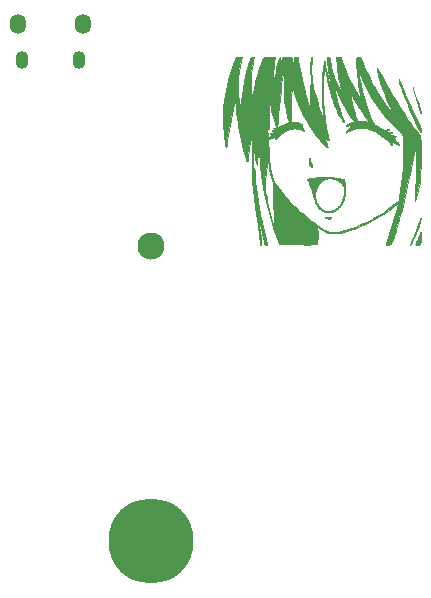
<source format=gbr>
%TF.GenerationSoftware,KiCad,Pcbnew,(6.0.9)*%
%TF.CreationDate,2023-01-10T17:41:50+01:00*%
%TF.ProjectId,gbcart,67626361-7274-42e6-9b69-6361645f7063,rev?*%
%TF.SameCoordinates,Original*%
%TF.FileFunction,Soldermask,Bot*%
%TF.FilePolarity,Negative*%
%FSLAX46Y46*%
G04 Gerber Fmt 4.6, Leading zero omitted, Abs format (unit mm)*
G04 Created by KiCad (PCBNEW (6.0.9)) date 2023-01-10 17:41:50*
%MOMM*%
%LPD*%
G01*
G04 APERTURE LIST*
%ADD10C,0.010000*%
%ADD11O,1.100000X1.500000*%
%ADD12O,1.350000X1.700000*%
%ADD13C,7.200000*%
%ADD14C,2.300000*%
G04 APERTURE END LIST*
%TO.C,REF\u002A\u002A*%
G36*
X146669083Y-78260033D02*
G01*
X146669693Y-78260456D01*
X146670750Y-78262111D01*
X146671606Y-78264806D01*
X146672285Y-78268491D01*
X146672810Y-78273116D01*
X146673487Y-78284993D01*
X146673818Y-78300042D01*
X146673986Y-78317871D01*
X146669233Y-78368519D01*
X146654959Y-78440280D01*
X146601383Y-78637436D01*
X146520335Y-78889926D01*
X146418887Y-79178338D01*
X146304114Y-79483261D01*
X146183089Y-79785282D01*
X146062887Y-80064990D01*
X145950582Y-80302972D01*
X145932160Y-80339509D01*
X145915768Y-80371814D01*
X145901231Y-80400144D01*
X145888376Y-80424760D01*
X145877031Y-80445919D01*
X145871871Y-80455283D01*
X145867023Y-80463880D01*
X145862466Y-80471743D01*
X145858178Y-80478903D01*
X145854138Y-80485393D01*
X145850323Y-80491246D01*
X145846713Y-80496493D01*
X145843286Y-80501167D01*
X145840020Y-80505301D01*
X145836893Y-80508926D01*
X145833884Y-80512076D01*
X145830971Y-80514782D01*
X145828132Y-80517076D01*
X145825346Y-80518992D01*
X145822592Y-80520561D01*
X145819847Y-80521816D01*
X145817090Y-80522790D01*
X145814299Y-80523513D01*
X145811453Y-80524020D01*
X145808530Y-80524342D01*
X145805509Y-80524511D01*
X145802367Y-80524560D01*
X145790511Y-80524037D01*
X145786230Y-80522795D01*
X145783238Y-80520375D01*
X145781676Y-80516385D01*
X145781688Y-80510433D01*
X145783416Y-80502127D01*
X145787003Y-80491074D01*
X145792591Y-80476882D01*
X145800323Y-80459158D01*
X145822789Y-80411545D01*
X145899724Y-80256671D01*
X145973225Y-80104458D01*
X146047589Y-79939567D01*
X146123494Y-79760256D01*
X146201617Y-79564785D01*
X146282636Y-79351414D01*
X146367229Y-79118401D01*
X146456073Y-78864006D01*
X146549846Y-78586488D01*
X146590565Y-78464421D01*
X146621174Y-78373932D01*
X146633142Y-78339546D01*
X146643128Y-78311874D01*
X146651314Y-78290523D01*
X146654789Y-78282095D01*
X146657882Y-78275099D01*
X146660615Y-78269487D01*
X146663013Y-78265209D01*
X146665097Y-78262216D01*
X146666889Y-78260459D01*
X146667684Y-78260029D01*
X146668414Y-78259889D01*
X146669083Y-78260033D01*
G37*
D10*
X146669083Y-78260033D02*
X146669693Y-78260456D01*
X146670750Y-78262111D01*
X146671606Y-78264806D01*
X146672285Y-78268491D01*
X146672810Y-78273116D01*
X146673487Y-78284993D01*
X146673818Y-78300042D01*
X146673986Y-78317871D01*
X146669233Y-78368519D01*
X146654959Y-78440280D01*
X146601383Y-78637436D01*
X146520335Y-78889926D01*
X146418887Y-79178338D01*
X146304114Y-79483261D01*
X146183089Y-79785282D01*
X146062887Y-80064990D01*
X145950582Y-80302972D01*
X145932160Y-80339509D01*
X145915768Y-80371814D01*
X145901231Y-80400144D01*
X145888376Y-80424760D01*
X145877031Y-80445919D01*
X145871871Y-80455283D01*
X145867023Y-80463880D01*
X145862466Y-80471743D01*
X145858178Y-80478903D01*
X145854138Y-80485393D01*
X145850323Y-80491246D01*
X145846713Y-80496493D01*
X145843286Y-80501167D01*
X145840020Y-80505301D01*
X145836893Y-80508926D01*
X145833884Y-80512076D01*
X145830971Y-80514782D01*
X145828132Y-80517076D01*
X145825346Y-80518992D01*
X145822592Y-80520561D01*
X145819847Y-80521816D01*
X145817090Y-80522790D01*
X145814299Y-80523513D01*
X145811453Y-80524020D01*
X145808530Y-80524342D01*
X145805509Y-80524511D01*
X145802367Y-80524560D01*
X145790511Y-80524037D01*
X145786230Y-80522795D01*
X145783238Y-80520375D01*
X145781676Y-80516385D01*
X145781688Y-80510433D01*
X145783416Y-80502127D01*
X145787003Y-80491074D01*
X145792591Y-80476882D01*
X145800323Y-80459158D01*
X145822789Y-80411545D01*
X145899724Y-80256671D01*
X145973225Y-80104458D01*
X146047589Y-79939567D01*
X146123494Y-79760256D01*
X146201617Y-79564785D01*
X146282636Y-79351414D01*
X146367229Y-79118401D01*
X146456073Y-78864006D01*
X146549846Y-78586488D01*
X146590565Y-78464421D01*
X146621174Y-78373932D01*
X146633142Y-78339546D01*
X146643128Y-78311874D01*
X146651314Y-78290523D01*
X146654789Y-78282095D01*
X146657882Y-78275099D01*
X146660615Y-78269487D01*
X146663013Y-78265209D01*
X146665097Y-78262216D01*
X146666889Y-78260459D01*
X146667684Y-78260029D01*
X146668414Y-78259889D01*
X146669083Y-78260033D01*
G36*
X146034772Y-67221215D02*
G01*
X146035834Y-67222662D01*
X146038869Y-67228679D01*
X146043118Y-67238937D01*
X146048582Y-67253530D01*
X146055262Y-67272550D01*
X146072265Y-67324244D01*
X146244346Y-67851020D01*
X146509002Y-68664614D01*
X146655710Y-69120069D01*
X146657759Y-69126973D01*
X146659727Y-69134800D01*
X146663387Y-69152963D01*
X146666635Y-69174024D01*
X146669416Y-69197452D01*
X146671675Y-69222714D01*
X146673357Y-69249276D01*
X146674407Y-69276608D01*
X146674769Y-69304175D01*
X146674670Y-69329278D01*
X146674385Y-69352480D01*
X146673935Y-69373287D01*
X146673340Y-69391209D01*
X146672619Y-69405752D01*
X146671793Y-69416424D01*
X146671347Y-69420155D01*
X146670882Y-69422734D01*
X146670400Y-69424099D01*
X146670154Y-69424307D01*
X146669904Y-69424189D01*
X146659975Y-69394386D01*
X146636534Y-69317315D01*
X146563136Y-69068103D01*
X146383957Y-68452947D01*
X146211856Y-67857635D01*
X146131743Y-67579542D01*
X146072293Y-67375364D01*
X146055285Y-67316088D01*
X146043135Y-67270438D01*
X146038882Y-67252954D01*
X146035843Y-67239155D01*
X146034019Y-67229133D01*
X146033409Y-67222982D01*
X146033560Y-67221387D01*
X146034014Y-67220794D01*
X146034772Y-67221215D01*
G37*
X146034772Y-67221215D02*
X146035834Y-67222662D01*
X146038869Y-67228679D01*
X146043118Y-67238937D01*
X146048582Y-67253530D01*
X146055262Y-67272550D01*
X146072265Y-67324244D01*
X146244346Y-67851020D01*
X146509002Y-68664614D01*
X146655710Y-69120069D01*
X146657759Y-69126973D01*
X146659727Y-69134800D01*
X146663387Y-69152963D01*
X146666635Y-69174024D01*
X146669416Y-69197452D01*
X146671675Y-69222714D01*
X146673357Y-69249276D01*
X146674407Y-69276608D01*
X146674769Y-69304175D01*
X146674670Y-69329278D01*
X146674385Y-69352480D01*
X146673935Y-69373287D01*
X146673340Y-69391209D01*
X146672619Y-69405752D01*
X146671793Y-69416424D01*
X146671347Y-69420155D01*
X146670882Y-69422734D01*
X146670400Y-69424099D01*
X146670154Y-69424307D01*
X146669904Y-69424189D01*
X146659975Y-69394386D01*
X146636534Y-69317315D01*
X146563136Y-69068103D01*
X146383957Y-68452947D01*
X146211856Y-67857635D01*
X146131743Y-67579542D01*
X146072293Y-67375364D01*
X146055285Y-67316088D01*
X146043135Y-67270438D01*
X146038882Y-67252954D01*
X146035843Y-67239155D01*
X146034019Y-67229133D01*
X146033409Y-67222982D01*
X146033560Y-67221387D01*
X146034014Y-67220794D01*
X146034772Y-67221215D01*
G36*
X132588848Y-74002823D02*
G01*
X132592342Y-74003736D01*
X132595448Y-74005607D01*
X132598203Y-74008723D01*
X132600648Y-74013369D01*
X132602821Y-74019831D01*
X132604760Y-74028397D01*
X132606505Y-74039351D01*
X132609566Y-74069571D01*
X132612314Y-74112780D01*
X132618115Y-74247322D01*
X132643790Y-74676972D01*
X132688693Y-75170525D01*
X132750053Y-75708507D01*
X132825099Y-76271444D01*
X132911059Y-76839862D01*
X133005162Y-77394287D01*
X133104636Y-77915246D01*
X133206710Y-78383264D01*
X133230240Y-78490081D01*
X133267726Y-78665863D01*
X133360759Y-79081454D01*
X133489225Y-79627658D01*
X133616241Y-80150198D01*
X133704930Y-80494795D01*
X133707337Y-80504510D01*
X133707779Y-80508453D01*
X133707492Y-80511842D01*
X133707022Y-80513341D01*
X133706307Y-80514718D01*
X133705327Y-80515978D01*
X133704059Y-80517125D01*
X133700579Y-80519104D01*
X133695701Y-80520696D01*
X133689258Y-80521944D01*
X133681083Y-80522890D01*
X133671009Y-80523575D01*
X133658868Y-80524042D01*
X133627721Y-80524487D01*
X133586305Y-80524560D01*
X133564968Y-80524537D01*
X133546142Y-80524443D01*
X133529659Y-80524240D01*
X133515351Y-80523892D01*
X133508961Y-80523651D01*
X133503052Y-80523360D01*
X133497603Y-80523015D01*
X133492593Y-80522609D01*
X133488002Y-80522139D01*
X133483808Y-80521600D01*
X133479990Y-80520988D01*
X133476528Y-80520297D01*
X133473400Y-80519523D01*
X133470585Y-80518662D01*
X133468064Y-80517708D01*
X133465814Y-80516657D01*
X133463814Y-80515505D01*
X133462045Y-80514247D01*
X133460484Y-80512877D01*
X133459111Y-80511392D01*
X133457905Y-80509787D01*
X133456846Y-80508057D01*
X133455911Y-80506198D01*
X133455080Y-80504204D01*
X133454333Y-80502072D01*
X133453647Y-80499796D01*
X133452380Y-80494795D01*
X133392129Y-80241571D01*
X133319369Y-79921996D01*
X133236880Y-79537125D01*
X133156171Y-79141970D01*
X133088752Y-78791540D01*
X133016950Y-78387846D01*
X132949650Y-77982836D01*
X132887191Y-77578969D01*
X132829909Y-77178705D01*
X132778143Y-76784501D01*
X132732229Y-76398817D01*
X132692506Y-76024111D01*
X132659310Y-75662842D01*
X132635663Y-75364119D01*
X132615124Y-75069312D01*
X132598188Y-74789489D01*
X132585353Y-74535721D01*
X132577113Y-74319077D01*
X132573964Y-74150626D01*
X132574455Y-74087933D01*
X132576404Y-74041438D01*
X132579874Y-74012527D01*
X132582199Y-74005097D01*
X132584927Y-74002582D01*
X132588848Y-74002823D01*
G37*
X132588848Y-74002823D02*
X132592342Y-74003736D01*
X132595448Y-74005607D01*
X132598203Y-74008723D01*
X132600648Y-74013369D01*
X132602821Y-74019831D01*
X132604760Y-74028397D01*
X132606505Y-74039351D01*
X132609566Y-74069571D01*
X132612314Y-74112780D01*
X132618115Y-74247322D01*
X132643790Y-74676972D01*
X132688693Y-75170525D01*
X132750053Y-75708507D01*
X132825099Y-76271444D01*
X132911059Y-76839862D01*
X133005162Y-77394287D01*
X133104636Y-77915246D01*
X133206710Y-78383264D01*
X133230240Y-78490081D01*
X133267726Y-78665863D01*
X133360759Y-79081454D01*
X133489225Y-79627658D01*
X133616241Y-80150198D01*
X133704930Y-80494795D01*
X133707337Y-80504510D01*
X133707779Y-80508453D01*
X133707492Y-80511842D01*
X133707022Y-80513341D01*
X133706307Y-80514718D01*
X133705327Y-80515978D01*
X133704059Y-80517125D01*
X133700579Y-80519104D01*
X133695701Y-80520696D01*
X133689258Y-80521944D01*
X133681083Y-80522890D01*
X133671009Y-80523575D01*
X133658868Y-80524042D01*
X133627721Y-80524487D01*
X133586305Y-80524560D01*
X133564968Y-80524537D01*
X133546142Y-80524443D01*
X133529659Y-80524240D01*
X133515351Y-80523892D01*
X133508961Y-80523651D01*
X133503052Y-80523360D01*
X133497603Y-80523015D01*
X133492593Y-80522609D01*
X133488002Y-80522139D01*
X133483808Y-80521600D01*
X133479990Y-80520988D01*
X133476528Y-80520297D01*
X133473400Y-80519523D01*
X133470585Y-80518662D01*
X133468064Y-80517708D01*
X133465814Y-80516657D01*
X133463814Y-80515505D01*
X133462045Y-80514247D01*
X133460484Y-80512877D01*
X133459111Y-80511392D01*
X133457905Y-80509787D01*
X133456846Y-80508057D01*
X133455911Y-80506198D01*
X133455080Y-80504204D01*
X133454333Y-80502072D01*
X133453647Y-80499796D01*
X133452380Y-80494795D01*
X133392129Y-80241571D01*
X133319369Y-79921996D01*
X133236880Y-79537125D01*
X133156171Y-79141970D01*
X133088752Y-78791540D01*
X133016950Y-78387846D01*
X132949650Y-77982836D01*
X132887191Y-77578969D01*
X132829909Y-77178705D01*
X132778143Y-76784501D01*
X132732229Y-76398817D01*
X132692506Y-76024111D01*
X132659310Y-75662842D01*
X132635663Y-75364119D01*
X132615124Y-75069312D01*
X132598188Y-74789489D01*
X132585353Y-74535721D01*
X132577113Y-74319077D01*
X132573964Y-74150626D01*
X132574455Y-74087933D01*
X132576404Y-74041438D01*
X132579874Y-74012527D01*
X132582199Y-74005097D01*
X132584927Y-74002582D01*
X132588848Y-74002823D01*
G36*
X137284238Y-73235468D02*
G01*
X137287556Y-73236039D01*
X137290583Y-73237062D01*
X137293343Y-73238595D01*
X137295859Y-73240696D01*
X137298155Y-73243424D01*
X137300255Y-73246836D01*
X137302182Y-73250992D01*
X137303960Y-73255948D01*
X137305613Y-73261765D01*
X137307163Y-73268499D01*
X137308636Y-73276209D01*
X137310055Y-73284953D01*
X137311443Y-73294790D01*
X137314222Y-73317973D01*
X137316721Y-73336665D01*
X137320263Y-73357098D01*
X137330267Y-73402546D01*
X137343815Y-73453030D01*
X137360490Y-73507264D01*
X137379873Y-73563960D01*
X137401546Y-73621832D01*
X137425091Y-73679594D01*
X137450089Y-73735959D01*
X137462382Y-73762669D01*
X137473414Y-73787029D01*
X137483225Y-73809169D01*
X137491855Y-73829217D01*
X137499346Y-73847303D01*
X137505738Y-73863558D01*
X137511071Y-73878110D01*
X137515385Y-73891090D01*
X137518721Y-73902627D01*
X137520035Y-73907895D01*
X137521120Y-73912851D01*
X137521981Y-73917511D01*
X137522622Y-73921891D01*
X137523050Y-73926007D01*
X137523268Y-73929877D01*
X137523282Y-73933515D01*
X137523097Y-73936939D01*
X137522718Y-73940163D01*
X137522151Y-73943206D01*
X137521399Y-73946082D01*
X137520469Y-73948808D01*
X137519366Y-73951400D01*
X137518093Y-73953875D01*
X137515405Y-73958630D01*
X137512956Y-73962756D01*
X137510660Y-73966257D01*
X137508428Y-73969138D01*
X137507309Y-73970347D01*
X137506174Y-73971402D01*
X137505011Y-73972304D01*
X137503810Y-73973053D01*
X137502560Y-73973650D01*
X137501249Y-73974095D01*
X137499867Y-73974389D01*
X137498403Y-73974532D01*
X137496846Y-73974525D01*
X137495185Y-73974368D01*
X137493409Y-73974062D01*
X137491508Y-73973607D01*
X137487283Y-73972253D01*
X137482425Y-73970310D01*
X137476844Y-73967781D01*
X137470454Y-73964672D01*
X137454897Y-73956724D01*
X137445779Y-73951383D01*
X137435737Y-73944366D01*
X137424901Y-73935818D01*
X137413400Y-73925883D01*
X137401364Y-73914705D01*
X137388924Y-73902431D01*
X137376208Y-73889205D01*
X137363348Y-73875172D01*
X137350471Y-73860476D01*
X137337709Y-73845262D01*
X137325192Y-73829676D01*
X137313047Y-73813863D01*
X137301407Y-73797966D01*
X137290400Y-73782132D01*
X137280156Y-73766504D01*
X137270806Y-73751228D01*
X137265791Y-73741458D01*
X137261145Y-73729907D01*
X137252952Y-73702007D01*
X137246205Y-73668626D01*
X137240883Y-73630863D01*
X137236966Y-73589813D01*
X137234432Y-73546576D01*
X137233261Y-73502247D01*
X137233432Y-73457926D01*
X137234923Y-73414708D01*
X137237715Y-73373692D01*
X137241787Y-73335976D01*
X137247117Y-73302656D01*
X137253684Y-73274830D01*
X137257426Y-73263320D01*
X137261469Y-73253595D01*
X137265811Y-73245793D01*
X137270449Y-73240050D01*
X137275381Y-73236503D01*
X137280605Y-73235290D01*
X137284238Y-73235468D01*
G37*
X137284238Y-73235468D02*
X137287556Y-73236039D01*
X137290583Y-73237062D01*
X137293343Y-73238595D01*
X137295859Y-73240696D01*
X137298155Y-73243424D01*
X137300255Y-73246836D01*
X137302182Y-73250992D01*
X137303960Y-73255948D01*
X137305613Y-73261765D01*
X137307163Y-73268499D01*
X137308636Y-73276209D01*
X137310055Y-73284953D01*
X137311443Y-73294790D01*
X137314222Y-73317973D01*
X137316721Y-73336665D01*
X137320263Y-73357098D01*
X137330267Y-73402546D01*
X137343815Y-73453030D01*
X137360490Y-73507264D01*
X137379873Y-73563960D01*
X137401546Y-73621832D01*
X137425091Y-73679594D01*
X137450089Y-73735959D01*
X137462382Y-73762669D01*
X137473414Y-73787029D01*
X137483225Y-73809169D01*
X137491855Y-73829217D01*
X137499346Y-73847303D01*
X137505738Y-73863558D01*
X137511071Y-73878110D01*
X137515385Y-73891090D01*
X137518721Y-73902627D01*
X137520035Y-73907895D01*
X137521120Y-73912851D01*
X137521981Y-73917511D01*
X137522622Y-73921891D01*
X137523050Y-73926007D01*
X137523268Y-73929877D01*
X137523282Y-73933515D01*
X137523097Y-73936939D01*
X137522718Y-73940163D01*
X137522151Y-73943206D01*
X137521399Y-73946082D01*
X137520469Y-73948808D01*
X137519366Y-73951400D01*
X137518093Y-73953875D01*
X137515405Y-73958630D01*
X137512956Y-73962756D01*
X137510660Y-73966257D01*
X137508428Y-73969138D01*
X137507309Y-73970347D01*
X137506174Y-73971402D01*
X137505011Y-73972304D01*
X137503810Y-73973053D01*
X137502560Y-73973650D01*
X137501249Y-73974095D01*
X137499867Y-73974389D01*
X137498403Y-73974532D01*
X137496846Y-73974525D01*
X137495185Y-73974368D01*
X137493409Y-73974062D01*
X137491508Y-73973607D01*
X137487283Y-73972253D01*
X137482425Y-73970310D01*
X137476844Y-73967781D01*
X137470454Y-73964672D01*
X137454897Y-73956724D01*
X137445779Y-73951383D01*
X137435737Y-73944366D01*
X137424901Y-73935818D01*
X137413400Y-73925883D01*
X137401364Y-73914705D01*
X137388924Y-73902431D01*
X137376208Y-73889205D01*
X137363348Y-73875172D01*
X137350471Y-73860476D01*
X137337709Y-73845262D01*
X137325192Y-73829676D01*
X137313047Y-73813863D01*
X137301407Y-73797966D01*
X137290400Y-73782132D01*
X137280156Y-73766504D01*
X137270806Y-73751228D01*
X137265791Y-73741458D01*
X137261145Y-73729907D01*
X137252952Y-73702007D01*
X137246205Y-73668626D01*
X137240883Y-73630863D01*
X137236966Y-73589813D01*
X137234432Y-73546576D01*
X137233261Y-73502247D01*
X137233432Y-73457926D01*
X137234923Y-73414708D01*
X137237715Y-73373692D01*
X137241787Y-73335976D01*
X137247117Y-73302656D01*
X137253684Y-73274830D01*
X137257426Y-73263320D01*
X137261469Y-73253595D01*
X137265811Y-73245793D01*
X137270449Y-73240050D01*
X137275381Y-73236503D01*
X137280605Y-73235290D01*
X137284238Y-73235468D01*
G36*
X140294099Y-76073174D02*
G01*
X140282651Y-76183531D01*
X140266949Y-76292049D01*
X140247076Y-76398519D01*
X140223115Y-76502733D01*
X140195149Y-76604483D01*
X140163259Y-76703561D01*
X140127530Y-76799759D01*
X140088043Y-76892868D01*
X140044881Y-76982681D01*
X139998127Y-77068990D01*
X139947864Y-77151586D01*
X139894174Y-77230261D01*
X139837140Y-77304807D01*
X139776844Y-77375016D01*
X139713371Y-77440680D01*
X139646801Y-77501591D01*
X139577218Y-77557541D01*
X139504704Y-77608321D01*
X139429342Y-77653723D01*
X139351216Y-77693540D01*
X139270406Y-77727563D01*
X139186997Y-77755583D01*
X139101071Y-77777394D01*
X139032364Y-77790334D01*
X138964914Y-77799514D01*
X138898738Y-77804948D01*
X138833850Y-77806649D01*
X138770265Y-77804631D01*
X138707998Y-77798908D01*
X138647064Y-77789494D01*
X138587477Y-77776402D01*
X138529254Y-77759647D01*
X138472408Y-77739242D01*
X138416956Y-77715201D01*
X138362911Y-77687537D01*
X138310288Y-77656265D01*
X138259104Y-77621398D01*
X138209371Y-77582950D01*
X138161107Y-77540935D01*
X138114325Y-77495366D01*
X138069040Y-77446258D01*
X138025268Y-77393624D01*
X137983024Y-77337478D01*
X137942321Y-77277834D01*
X137903176Y-77214705D01*
X137829618Y-77078049D01*
X137762469Y-76927620D01*
X137701848Y-76763529D01*
X137647875Y-76585886D01*
X137600669Y-76394800D01*
X137593720Y-76366314D01*
X137734357Y-76366314D01*
X137734580Y-76418118D01*
X137737761Y-76467311D01*
X137743915Y-76513819D01*
X137753058Y-76557568D01*
X137786239Y-76679486D01*
X137822727Y-76794296D01*
X137862552Y-76902034D01*
X137905744Y-77002735D01*
X137952332Y-77096433D01*
X137976908Y-77140667D01*
X138002344Y-77183163D01*
X138028644Y-77223926D01*
X138055811Y-77262959D01*
X138083849Y-77300268D01*
X138112761Y-77335857D01*
X138142552Y-77369729D01*
X138173225Y-77401890D01*
X138204783Y-77432344D01*
X138237230Y-77461094D01*
X138270570Y-77488146D01*
X138304807Y-77513503D01*
X138339944Y-77537170D01*
X138375984Y-77559152D01*
X138412932Y-77579452D01*
X138450792Y-77598076D01*
X138489566Y-77615026D01*
X138529259Y-77630308D01*
X138569874Y-77643926D01*
X138611414Y-77655885D01*
X138653885Y-77666188D01*
X138697288Y-77674840D01*
X138697288Y-77674841D01*
X138773807Y-77685565D01*
X138849564Y-77690403D01*
X138924442Y-77689500D01*
X138998326Y-77683003D01*
X139071098Y-77671056D01*
X139142641Y-77653805D01*
X139212840Y-77631394D01*
X139281576Y-77603969D01*
X139348734Y-77571674D01*
X139414197Y-77534656D01*
X139477848Y-77493059D01*
X139539571Y-77447028D01*
X139599248Y-77396708D01*
X139656763Y-77342246D01*
X139711999Y-77283785D01*
X139764840Y-77221471D01*
X139815169Y-77155450D01*
X139862869Y-77085865D01*
X139907824Y-77012863D01*
X139949916Y-76936589D01*
X139989030Y-76857188D01*
X140025047Y-76774805D01*
X140057853Y-76689585D01*
X140087330Y-76601673D01*
X140113360Y-76511214D01*
X140135829Y-76418355D01*
X140154618Y-76323239D01*
X140169612Y-76226012D01*
X140180693Y-76126819D01*
X140187745Y-76025806D01*
X140190651Y-75923117D01*
X140189295Y-75818897D01*
X140186769Y-75744348D01*
X140185431Y-75714109D01*
X140183752Y-75687759D01*
X140181514Y-75664698D01*
X140180118Y-75654213D01*
X140178500Y-75644325D01*
X140176633Y-75634959D01*
X140174490Y-75626041D01*
X140172044Y-75617494D01*
X140169268Y-75609244D01*
X140166133Y-75601217D01*
X140162614Y-75593336D01*
X140158683Y-75585527D01*
X140154312Y-75577714D01*
X140149474Y-75569823D01*
X140144143Y-75561779D01*
X140131889Y-75544931D01*
X140117332Y-75526569D01*
X140100254Y-75506093D01*
X140057664Y-75456396D01*
X139990355Y-75380746D01*
X139923642Y-75311693D01*
X139857067Y-75249044D01*
X139790171Y-75192609D01*
X139722496Y-75142197D01*
X139653584Y-75097617D01*
X139582975Y-75058677D01*
X139510211Y-75025188D01*
X139434834Y-74996956D01*
X139356385Y-74973792D01*
X139274405Y-74955505D01*
X139188437Y-74941904D01*
X139098021Y-74932796D01*
X139002700Y-74927993D01*
X138902013Y-74927301D01*
X138795504Y-74930531D01*
X138770355Y-74932629D01*
X138744221Y-74936573D01*
X138717194Y-74942292D01*
X138689367Y-74949718D01*
X138660830Y-74958780D01*
X138631675Y-74969409D01*
X138571878Y-74995089D01*
X138510710Y-75026202D01*
X138448902Y-75062190D01*
X138387189Y-75102497D01*
X138326302Y-75146566D01*
X138266976Y-75193839D01*
X138209942Y-75243760D01*
X138155935Y-75295772D01*
X138105686Y-75349317D01*
X138059929Y-75403840D01*
X138019397Y-75458782D01*
X138001319Y-75486237D01*
X137984822Y-75513588D01*
X137969998Y-75540766D01*
X137956938Y-75567700D01*
X137922840Y-75645113D01*
X137891518Y-75720796D01*
X137862989Y-75794675D01*
X137837266Y-75866678D01*
X137814366Y-75936730D01*
X137794303Y-76004758D01*
X137777092Y-76070689D01*
X137762750Y-76134450D01*
X137751290Y-76195966D01*
X137742728Y-76255164D01*
X137737078Y-76311971D01*
X137734357Y-76366314D01*
X137593720Y-76366314D01*
X137562255Y-76237324D01*
X137515200Y-76071164D01*
X137460974Y-75900344D01*
X137401047Y-75728885D01*
X137336889Y-75560811D01*
X137269970Y-75400144D01*
X137201761Y-75250907D01*
X137167632Y-75181831D01*
X137133732Y-75117122D01*
X137108364Y-75068751D01*
X137099277Y-75048883D01*
X137092973Y-75031512D01*
X137090957Y-75023673D01*
X137089745Y-75016352D01*
X137089375Y-75009512D01*
X137089882Y-75003117D01*
X137091303Y-74997132D01*
X137093674Y-74991522D01*
X137097031Y-74986249D01*
X137101411Y-74981280D01*
X137106850Y-74976577D01*
X137113385Y-74972105D01*
X137121050Y-74967829D01*
X137129884Y-74963712D01*
X137151200Y-74955815D01*
X137177622Y-74948127D01*
X137209441Y-74940363D01*
X137246947Y-74932237D01*
X137340181Y-74913755D01*
X137478108Y-74889174D01*
X137620655Y-74867958D01*
X137767430Y-74850105D01*
X137918040Y-74835614D01*
X138229195Y-74816713D01*
X138550980Y-74811241D01*
X138880253Y-74819187D01*
X139213873Y-74840539D01*
X139548700Y-74875285D01*
X139881592Y-74923413D01*
X139977465Y-74939437D01*
X140016450Y-74946192D01*
X140050050Y-74952312D01*
X140064966Y-74955181D01*
X140078700Y-74957948D01*
X140091306Y-74960633D01*
X140102838Y-74963253D01*
X140113351Y-74965829D01*
X140122900Y-74968379D01*
X140131538Y-74970922D01*
X140139322Y-74973477D01*
X140146305Y-74976064D01*
X140152542Y-74978700D01*
X140158087Y-74981406D01*
X140162996Y-74984200D01*
X140167322Y-74987101D01*
X140171120Y-74990128D01*
X140174445Y-74993301D01*
X140177351Y-74996637D01*
X140179893Y-75000157D01*
X140182126Y-75003879D01*
X140184103Y-75007822D01*
X140185880Y-75012005D01*
X140187512Y-75016448D01*
X140189052Y-75021168D01*
X140192077Y-75031520D01*
X140222632Y-75149068D01*
X140248190Y-75266649D01*
X140268832Y-75384056D01*
X140284642Y-75501080D01*
X140295703Y-75617513D01*
X140302096Y-75733147D01*
X140303904Y-75847774D01*
X140302115Y-75923117D01*
X140301211Y-75961186D01*
X140294099Y-76073174D01*
G37*
X140294099Y-76073174D02*
X140282651Y-76183531D01*
X140266949Y-76292049D01*
X140247076Y-76398519D01*
X140223115Y-76502733D01*
X140195149Y-76604483D01*
X140163259Y-76703561D01*
X140127530Y-76799759D01*
X140088043Y-76892868D01*
X140044881Y-76982681D01*
X139998127Y-77068990D01*
X139947864Y-77151586D01*
X139894174Y-77230261D01*
X139837140Y-77304807D01*
X139776844Y-77375016D01*
X139713371Y-77440680D01*
X139646801Y-77501591D01*
X139577218Y-77557541D01*
X139504704Y-77608321D01*
X139429342Y-77653723D01*
X139351216Y-77693540D01*
X139270406Y-77727563D01*
X139186997Y-77755583D01*
X139101071Y-77777394D01*
X139032364Y-77790334D01*
X138964914Y-77799514D01*
X138898738Y-77804948D01*
X138833850Y-77806649D01*
X138770265Y-77804631D01*
X138707998Y-77798908D01*
X138647064Y-77789494D01*
X138587477Y-77776402D01*
X138529254Y-77759647D01*
X138472408Y-77739242D01*
X138416956Y-77715201D01*
X138362911Y-77687537D01*
X138310288Y-77656265D01*
X138259104Y-77621398D01*
X138209371Y-77582950D01*
X138161107Y-77540935D01*
X138114325Y-77495366D01*
X138069040Y-77446258D01*
X138025268Y-77393624D01*
X137983024Y-77337478D01*
X137942321Y-77277834D01*
X137903176Y-77214705D01*
X137829618Y-77078049D01*
X137762469Y-76927620D01*
X137701848Y-76763529D01*
X137647875Y-76585886D01*
X137600669Y-76394800D01*
X137593720Y-76366314D01*
X137734357Y-76366314D01*
X137734580Y-76418118D01*
X137737761Y-76467311D01*
X137743915Y-76513819D01*
X137753058Y-76557568D01*
X137786239Y-76679486D01*
X137822727Y-76794296D01*
X137862552Y-76902034D01*
X137905744Y-77002735D01*
X137952332Y-77096433D01*
X137976908Y-77140667D01*
X138002344Y-77183163D01*
X138028644Y-77223926D01*
X138055811Y-77262959D01*
X138083849Y-77300268D01*
X138112761Y-77335857D01*
X138142552Y-77369729D01*
X138173225Y-77401890D01*
X138204783Y-77432344D01*
X138237230Y-77461094D01*
X138270570Y-77488146D01*
X138304807Y-77513503D01*
X138339944Y-77537170D01*
X138375984Y-77559152D01*
X138412932Y-77579452D01*
X138450792Y-77598076D01*
X138489566Y-77615026D01*
X138529259Y-77630308D01*
X138569874Y-77643926D01*
X138611414Y-77655885D01*
X138653885Y-77666188D01*
X138697288Y-77674840D01*
X138697288Y-77674841D01*
X138773807Y-77685565D01*
X138849564Y-77690403D01*
X138924442Y-77689500D01*
X138998326Y-77683003D01*
X139071098Y-77671056D01*
X139142641Y-77653805D01*
X139212840Y-77631394D01*
X139281576Y-77603969D01*
X139348734Y-77571674D01*
X139414197Y-77534656D01*
X139477848Y-77493059D01*
X139539571Y-77447028D01*
X139599248Y-77396708D01*
X139656763Y-77342246D01*
X139711999Y-77283785D01*
X139764840Y-77221471D01*
X139815169Y-77155450D01*
X139862869Y-77085865D01*
X139907824Y-77012863D01*
X139949916Y-76936589D01*
X139989030Y-76857188D01*
X140025047Y-76774805D01*
X140057853Y-76689585D01*
X140087330Y-76601673D01*
X140113360Y-76511214D01*
X140135829Y-76418355D01*
X140154618Y-76323239D01*
X140169612Y-76226012D01*
X140180693Y-76126819D01*
X140187745Y-76025806D01*
X140190651Y-75923117D01*
X140189295Y-75818897D01*
X140186769Y-75744348D01*
X140185431Y-75714109D01*
X140183752Y-75687759D01*
X140181514Y-75664698D01*
X140180118Y-75654213D01*
X140178500Y-75644325D01*
X140176633Y-75634959D01*
X140174490Y-75626041D01*
X140172044Y-75617494D01*
X140169268Y-75609244D01*
X140166133Y-75601217D01*
X140162614Y-75593336D01*
X140158683Y-75585527D01*
X140154312Y-75577714D01*
X140149474Y-75569823D01*
X140144143Y-75561779D01*
X140131889Y-75544931D01*
X140117332Y-75526569D01*
X140100254Y-75506093D01*
X140057664Y-75456396D01*
X139990355Y-75380746D01*
X139923642Y-75311693D01*
X139857067Y-75249044D01*
X139790171Y-75192609D01*
X139722496Y-75142197D01*
X139653584Y-75097617D01*
X139582975Y-75058677D01*
X139510211Y-75025188D01*
X139434834Y-74996956D01*
X139356385Y-74973792D01*
X139274405Y-74955505D01*
X139188437Y-74941904D01*
X139098021Y-74932796D01*
X139002700Y-74927993D01*
X138902013Y-74927301D01*
X138795504Y-74930531D01*
X138770355Y-74932629D01*
X138744221Y-74936573D01*
X138717194Y-74942292D01*
X138689367Y-74949718D01*
X138660830Y-74958780D01*
X138631675Y-74969409D01*
X138571878Y-74995089D01*
X138510710Y-75026202D01*
X138448902Y-75062190D01*
X138387189Y-75102497D01*
X138326302Y-75146566D01*
X138266976Y-75193839D01*
X138209942Y-75243760D01*
X138155935Y-75295772D01*
X138105686Y-75349317D01*
X138059929Y-75403840D01*
X138019397Y-75458782D01*
X138001319Y-75486237D01*
X137984822Y-75513588D01*
X137969998Y-75540766D01*
X137956938Y-75567700D01*
X137922840Y-75645113D01*
X137891518Y-75720796D01*
X137862989Y-75794675D01*
X137837266Y-75866678D01*
X137814366Y-75936730D01*
X137794303Y-76004758D01*
X137777092Y-76070689D01*
X137762750Y-76134450D01*
X137751290Y-76195966D01*
X137742728Y-76255164D01*
X137737078Y-76311971D01*
X137734357Y-76366314D01*
X137593720Y-76366314D01*
X137562255Y-76237324D01*
X137515200Y-76071164D01*
X137460974Y-75900344D01*
X137401047Y-75728885D01*
X137336889Y-75560811D01*
X137269970Y-75400144D01*
X137201761Y-75250907D01*
X137167632Y-75181831D01*
X137133732Y-75117122D01*
X137108364Y-75068751D01*
X137099277Y-75048883D01*
X137092973Y-75031512D01*
X137090957Y-75023673D01*
X137089745Y-75016352D01*
X137089375Y-75009512D01*
X137089882Y-75003117D01*
X137091303Y-74997132D01*
X137093674Y-74991522D01*
X137097031Y-74986249D01*
X137101411Y-74981280D01*
X137106850Y-74976577D01*
X137113385Y-74972105D01*
X137121050Y-74967829D01*
X137129884Y-74963712D01*
X137151200Y-74955815D01*
X137177622Y-74948127D01*
X137209441Y-74940363D01*
X137246947Y-74932237D01*
X137340181Y-74913755D01*
X137478108Y-74889174D01*
X137620655Y-74867958D01*
X137767430Y-74850105D01*
X137918040Y-74835614D01*
X138229195Y-74816713D01*
X138550980Y-74811241D01*
X138880253Y-74819187D01*
X139213873Y-74840539D01*
X139548700Y-74875285D01*
X139881592Y-74923413D01*
X139977465Y-74939437D01*
X140016450Y-74946192D01*
X140050050Y-74952312D01*
X140064966Y-74955181D01*
X140078700Y-74957948D01*
X140091306Y-74960633D01*
X140102838Y-74963253D01*
X140113351Y-74965829D01*
X140122900Y-74968379D01*
X140131538Y-74970922D01*
X140139322Y-74973477D01*
X140146305Y-74976064D01*
X140152542Y-74978700D01*
X140158087Y-74981406D01*
X140162996Y-74984200D01*
X140167322Y-74987101D01*
X140171120Y-74990128D01*
X140174445Y-74993301D01*
X140177351Y-74996637D01*
X140179893Y-75000157D01*
X140182126Y-75003879D01*
X140184103Y-75007822D01*
X140185880Y-75012005D01*
X140187512Y-75016448D01*
X140189052Y-75021168D01*
X140192077Y-75031520D01*
X140222632Y-75149068D01*
X140248190Y-75266649D01*
X140268832Y-75384056D01*
X140284642Y-75501080D01*
X140295703Y-75617513D01*
X140302096Y-75733147D01*
X140303904Y-75847774D01*
X140302115Y-75923117D01*
X140301211Y-75961186D01*
X140294099Y-76073174D01*
G36*
X146052832Y-73091205D02*
G01*
X145946371Y-73620598D01*
X145854864Y-74068728D01*
X145762059Y-74518520D01*
X145625928Y-75159255D01*
X145440040Y-75987264D01*
X145239692Y-76848193D01*
X145060185Y-77587686D01*
X144966440Y-77953685D01*
X144862864Y-78346394D01*
X144768701Y-78693786D01*
X144703197Y-78923833D01*
X144623227Y-79188415D01*
X144567536Y-79368982D01*
X144510016Y-79547704D01*
X144451682Y-79721738D01*
X144393548Y-79888239D01*
X144336628Y-80044363D01*
X144281935Y-80187267D01*
X144230486Y-80314105D01*
X144183293Y-80422035D01*
X144183295Y-80422035D01*
X144178456Y-80430380D01*
X144171700Y-80438668D01*
X144163162Y-80446870D01*
X144152980Y-80454957D01*
X144141287Y-80462900D01*
X144128221Y-80470669D01*
X144098510Y-80485568D01*
X144064933Y-80499419D01*
X144028576Y-80511988D01*
X143990526Y-80523040D01*
X143951869Y-80532339D01*
X143913691Y-80539651D01*
X143877080Y-80544741D01*
X143843120Y-80547375D01*
X143812899Y-80547317D01*
X143799530Y-80546205D01*
X143787502Y-80544332D01*
X143776953Y-80541669D01*
X143768017Y-80538186D01*
X143760830Y-80533853D01*
X143755529Y-80528643D01*
X143752249Y-80522525D01*
X143751125Y-80515469D01*
X143756225Y-80493032D01*
X143771034Y-80440894D01*
X143826818Y-80257078D01*
X144022366Y-79638206D01*
X144276922Y-78834116D01*
X144375074Y-78514158D01*
X144458154Y-78233944D01*
X144529423Y-77982237D01*
X144592143Y-77747801D01*
X144649573Y-77519401D01*
X144704973Y-77285801D01*
X144725957Y-77194764D01*
X144734076Y-77158441D01*
X144740525Y-77127856D01*
X144745239Y-77102717D01*
X144746925Y-77092097D01*
X144748152Y-77082728D01*
X144748913Y-77074573D01*
X144749199Y-77067596D01*
X144749001Y-77061760D01*
X144748313Y-77057028D01*
X144747125Y-77053363D01*
X144746341Y-77051919D01*
X144745429Y-77050729D01*
X144744388Y-77049787D01*
X144743217Y-77049088D01*
X144741915Y-77048629D01*
X144740481Y-77048405D01*
X144738914Y-77048411D01*
X144737213Y-77048642D01*
X144733404Y-77049763D01*
X144729046Y-77051731D01*
X144724132Y-77054509D01*
X144718652Y-77058061D01*
X144712599Y-77062349D01*
X144698740Y-77072989D01*
X144663779Y-77101495D01*
X144609391Y-77144870D01*
X144537790Y-77200123D01*
X144358857Y-77334477D01*
X144158791Y-77480981D01*
X143969406Y-77616061D01*
X143667288Y-77822238D01*
X143362972Y-78019169D01*
X143057433Y-78206435D01*
X142751649Y-78383618D01*
X142446597Y-78550297D01*
X142143251Y-78706053D01*
X141842591Y-78850467D01*
X141545591Y-78983119D01*
X141253228Y-79103590D01*
X140966480Y-79211460D01*
X140686322Y-79306311D01*
X140413731Y-79387722D01*
X140149685Y-79455274D01*
X139895158Y-79508548D01*
X139651129Y-79547124D01*
X139418573Y-79570583D01*
X139328779Y-79575586D01*
X139243533Y-79577588D01*
X139162078Y-79576351D01*
X139083657Y-79571637D01*
X139007510Y-79563207D01*
X138932880Y-79550824D01*
X138859010Y-79534248D01*
X138785141Y-79513242D01*
X138710515Y-79487568D01*
X138634375Y-79456986D01*
X138555963Y-79421260D01*
X138474521Y-79380150D01*
X138389290Y-79333419D01*
X138299513Y-79280828D01*
X138204433Y-79222139D01*
X138103291Y-79157114D01*
X137981763Y-79077835D01*
X137923228Y-79039984D01*
X137921658Y-79039496D01*
X137920962Y-79039658D01*
X137920326Y-79040090D01*
X137919233Y-79041762D01*
X137918377Y-79044508D01*
X137917760Y-79048323D01*
X137917380Y-79053202D01*
X137917332Y-79066140D01*
X137918234Y-79083286D01*
X137920085Y-79104607D01*
X137922883Y-79130068D01*
X137926628Y-79159636D01*
X137934420Y-79226038D01*
X137940954Y-79298335D01*
X137950307Y-79456896D01*
X137954794Y-79627881D01*
X137954528Y-79803854D01*
X137949618Y-79977375D01*
X137940173Y-80141008D01*
X137926305Y-80287315D01*
X137917746Y-80351648D01*
X137908123Y-80408859D01*
X137897734Y-80447078D01*
X137887391Y-80462528D01*
X137870458Y-80475758D01*
X137844566Y-80486933D01*
X137807346Y-80496217D01*
X137756429Y-80503775D01*
X137689445Y-80509771D01*
X137497804Y-80517740D01*
X137213471Y-80521440D01*
X136290923Y-80521307D01*
X135764187Y-80519656D01*
X135550665Y-80517918D01*
X135367051Y-80515024D01*
X135285680Y-80513014D01*
X135210851Y-80510561D01*
X135142252Y-80507612D01*
X135079571Y-80504117D01*
X135022498Y-80500024D01*
X134970719Y-80495281D01*
X134923925Y-80489837D01*
X134881802Y-80483641D01*
X134844040Y-80476640D01*
X134810326Y-80468784D01*
X134780350Y-80460021D01*
X134753798Y-80450299D01*
X134730361Y-80439567D01*
X134719712Y-80433806D01*
X134709726Y-80427774D01*
X134700361Y-80421463D01*
X134691581Y-80414868D01*
X134683345Y-80407981D01*
X134675615Y-80400797D01*
X134661516Y-80385511D01*
X134648972Y-80368957D01*
X134637673Y-80351084D01*
X134627306Y-80331840D01*
X134617559Y-80311175D01*
X134608121Y-80289037D01*
X134588926Y-80240134D01*
X134264176Y-79341529D01*
X133974861Y-78428265D01*
X133722001Y-77505168D01*
X133506617Y-76577066D01*
X133344842Y-75728094D01*
X133516887Y-75728094D01*
X133521872Y-75889297D01*
X133531018Y-76035219D01*
X133544471Y-76163402D01*
X133562379Y-76271384D01*
X133636166Y-76616002D01*
X133713483Y-76957501D01*
X133793795Y-77293803D01*
X133876564Y-77622829D01*
X133961255Y-77942502D01*
X134047330Y-78250743D01*
X134134254Y-78545473D01*
X134221488Y-78824614D01*
X134221489Y-78824612D01*
X134240116Y-78881550D01*
X134248573Y-78906773D01*
X134256172Y-78929006D01*
X134262699Y-78947629D01*
X134267941Y-78962023D01*
X134271683Y-78971568D01*
X134272924Y-78974329D01*
X134273711Y-78975645D01*
X134275080Y-78976738D01*
X134276231Y-78976627D01*
X134277805Y-78970723D01*
X134278291Y-78953799D01*
X134277550Y-78921717D01*
X134271816Y-78795539D01*
X134259471Y-78559103D01*
X134224193Y-77839068D01*
X134196153Y-77146229D01*
X134175107Y-76473795D01*
X134160811Y-75814978D01*
X134156956Y-75594153D01*
X134155106Y-75504203D01*
X134153140Y-75426281D01*
X134150930Y-75359178D01*
X134148351Y-75301683D01*
X134145274Y-75252586D01*
X134141574Y-75210678D01*
X134139451Y-75192041D01*
X134137124Y-75174748D01*
X134134578Y-75158647D01*
X134131797Y-75143587D01*
X134128766Y-75129417D01*
X134125467Y-75115986D01*
X134121886Y-75103141D01*
X134118006Y-75090732D01*
X134113813Y-75078609D01*
X134109289Y-75066618D01*
X134099188Y-75042434D01*
X134087576Y-75016968D01*
X134074328Y-74989011D01*
X134018005Y-74861405D01*
X133992662Y-74795955D01*
X133969032Y-74728622D01*
X133946992Y-74658816D01*
X133926419Y-74585950D01*
X133889178Y-74428680D01*
X133856318Y-74252101D01*
X133826852Y-74051502D01*
X133799790Y-73822174D01*
X133774143Y-73559405D01*
X133768590Y-73498512D01*
X133764058Y-73454250D01*
X133762007Y-73438127D01*
X133760009Y-73425888D01*
X133757996Y-73417441D01*
X133756964Y-73414610D01*
X133755903Y-73412694D01*
X133754804Y-73411680D01*
X133753660Y-73411556D01*
X133752462Y-73412312D01*
X133751201Y-73413936D01*
X133749870Y-73416416D01*
X133748459Y-73419742D01*
X133745365Y-73428882D01*
X133741853Y-73441266D01*
X133737854Y-73456801D01*
X133728131Y-73496961D01*
X133694646Y-73649703D01*
X133663560Y-73816677D01*
X133635017Y-73995423D01*
X133609167Y-74183482D01*
X133566128Y-74577701D01*
X133535618Y-74979660D01*
X133518813Y-75369682D01*
X133516887Y-75728094D01*
X133344842Y-75728094D01*
X133329730Y-75648788D01*
X133192358Y-74725162D01*
X133095523Y-73811015D01*
X133062625Y-73359006D01*
X133040244Y-72911176D01*
X133036500Y-72824775D01*
X133032744Y-72763060D01*
X133030818Y-72741459D01*
X133028837Y-72726030D01*
X133026784Y-72716773D01*
X133025724Y-72714459D01*
X133024640Y-72713687D01*
X133023529Y-72714459D01*
X133022389Y-72716773D01*
X133020014Y-72726030D01*
X133017496Y-72741459D01*
X133014819Y-72763060D01*
X133008916Y-72824775D01*
X133002166Y-72911176D01*
X133000485Y-72931381D01*
X132998489Y-72950491D01*
X132996194Y-72968497D01*
X132993620Y-72985390D01*
X132990784Y-73001163D01*
X132987703Y-73015806D01*
X132984396Y-73029310D01*
X132980880Y-73041666D01*
X132977172Y-73052867D01*
X132973292Y-73062903D01*
X132969255Y-73071765D01*
X132965081Y-73079444D01*
X132960787Y-73085933D01*
X132956391Y-73091222D01*
X132951910Y-73095302D01*
X132947362Y-73098165D01*
X132942766Y-73099802D01*
X132938138Y-73100204D01*
X132933497Y-73099363D01*
X132928861Y-73097269D01*
X132924246Y-73093914D01*
X132919671Y-73089289D01*
X132915154Y-73083386D01*
X132910713Y-73076195D01*
X132906365Y-73067709D01*
X132902127Y-73057918D01*
X132898019Y-73046813D01*
X132894057Y-73034386D01*
X132890259Y-73020628D01*
X132886643Y-73005530D01*
X132883227Y-72989083D01*
X132880029Y-72971280D01*
X132876735Y-72953773D01*
X132873636Y-72941897D01*
X132870731Y-72935640D01*
X132869351Y-72934617D01*
X132868021Y-72934994D01*
X132865508Y-72939946D01*
X132863191Y-72950487D01*
X132859151Y-72988293D01*
X132855908Y-73048328D01*
X132853468Y-73130508D01*
X132851837Y-73234749D01*
X132851020Y-73360968D01*
X132850732Y-73427665D01*
X132850263Y-73487649D01*
X132849589Y-73541171D01*
X132848685Y-73588487D01*
X132847524Y-73629850D01*
X132846082Y-73665513D01*
X132845247Y-73681286D01*
X132844333Y-73695730D01*
X132843335Y-73708875D01*
X132842251Y-73720755D01*
X132841078Y-73731399D01*
X132839811Y-73740840D01*
X132838450Y-73749110D01*
X132836989Y-73756241D01*
X132835426Y-73762263D01*
X132833757Y-73767210D01*
X132831980Y-73771112D01*
X132831050Y-73772681D01*
X132830092Y-73774001D01*
X132829104Y-73775076D01*
X132828088Y-73775909D01*
X132827042Y-73776505D01*
X132825967Y-73776868D01*
X132824861Y-73777001D01*
X132823724Y-73776909D01*
X132822556Y-73776595D01*
X132821357Y-73776063D01*
X132820125Y-73775319D01*
X132818862Y-73774364D01*
X132816236Y-73771842D01*
X132813477Y-73768530D01*
X132810580Y-73764458D01*
X132801173Y-73746852D01*
X132790785Y-73720934D01*
X132767429Y-73645891D01*
X132741239Y-73542795D01*
X132712943Y-73415112D01*
X132683266Y-73266308D01*
X132652935Y-73099849D01*
X132622678Y-72919201D01*
X132593220Y-72727831D01*
X132589204Y-72701476D01*
X132585159Y-72676589D01*
X132581192Y-72653737D01*
X132577416Y-72633485D01*
X132573939Y-72616400D01*
X132570872Y-72603048D01*
X132569526Y-72597949D01*
X132568324Y-72593995D01*
X132567279Y-72591258D01*
X132566406Y-72589807D01*
X132557661Y-72585806D01*
X132549691Y-72592339D01*
X132542480Y-72609797D01*
X132536013Y-72638571D01*
X132525249Y-72731639D01*
X132517277Y-72874676D01*
X132511974Y-73070816D01*
X132509218Y-73323194D01*
X132510853Y-74009197D01*
X132521343Y-74660230D01*
X132532999Y-74942446D01*
X132551465Y-75229318D01*
X132578640Y-75545990D01*
X132616427Y-75917604D01*
X132731440Y-76926228D01*
X132837302Y-77774876D01*
X132984468Y-78901799D01*
X133122936Y-79929771D01*
X133202703Y-80481566D01*
X133205136Y-80495757D01*
X133205890Y-80501499D01*
X133206237Y-80506422D01*
X133206233Y-80508596D01*
X133206098Y-80510589D01*
X133205824Y-80512409D01*
X133205400Y-80514064D01*
X133204817Y-80515561D01*
X133204065Y-80516908D01*
X133203135Y-80518114D01*
X133202018Y-80519186D01*
X133200703Y-80520132D01*
X133199182Y-80520960D01*
X133197445Y-80521678D01*
X133195483Y-80522293D01*
X133193285Y-80522814D01*
X133190844Y-80523248D01*
X133185188Y-80523889D01*
X133178442Y-80524277D01*
X133170527Y-80524477D01*
X133150892Y-80524560D01*
X133140863Y-80524528D01*
X133132006Y-80524395D01*
X133124238Y-80524106D01*
X133117472Y-80523608D01*
X133114439Y-80523264D01*
X133111625Y-80522846D01*
X133109019Y-80522350D01*
X133106611Y-80521767D01*
X133104390Y-80521091D01*
X133102345Y-80520315D01*
X133100467Y-80519433D01*
X133098744Y-80518438D01*
X133097166Y-80517322D01*
X133095723Y-80516080D01*
X133094402Y-80514703D01*
X133093195Y-80513187D01*
X133092091Y-80511523D01*
X133091078Y-80509705D01*
X133090146Y-80507726D01*
X133089285Y-80505580D01*
X133088485Y-80503260D01*
X133087733Y-80500758D01*
X133086337Y-80495184D01*
X133085011Y-80488805D01*
X133083671Y-80481566D01*
X132967464Y-79659429D01*
X132789727Y-78335135D01*
X132662738Y-77342417D01*
X132562613Y-76502153D01*
X132487136Y-75783476D01*
X132434091Y-75155518D01*
X132401261Y-74587413D01*
X132386431Y-74048294D01*
X132387385Y-73507293D01*
X132401905Y-72933543D01*
X132409438Y-72675727D01*
X132413028Y-72448494D01*
X132412429Y-72245937D01*
X132407397Y-72062145D01*
X132397685Y-71891208D01*
X132383048Y-71727218D01*
X132363241Y-71564264D01*
X132338017Y-71396437D01*
X132336581Y-71392562D01*
X132334448Y-71394074D01*
X132328202Y-71412537D01*
X132308567Y-71506159D01*
X132246950Y-71879693D01*
X132167393Y-72424499D01*
X132084123Y-73048033D01*
X132066161Y-73188015D01*
X132058608Y-73244836D01*
X132051793Y-73293666D01*
X132048612Y-73315269D01*
X132045556Y-73335094D01*
X132042604Y-73353217D01*
X132039736Y-73369711D01*
X132036932Y-73384650D01*
X132034173Y-73398107D01*
X132031438Y-73410157D01*
X132028707Y-73420873D01*
X132025960Y-73430328D01*
X132023178Y-73438598D01*
X132020339Y-73445755D01*
X132018892Y-73448939D01*
X132017424Y-73451873D01*
X132015932Y-73454566D01*
X132014413Y-73457027D01*
X132012866Y-73459265D01*
X132011287Y-73461289D01*
X132009673Y-73463110D01*
X132008024Y-73464735D01*
X132006335Y-73466174D01*
X132004605Y-73467436D01*
X132002830Y-73468532D01*
X132001009Y-73469469D01*
X131999139Y-73470257D01*
X131997218Y-73470905D01*
X131995242Y-73471423D01*
X131993210Y-73471819D01*
X131988966Y-73472285D01*
X131984465Y-73472377D01*
X131979689Y-73472168D01*
X131969225Y-73471143D01*
X131962805Y-73470272D01*
X131957007Y-73469050D01*
X131951701Y-73467213D01*
X131946756Y-73464501D01*
X131942042Y-73460652D01*
X131937427Y-73455403D01*
X131932782Y-73448494D01*
X131927976Y-73439661D01*
X131922877Y-73428644D01*
X131917356Y-73415181D01*
X131904522Y-73379867D01*
X131888431Y-73331627D01*
X131868035Y-73268364D01*
X131712386Y-72748245D01*
X131566394Y-72192839D01*
X131432169Y-71613299D01*
X131311824Y-71020780D01*
X131207470Y-70426436D01*
X131178192Y-70227854D01*
X133572682Y-70227854D01*
X133573529Y-70241733D01*
X133581023Y-70294975D01*
X133596470Y-70384370D01*
X133652264Y-70682060D01*
X133681305Y-70837346D01*
X133704919Y-70971876D01*
X133723881Y-71092034D01*
X133738968Y-71204205D01*
X133750956Y-71314773D01*
X133760621Y-71430123D01*
X133768739Y-71556639D01*
X133776086Y-71700706D01*
X133824832Y-72658458D01*
X133850046Y-73060161D01*
X133877300Y-73416628D01*
X133907704Y-73732515D01*
X133942368Y-74012481D01*
X133982403Y-74261185D01*
X134004781Y-74375269D01*
X134028917Y-74483285D01*
X134054952Y-74585814D01*
X134083023Y-74683438D01*
X134113268Y-74776740D01*
X134145828Y-74866303D01*
X134180840Y-74952708D01*
X134218444Y-75036539D01*
X134258778Y-75118376D01*
X134301980Y-75198802D01*
X134348190Y-75278401D01*
X134397547Y-75357753D01*
X134506254Y-75518048D01*
X134629211Y-75684346D01*
X134767529Y-75861306D01*
X134799279Y-75901446D01*
X134831207Y-75942263D01*
X134859598Y-75978982D01*
X134880738Y-76006827D01*
X135021999Y-76184666D01*
X135205576Y-76398106D01*
X135421887Y-76637132D01*
X135661349Y-76891728D01*
X135914380Y-77151878D01*
X136171398Y-77407567D01*
X136422818Y-77648779D01*
X136659059Y-77865498D01*
X136784906Y-77977946D01*
X136936132Y-78112367D01*
X137089206Y-78243950D01*
X137243187Y-78372052D01*
X137397133Y-78496027D01*
X137550102Y-78615229D01*
X137701152Y-78729013D01*
X137849342Y-78836732D01*
X137993729Y-78937743D01*
X138017669Y-78953799D01*
X138133372Y-79031398D01*
X138267329Y-79117053D01*
X138394657Y-79194062D01*
X138514416Y-79261779D01*
X138625663Y-79319559D01*
X138727456Y-79366757D01*
X138818853Y-79402726D01*
X138898913Y-79426822D01*
X138898913Y-79426823D01*
X138921493Y-79431665D01*
X138947970Y-79436259D01*
X139010550Y-79444588D01*
X139082516Y-79451569D01*
X139159733Y-79456966D01*
X139238067Y-79460539D01*
X139313382Y-79462050D01*
X139381543Y-79461260D01*
X139438415Y-79457931D01*
X139701736Y-79424940D01*
X139976703Y-79374565D01*
X140262211Y-79307320D01*
X140557152Y-79223721D01*
X140860422Y-79124284D01*
X141170914Y-79009523D01*
X141487523Y-78879954D01*
X141809142Y-78736092D01*
X142134667Y-78578452D01*
X142462990Y-78407549D01*
X142793006Y-78223900D01*
X143123609Y-78028018D01*
X143453693Y-77820419D01*
X143782152Y-77601619D01*
X144107881Y-77372133D01*
X144429774Y-77132475D01*
X144687742Y-76935275D01*
X144726930Y-76905405D01*
X144742766Y-76892745D01*
X144756459Y-76880838D01*
X144768284Y-76869110D01*
X144778514Y-76856987D01*
X144787421Y-76843895D01*
X144795279Y-76829261D01*
X144802360Y-76812511D01*
X144808938Y-76793071D01*
X144815286Y-76770368D01*
X144821676Y-76743829D01*
X144835679Y-76676944D01*
X144853129Y-76587827D01*
X144959211Y-75985582D01*
X145045561Y-75365190D01*
X145112102Y-74727993D01*
X145158761Y-74075333D01*
X145185463Y-73408552D01*
X145192134Y-72728993D01*
X145178698Y-72037996D01*
X145145081Y-71336906D01*
X145141001Y-71271960D01*
X145138895Y-71245521D01*
X145136343Y-71222369D01*
X145133045Y-71201953D01*
X145131023Y-71192598D01*
X145128701Y-71183721D01*
X145126043Y-71175252D01*
X145123010Y-71167122D01*
X145119566Y-71159262D01*
X145115672Y-71151604D01*
X145111291Y-71144078D01*
X145106386Y-71136616D01*
X145100918Y-71129148D01*
X145094851Y-71121606D01*
X145088146Y-71113920D01*
X145080767Y-71106022D01*
X145063834Y-71089314D01*
X145043750Y-71070930D01*
X145020215Y-71050317D01*
X144961592Y-71000203D01*
X144694571Y-70764204D01*
X144433926Y-70517703D01*
X144179859Y-70260985D01*
X143932568Y-69994339D01*
X143692254Y-69718051D01*
X143459116Y-69432409D01*
X143233355Y-69137698D01*
X143015170Y-68834207D01*
X142804760Y-68522223D01*
X142602327Y-68202031D01*
X142408070Y-67873920D01*
X142222188Y-67538177D01*
X142044881Y-67195087D01*
X141876350Y-66844939D01*
X141716794Y-66488019D01*
X141566413Y-66124614D01*
X141521351Y-66011218D01*
X141488230Y-65928230D01*
X141475570Y-65896910D01*
X141465203Y-65871718D01*
X141456898Y-65852162D01*
X141450426Y-65837751D01*
X141447804Y-65832321D01*
X141445555Y-65827993D01*
X141443647Y-65824706D01*
X141442054Y-65822397D01*
X141440745Y-65821007D01*
X141440189Y-65820636D01*
X141439693Y-65820472D01*
X141439254Y-65820507D01*
X141438868Y-65820733D01*
X141438241Y-65821726D01*
X141437784Y-65823392D01*
X141437468Y-65825668D01*
X141437143Y-65831807D01*
X141436915Y-65848707D01*
X141439559Y-65995199D01*
X141452882Y-66164599D01*
X141476297Y-66354648D01*
X141509217Y-66563088D01*
X141601222Y-67026105D01*
X141724199Y-67535579D01*
X141873453Y-68073440D01*
X142044286Y-68621618D01*
X142232001Y-69162043D01*
X142431902Y-69676645D01*
X142518739Y-69886148D01*
X142555080Y-69972527D01*
X142587344Y-70047828D01*
X142616010Y-70112931D01*
X142641560Y-70168714D01*
X142653316Y-70193385D01*
X142657996Y-70202895D01*
X142664473Y-70216056D01*
X142675091Y-70236836D01*
X142685229Y-70255836D01*
X142694949Y-70273165D01*
X142704310Y-70288932D01*
X142713373Y-70303249D01*
X142722196Y-70316224D01*
X142730840Y-70327967D01*
X142739366Y-70338589D01*
X142747833Y-70348200D01*
X142756302Y-70356908D01*
X142764832Y-70364824D01*
X142773483Y-70372057D01*
X142782316Y-70378719D01*
X142791390Y-70384917D01*
X142800766Y-70390763D01*
X142810504Y-70396366D01*
X142831304Y-70407282D01*
X142895255Y-70440113D01*
X142965256Y-70477343D01*
X143038845Y-70517577D01*
X143113564Y-70559422D01*
X143186952Y-70601486D01*
X143256550Y-70642373D01*
X143319897Y-70680691D01*
X143374535Y-70715046D01*
X143408274Y-70736448D01*
X143423193Y-70745574D01*
X143436995Y-70753730D01*
X143449816Y-70760974D01*
X143461795Y-70767366D01*
X143473068Y-70772965D01*
X143483773Y-70777831D01*
X143494046Y-70782021D01*
X143504025Y-70785597D01*
X143513847Y-70788616D01*
X143523650Y-70791139D01*
X143533570Y-70793223D01*
X143543744Y-70794930D01*
X143554310Y-70796317D01*
X143565406Y-70797444D01*
X143584861Y-70798616D01*
X143607663Y-70799035D01*
X143633219Y-70798762D01*
X143660934Y-70797855D01*
X143720462Y-70794381D01*
X143781492Y-70789091D01*
X143839267Y-70782461D01*
X143889033Y-70774968D01*
X143909427Y-70771048D01*
X143926034Y-70767091D01*
X143938261Y-70763157D01*
X143942546Y-70761217D01*
X143945514Y-70759305D01*
X143948163Y-70757213D01*
X143950704Y-70755436D01*
X143951939Y-70754668D01*
X143953154Y-70753979D01*
X143954352Y-70753371D01*
X143955535Y-70752844D01*
X143956704Y-70752399D01*
X143957864Y-70752035D01*
X143959016Y-70751754D01*
X143960162Y-70751555D01*
X143961305Y-70751438D01*
X143962448Y-70751405D01*
X143963593Y-70751456D01*
X143964742Y-70751590D01*
X143965899Y-70751809D01*
X143967064Y-70752113D01*
X143968241Y-70752501D01*
X143969432Y-70752976D01*
X143970640Y-70753536D01*
X143971867Y-70754182D01*
X143973115Y-70754915D01*
X143974387Y-70755734D01*
X143975686Y-70756641D01*
X143977013Y-70757636D01*
X143979765Y-70759891D01*
X143982660Y-70762500D01*
X143985720Y-70765469D01*
X143990796Y-70771284D01*
X143992777Y-70774197D01*
X143994383Y-70777119D01*
X143995610Y-70780052D01*
X143996455Y-70782999D01*
X143996916Y-70785963D01*
X143996989Y-70788947D01*
X143996671Y-70791954D01*
X143995959Y-70794987D01*
X143994850Y-70798050D01*
X143993341Y-70801144D01*
X143991429Y-70804274D01*
X143989110Y-70807441D01*
X143983243Y-70813903D01*
X143975714Y-70820553D01*
X143966498Y-70827416D01*
X143955572Y-70834515D01*
X143942911Y-70841874D01*
X143928490Y-70849519D01*
X143912284Y-70857472D01*
X143894269Y-70865757D01*
X143874421Y-70874400D01*
X143863393Y-70879509D01*
X143853923Y-70884775D01*
X143845974Y-70890179D01*
X143839509Y-70895698D01*
X143834494Y-70901313D01*
X143830892Y-70907003D01*
X143828667Y-70912747D01*
X143827782Y-70918523D01*
X143828202Y-70924312D01*
X143829891Y-70930092D01*
X143832812Y-70935843D01*
X143836930Y-70941543D01*
X143842207Y-70947173D01*
X143848609Y-70952710D01*
X143864641Y-70963427D01*
X143884736Y-70973527D01*
X143908606Y-70982844D01*
X143935962Y-70991212D01*
X143966515Y-70998463D01*
X143999977Y-71004433D01*
X144036058Y-71008953D01*
X144074470Y-71011858D01*
X144114925Y-71012982D01*
X144142098Y-71013847D01*
X144154088Y-71014815D01*
X144165022Y-71016122D01*
X144174904Y-71017756D01*
X144183739Y-71019702D01*
X144191534Y-71021949D01*
X144198294Y-71024482D01*
X144204023Y-71027290D01*
X144208727Y-71030358D01*
X144212412Y-71033674D01*
X144215083Y-71037225D01*
X144216746Y-71040998D01*
X144217405Y-71044979D01*
X144217066Y-71049156D01*
X144215735Y-71053515D01*
X144213416Y-71058044D01*
X144210116Y-71062729D01*
X144205839Y-71067557D01*
X144200591Y-71072516D01*
X144194378Y-71077591D01*
X144187204Y-71082771D01*
X144179075Y-71088042D01*
X144169996Y-71093390D01*
X144149012Y-71104269D01*
X144124293Y-71115302D01*
X144095883Y-71126386D01*
X144063825Y-71137416D01*
X144055909Y-71140549D01*
X144050111Y-71144104D01*
X144046360Y-71148054D01*
X144044589Y-71152371D01*
X144044728Y-71157030D01*
X144046708Y-71162002D01*
X144050460Y-71167262D01*
X144055916Y-71172783D01*
X144071661Y-71184500D01*
X144093390Y-71196939D01*
X144120553Y-71209884D01*
X144152596Y-71223123D01*
X144188968Y-71236440D01*
X144229117Y-71249622D01*
X144272491Y-71262454D01*
X144318538Y-71274722D01*
X144366706Y-71286211D01*
X144416442Y-71296708D01*
X144467196Y-71305998D01*
X144518414Y-71313867D01*
X144539082Y-71317197D01*
X144556645Y-71321012D01*
X144564267Y-71323089D01*
X144571119Y-71325271D01*
X144577202Y-71327554D01*
X144582518Y-71329931D01*
X144587070Y-71332399D01*
X144590860Y-71334951D01*
X144593889Y-71337583D01*
X144596160Y-71340288D01*
X144597674Y-71343062D01*
X144598434Y-71345900D01*
X144598441Y-71348796D01*
X144597697Y-71351744D01*
X144596205Y-71354741D01*
X144593966Y-71357780D01*
X144590983Y-71360855D01*
X144587257Y-71363963D01*
X144582791Y-71367097D01*
X144577585Y-71370253D01*
X144571643Y-71373424D01*
X144564966Y-71376606D01*
X144549417Y-71382982D01*
X144530952Y-71389337D01*
X144509588Y-71395630D01*
X144485341Y-71401817D01*
X144443897Y-71411885D01*
X144409290Y-71420653D01*
X144395681Y-71424254D01*
X144385138Y-71427178D01*
X144378114Y-71429305D01*
X144376062Y-71430033D01*
X144375060Y-71430518D01*
X144374957Y-71430841D01*
X144375101Y-71431444D01*
X144376111Y-71433466D01*
X144380851Y-71440564D01*
X144388906Y-71451347D01*
X144399904Y-71465347D01*
X144413473Y-71482099D01*
X144429241Y-71501136D01*
X144446834Y-71521992D01*
X144465881Y-71544201D01*
X144549861Y-71642077D01*
X144623526Y-71729574D01*
X144686953Y-71806933D01*
X144740222Y-71874392D01*
X144783413Y-71932191D01*
X144801253Y-71957543D01*
X144816603Y-71980569D01*
X144829473Y-72001300D01*
X144839872Y-72019766D01*
X144847811Y-72035996D01*
X144853299Y-72050020D01*
X144856346Y-72061869D01*
X144856962Y-72071572D01*
X144855158Y-72079159D01*
X144853350Y-72082169D01*
X144850942Y-72084661D01*
X144847933Y-72086639D01*
X144844325Y-72088106D01*
X144835316Y-72089525D01*
X144823926Y-72088949D01*
X144810164Y-72086406D01*
X144794040Y-72081926D01*
X144775564Y-72075541D01*
X144754746Y-72067279D01*
X144731596Y-72057170D01*
X144678339Y-72031533D01*
X144615871Y-71998869D01*
X144489019Y-71930956D01*
X144437433Y-71903889D01*
X144393107Y-71881275D01*
X144355566Y-71863008D01*
X144339191Y-71855472D01*
X144324334Y-71848984D01*
X144310936Y-71843531D01*
X144298937Y-71839098D01*
X144288277Y-71835674D01*
X144278898Y-71833245D01*
X144270740Y-71831798D01*
X144263743Y-71831319D01*
X144260662Y-71831439D01*
X144257848Y-71831796D01*
X144255296Y-71832389D01*
X144252996Y-71833216D01*
X144250943Y-71834275D01*
X144249128Y-71835565D01*
X144247544Y-71837084D01*
X144246183Y-71838830D01*
X144245039Y-71840802D01*
X144244103Y-71842999D01*
X144242827Y-71848057D01*
X144242298Y-71853993D01*
X144242454Y-71860792D01*
X144243238Y-71868441D01*
X144244589Y-71876928D01*
X144246448Y-71886240D01*
X144248755Y-71896362D01*
X144254478Y-71918989D01*
X144265730Y-71963662D01*
X144274450Y-72002529D01*
X144280519Y-72035605D01*
X144282524Y-72049977D01*
X144283821Y-72062908D01*
X144284398Y-72074400D01*
X144284238Y-72084455D01*
X144283328Y-72093076D01*
X144281653Y-72100263D01*
X144279197Y-72106020D01*
X144275947Y-72110349D01*
X144271887Y-72113252D01*
X144267004Y-72114730D01*
X144261281Y-72114786D01*
X144254705Y-72113423D01*
X144247260Y-72110641D01*
X144238933Y-72106444D01*
X144229708Y-72100834D01*
X144219571Y-72093812D01*
X144208507Y-72085381D01*
X144196500Y-72075543D01*
X144169604Y-72051654D01*
X144138765Y-72022162D01*
X144103865Y-71987083D01*
X144064787Y-71946436D01*
X143830148Y-71710467D01*
X143596480Y-71498106D01*
X143363830Y-71309367D01*
X143132245Y-71144260D01*
X143016867Y-71070573D01*
X142901772Y-71002799D01*
X142786968Y-70940940D01*
X142672460Y-70884996D01*
X142558253Y-70834970D01*
X142444354Y-70790863D01*
X142330769Y-70752676D01*
X142217503Y-70720412D01*
X142104562Y-70694071D01*
X141991953Y-70673655D01*
X141879681Y-70659166D01*
X141767752Y-70650605D01*
X141656172Y-70647974D01*
X141544948Y-70651274D01*
X141434083Y-70660507D01*
X141323586Y-70675674D01*
X141213462Y-70696777D01*
X141103715Y-70723818D01*
X140994354Y-70756797D01*
X140885383Y-70795717D01*
X140776808Y-70840579D01*
X140668635Y-70891384D01*
X140560871Y-70948134D01*
X140453520Y-71010831D01*
X140411454Y-71034809D01*
X140378836Y-71049500D01*
X140366015Y-71053451D01*
X140355487Y-71055188D01*
X140347233Y-71054745D01*
X140341228Y-71052157D01*
X140337451Y-71047461D01*
X140335880Y-71040692D01*
X140336491Y-71031886D01*
X140339262Y-71021077D01*
X140351198Y-70993595D01*
X140371507Y-70958530D01*
X140400010Y-70916168D01*
X140436528Y-70866791D01*
X140480883Y-70810683D01*
X140532895Y-70748130D01*
X140592385Y-70679414D01*
X140659174Y-70604821D01*
X140813932Y-70439135D01*
X140846670Y-70404818D01*
X140859686Y-70390970D01*
X140870545Y-70379143D01*
X140879306Y-70369200D01*
X140882918Y-70364891D01*
X140886027Y-70361001D01*
X140888640Y-70357512D01*
X140890766Y-70354408D01*
X140892411Y-70351670D01*
X140893583Y-70349281D01*
X140894289Y-70347225D01*
X140894536Y-70345483D01*
X140894490Y-70344725D01*
X140894332Y-70344039D01*
X140894063Y-70343422D01*
X140893684Y-70342874D01*
X140892598Y-70341972D01*
X140891084Y-70341316D01*
X140889148Y-70340888D01*
X140886796Y-70340670D01*
X140884038Y-70340646D01*
X140880879Y-70340797D01*
X140873391Y-70341559D01*
X140864390Y-70342817D01*
X140853935Y-70344432D01*
X140836796Y-70347518D01*
X140817461Y-70351720D01*
X140773387Y-70363065D01*
X140724083Y-70377660D01*
X140671922Y-70394696D01*
X140619274Y-70413366D01*
X140568511Y-70432861D01*
X140522004Y-70452375D01*
X140482125Y-70471098D01*
X140458495Y-70482427D01*
X140447660Y-70487162D01*
X140437485Y-70491290D01*
X140427973Y-70494817D01*
X140419130Y-70497752D01*
X140410960Y-70500104D01*
X140403468Y-70501880D01*
X140396657Y-70503089D01*
X140390534Y-70503739D01*
X140385101Y-70503838D01*
X140380365Y-70503395D01*
X140376329Y-70502417D01*
X140372998Y-70500913D01*
X140370376Y-70498890D01*
X140368469Y-70496358D01*
X140367280Y-70493324D01*
X140366814Y-70489797D01*
X140367076Y-70485784D01*
X140368071Y-70481295D01*
X140369802Y-70476336D01*
X140372275Y-70470917D01*
X140375493Y-70465045D01*
X140379463Y-70458728D01*
X140384187Y-70451976D01*
X140389671Y-70444796D01*
X140395919Y-70437196D01*
X140402937Y-70429185D01*
X140410727Y-70420770D01*
X140419295Y-70411960D01*
X140438784Y-70393188D01*
X140462792Y-70371825D01*
X140487981Y-70351160D01*
X140514408Y-70331166D01*
X140542129Y-70311814D01*
X140571201Y-70293078D01*
X140601679Y-70274929D01*
X140633620Y-70257339D01*
X140667081Y-70240282D01*
X140702117Y-70223730D01*
X140738785Y-70207654D01*
X140777142Y-70192028D01*
X140817243Y-70176823D01*
X140859145Y-70162013D01*
X140902904Y-70147569D01*
X140996220Y-70119669D01*
X141023347Y-70111809D01*
X141033953Y-70108241D01*
X141038508Y-70106468D01*
X141042561Y-70104672D01*
X141046110Y-70102831D01*
X141049152Y-70100921D01*
X141051684Y-70098921D01*
X141053705Y-70096806D01*
X141055212Y-70094556D01*
X141056203Y-70092146D01*
X141056675Y-70089555D01*
X141056625Y-70086759D01*
X141056051Y-70083735D01*
X141054951Y-70080462D01*
X141053323Y-70076917D01*
X141051164Y-70073076D01*
X141048471Y-70068917D01*
X141045242Y-70064417D01*
X141037166Y-70054305D01*
X141026918Y-70042558D01*
X141014477Y-70028994D01*
X140982940Y-69995689D01*
X140895637Y-69898980D01*
X140805772Y-69789565D01*
X140713735Y-69668144D01*
X140619913Y-69535416D01*
X140524693Y-69392081D01*
X140428464Y-69238836D01*
X140234528Y-68905418D01*
X140041209Y-68540756D01*
X139851609Y-68150443D01*
X139668831Y-67740073D01*
X139495979Y-67315239D01*
X139428490Y-67141356D01*
X139417689Y-67114038D01*
X139408901Y-67092334D01*
X139401920Y-67075821D01*
X139396538Y-67064074D01*
X139394382Y-67059856D01*
X139392548Y-67056671D01*
X139391010Y-67054467D01*
X139389743Y-67053189D01*
X139389202Y-67052881D01*
X139388720Y-67052785D01*
X139388292Y-67052894D01*
X139387915Y-67053202D01*
X139387303Y-67054388D01*
X139386857Y-67056288D01*
X139386362Y-67062024D01*
X139386222Y-67069986D01*
X139386180Y-67090893D01*
X139389221Y-67184832D01*
X139400153Y-67298046D01*
X139443758Y-67574884D01*
X139513125Y-67906570D01*
X139604382Y-68278269D01*
X139713658Y-68675144D01*
X139837084Y-69082359D01*
X139970787Y-69485079D01*
X140110896Y-69868468D01*
X140127639Y-69912246D01*
X140142323Y-69951395D01*
X140154985Y-69986165D01*
X140160569Y-70001985D01*
X140165661Y-70016804D01*
X140170265Y-70030653D01*
X140174387Y-70043561D01*
X140178029Y-70055562D01*
X140181198Y-70066686D01*
X140183897Y-70076964D01*
X140186132Y-70086426D01*
X140187905Y-70095106D01*
X140189222Y-70103032D01*
X140190088Y-70110237D01*
X140190507Y-70116752D01*
X140190483Y-70122607D01*
X140190306Y-70125297D01*
X140190021Y-70127835D01*
X140189627Y-70130222D01*
X140189125Y-70132465D01*
X140188516Y-70134566D01*
X140187800Y-70136529D01*
X140186978Y-70138359D01*
X140186050Y-70140059D01*
X140185017Y-70141633D01*
X140183880Y-70143085D01*
X140182639Y-70144419D01*
X140181295Y-70145638D01*
X140179847Y-70146747D01*
X140178298Y-70147750D01*
X140176646Y-70148650D01*
X140174894Y-70149452D01*
X140173041Y-70150158D01*
X140171088Y-70150774D01*
X140166885Y-70151749D01*
X140162288Y-70152406D01*
X140157303Y-70152778D01*
X140151933Y-70152895D01*
X140145644Y-70151076D01*
X140137657Y-70145723D01*
X140116953Y-70125046D01*
X140090545Y-70092119D01*
X140059157Y-70048198D01*
X139984333Y-69932404D01*
X139898273Y-69787715D01*
X139806767Y-69624180D01*
X139715606Y-69451852D01*
X139630579Y-69280782D01*
X139557477Y-69121020D01*
X139538790Y-69078320D01*
X139519634Y-69035403D01*
X139502259Y-68997260D01*
X139488915Y-68968885D01*
X139429895Y-68839576D01*
X139368776Y-68691368D01*
X139242136Y-68345145D01*
X139112800Y-67944010D01*
X138984574Y-67501756D01*
X138861262Y-67032175D01*
X138746669Y-66549060D01*
X138644601Y-66066205D01*
X138558861Y-65597403D01*
X138554787Y-65574697D01*
X138552920Y-65566511D01*
X138551078Y-65560682D01*
X138549195Y-65557392D01*
X138548216Y-65556756D01*
X138547203Y-65556824D01*
X138546146Y-65557619D01*
X138545036Y-65559163D01*
X138542629Y-65564591D01*
X138539913Y-65573292D01*
X138536824Y-65585450D01*
X138529257Y-65620866D01*
X138519395Y-65672309D01*
X138506708Y-65741243D01*
X138462626Y-66016790D01*
X138427650Y-66309573D01*
X138401689Y-66618084D01*
X138384653Y-66940814D01*
X138376452Y-67276255D01*
X138376995Y-67622897D01*
X138403955Y-68343750D01*
X138464811Y-69091302D01*
X138558840Y-69853485D01*
X138685321Y-70618225D01*
X138760505Y-70997783D01*
X138843532Y-71373454D01*
X138859250Y-71445100D01*
X138870758Y-71507093D01*
X138878010Y-71559431D01*
X138880026Y-71581978D01*
X138880962Y-71602112D01*
X138880813Y-71619830D01*
X138879572Y-71635134D01*
X138877234Y-71648022D01*
X138873793Y-71658495D01*
X138869245Y-71666552D01*
X138863583Y-71672193D01*
X138856802Y-71675418D01*
X138848897Y-71676226D01*
X138839861Y-71674618D01*
X138829690Y-71670592D01*
X138818378Y-71664149D01*
X138805919Y-71655288D01*
X138792308Y-71644009D01*
X138777540Y-71630313D01*
X138744508Y-71595664D01*
X138706778Y-71551339D01*
X138664308Y-71497337D01*
X138617053Y-71433655D01*
X138564968Y-71360291D01*
X138536682Y-71319994D01*
X138517785Y-71296707D01*
X138512362Y-71293564D01*
X138510744Y-71294489D01*
X138509891Y-71297218D01*
X138510574Y-71308519D01*
X138514613Y-71328314D01*
X138533565Y-71396781D01*
X138568361Y-71509405D01*
X138691940Y-71894272D01*
X138713130Y-71960110D01*
X138731723Y-72018256D01*
X138747822Y-72069206D01*
X138754968Y-72092137D01*
X138761530Y-72113455D01*
X138767521Y-72133222D01*
X138772953Y-72151501D01*
X138777839Y-72168352D01*
X138782193Y-72183839D01*
X138786028Y-72198023D01*
X138789356Y-72210966D01*
X138792190Y-72222730D01*
X138794544Y-72233377D01*
X138796431Y-72242970D01*
X138797862Y-72251570D01*
X138798412Y-72255518D01*
X138798853Y-72259240D01*
X138799186Y-72262745D01*
X138799414Y-72266041D01*
X138799539Y-72269135D01*
X138799560Y-72272035D01*
X138799482Y-72274749D01*
X138799304Y-72277285D01*
X138799029Y-72279649D01*
X138798658Y-72281852D01*
X138798193Y-72283899D01*
X138797635Y-72285798D01*
X138796987Y-72287558D01*
X138796249Y-72289186D01*
X138795424Y-72290690D01*
X138794512Y-72292078D01*
X138793517Y-72293357D01*
X138792438Y-72294535D01*
X138791278Y-72295620D01*
X138790039Y-72296620D01*
X138788722Y-72297542D01*
X138787328Y-72298395D01*
X138785860Y-72299185D01*
X138784319Y-72299921D01*
X138781024Y-72301261D01*
X138777457Y-72302476D01*
X138768045Y-72303739D01*
X138756827Y-72301897D01*
X138743537Y-72296695D01*
X138727907Y-72287876D01*
X138709669Y-72275183D01*
X138688557Y-72258360D01*
X138664302Y-72237150D01*
X138636637Y-72211298D01*
X138570010Y-72144637D01*
X138486536Y-72056325D01*
X138384076Y-71944310D01*
X138260490Y-71806541D01*
X138053430Y-71566883D01*
X137853358Y-71320514D01*
X137660410Y-71067687D01*
X137474723Y-70808657D01*
X137296431Y-70543680D01*
X137125671Y-70273009D01*
X136962578Y-69996901D01*
X136807289Y-69715608D01*
X136659939Y-69429387D01*
X136520664Y-69138491D01*
X136389600Y-68843176D01*
X136266883Y-68543696D01*
X136152648Y-68240306D01*
X136047032Y-67933261D01*
X135950170Y-67622815D01*
X135862198Y-67309223D01*
X135824088Y-67165888D01*
X135817631Y-67147136D01*
X135811988Y-67136208D01*
X135809407Y-67133835D01*
X135806951Y-67133603D01*
X135804595Y-67135577D01*
X135802313Y-67139817D01*
X135797865Y-67155346D01*
X135793400Y-67180687D01*
X135783591Y-67262792D01*
X135754642Y-67566593D01*
X135734210Y-67812109D01*
X135717796Y-68074308D01*
X135705493Y-68348753D01*
X135697396Y-68631010D01*
X135693595Y-68916640D01*
X135694185Y-69201207D01*
X135699259Y-69480274D01*
X135708908Y-69749406D01*
X135714852Y-69879089D01*
X135717434Y-69931099D01*
X135719943Y-69975356D01*
X135721213Y-69994764D01*
X135722517Y-70012460D01*
X135723872Y-70028517D01*
X135725296Y-70043011D01*
X135726806Y-70056018D01*
X135728420Y-70067612D01*
X135730155Y-70077868D01*
X135732028Y-70086861D01*
X135734058Y-70094667D01*
X135736261Y-70101361D01*
X135737433Y-70104314D01*
X135738655Y-70107017D01*
X135739928Y-70109480D01*
X135741257Y-70111711D01*
X135742641Y-70113721D01*
X135744085Y-70115518D01*
X135745589Y-70117113D01*
X135747156Y-70118513D01*
X135748788Y-70119730D01*
X135750487Y-70120771D01*
X135752256Y-70121647D01*
X135754097Y-70122367D01*
X135756012Y-70122940D01*
X135758003Y-70123376D01*
X135762221Y-70123874D01*
X135766770Y-70123935D01*
X135771667Y-70123634D01*
X135776929Y-70123047D01*
X135782574Y-70122249D01*
X135795082Y-70120319D01*
X135820673Y-70117481D01*
X135848813Y-70116181D01*
X135911695Y-70117854D01*
X135981634Y-70124664D01*
X136056542Y-70135935D01*
X136110338Y-70146350D01*
X136134325Y-70150994D01*
X136212894Y-70169168D01*
X136290156Y-70189782D01*
X136364022Y-70212161D01*
X136432399Y-70235633D01*
X136493198Y-70259522D01*
X136544326Y-70283155D01*
X136583693Y-70305858D01*
X136598312Y-70316650D01*
X136609207Y-70326957D01*
X136616116Y-70336694D01*
X136618778Y-70345777D01*
X136616931Y-70354123D01*
X136610314Y-70361646D01*
X136598666Y-70368262D01*
X136581725Y-70373887D01*
X136568429Y-70377488D01*
X136563232Y-70379200D01*
X136559016Y-70381002D01*
X136557279Y-70381972D01*
X136555792Y-70383006D01*
X136554554Y-70384119D01*
X136553568Y-70385326D01*
X136552835Y-70386639D01*
X136552357Y-70388072D01*
X136552133Y-70389641D01*
X136552166Y-70391359D01*
X136552457Y-70393240D01*
X136553008Y-70395297D01*
X136553818Y-70397546D01*
X136554891Y-70400000D01*
X136557825Y-70405579D01*
X136561822Y-70412146D01*
X136566891Y-70419815D01*
X136573042Y-70428697D01*
X136588632Y-70450551D01*
X136604724Y-70474019D01*
X136621131Y-70499906D01*
X136637667Y-70527790D01*
X136654145Y-70557252D01*
X136670377Y-70587870D01*
X136686178Y-70619223D01*
X136701360Y-70650890D01*
X136715737Y-70682450D01*
X136729122Y-70713481D01*
X136741328Y-70743564D01*
X136752169Y-70772276D01*
X136761457Y-70799198D01*
X136769006Y-70823907D01*
X136774630Y-70845983D01*
X136778141Y-70865005D01*
X136779353Y-70880552D01*
X136779016Y-70887455D01*
X136777897Y-70893236D01*
X136775837Y-70897854D01*
X136774404Y-70899715D01*
X136772676Y-70901270D01*
X136770632Y-70902516D01*
X136768252Y-70903446D01*
X136765517Y-70904056D01*
X136762406Y-70904342D01*
X136754977Y-70903918D01*
X136745805Y-70902136D01*
X136734730Y-70898955D01*
X136721592Y-70894338D01*
X136706229Y-70888243D01*
X136688483Y-70880633D01*
X136645196Y-70860708D01*
X136590450Y-70834249D01*
X136527162Y-70805202D01*
X136463017Y-70779609D01*
X136398076Y-70757449D01*
X136332399Y-70738703D01*
X136266047Y-70723353D01*
X136199079Y-70711378D01*
X136131558Y-70702760D01*
X136063542Y-70697479D01*
X135995093Y-70695516D01*
X135926271Y-70696851D01*
X135857137Y-70701464D01*
X135787751Y-70709338D01*
X135718173Y-70720452D01*
X135648465Y-70734787D01*
X135578686Y-70752323D01*
X135508898Y-70773042D01*
X135439160Y-70796924D01*
X135369533Y-70823949D01*
X135230855Y-70887354D01*
X135093348Y-70963101D01*
X134957496Y-71051035D01*
X134823783Y-71151003D01*
X134692693Y-71262848D01*
X134564710Y-71386417D01*
X134440318Y-71521555D01*
X134434456Y-71528180D01*
X134428761Y-71534376D01*
X134423232Y-71540144D01*
X134417870Y-71545482D01*
X134412673Y-71550391D01*
X134407643Y-71554871D01*
X134402778Y-71558922D01*
X134398080Y-71562544D01*
X134393547Y-71565738D01*
X134389180Y-71568502D01*
X134384979Y-71570837D01*
X134380944Y-71572743D01*
X134377074Y-71574221D01*
X134373370Y-71575269D01*
X134369832Y-71575888D01*
X134366458Y-71576078D01*
X134363251Y-71575840D01*
X134360208Y-71575172D01*
X134357331Y-71574075D01*
X134354620Y-71572550D01*
X134352073Y-71570595D01*
X134349691Y-71568211D01*
X134347475Y-71565399D01*
X134345423Y-71562157D01*
X134343537Y-71558487D01*
X134341815Y-71554387D01*
X134340258Y-71549858D01*
X134338866Y-71544901D01*
X134337638Y-71539514D01*
X134336576Y-71533698D01*
X134335677Y-71527454D01*
X134334944Y-71520780D01*
X134333561Y-71507080D01*
X134332110Y-71494621D01*
X134330570Y-71483354D01*
X134329760Y-71478151D01*
X134328920Y-71473228D01*
X134328047Y-71468579D01*
X134327139Y-71464196D01*
X134326192Y-71460074D01*
X134325205Y-71456207D01*
X134324174Y-71452589D01*
X134323097Y-71449213D01*
X134321971Y-71446074D01*
X134320794Y-71443164D01*
X134319563Y-71440479D01*
X134318275Y-71438012D01*
X134316928Y-71435756D01*
X134315519Y-71433706D01*
X134314045Y-71431855D01*
X134312503Y-71430197D01*
X134310892Y-71428727D01*
X134309208Y-71427437D01*
X134307449Y-71426322D01*
X134305612Y-71425376D01*
X134303695Y-71424592D01*
X134301694Y-71423965D01*
X134299607Y-71423488D01*
X134297432Y-71423154D01*
X134295166Y-71422959D01*
X134292806Y-71422895D01*
X134283167Y-71423654D01*
X134270828Y-71425860D01*
X134256061Y-71429409D01*
X134239136Y-71434195D01*
X134199892Y-71447059D01*
X134155260Y-71463611D01*
X134107404Y-71483010D01*
X134058486Y-71504415D01*
X134010670Y-71526985D01*
X133966120Y-71549880D01*
X133925871Y-71570193D01*
X133907757Y-71578242D01*
X133890983Y-71584915D01*
X133875549Y-71590238D01*
X133861456Y-71594233D01*
X133848702Y-71596924D01*
X133837289Y-71598335D01*
X133827216Y-71598487D01*
X133818484Y-71597405D01*
X133811092Y-71595113D01*
X133805040Y-71591633D01*
X133800329Y-71586989D01*
X133796959Y-71581205D01*
X133794929Y-71574303D01*
X133794240Y-71566308D01*
X133794891Y-71557241D01*
X133796884Y-71547128D01*
X133800217Y-71535991D01*
X133804891Y-71523853D01*
X133810906Y-71510739D01*
X133818262Y-71496670D01*
X133836998Y-71465766D01*
X133861098Y-71431328D01*
X133890563Y-71393542D01*
X133925393Y-71352597D01*
X133965589Y-71308678D01*
X133999577Y-71272617D01*
X134013134Y-71257996D01*
X134024504Y-71245419D01*
X134033763Y-71234714D01*
X134037625Y-71230010D01*
X134040989Y-71225709D01*
X134043865Y-71221790D01*
X134046261Y-71218232D01*
X134048187Y-71215014D01*
X134049654Y-71212112D01*
X134050671Y-71209507D01*
X134051247Y-71207177D01*
X134051374Y-71206108D01*
X134051393Y-71205100D01*
X134051308Y-71204149D01*
X134051118Y-71203254D01*
X134050826Y-71202412D01*
X134050431Y-71201619D01*
X134049937Y-71200873D01*
X134049343Y-71200172D01*
X134047863Y-71198893D01*
X134046001Y-71197759D01*
X134043766Y-71196750D01*
X134041169Y-71195844D01*
X134038218Y-71195019D01*
X134034924Y-71194254D01*
X134027344Y-71192817D01*
X134018506Y-71191362D01*
X133999528Y-71188281D01*
X133982831Y-71185495D01*
X133968279Y-71182939D01*
X133955732Y-71180550D01*
X133950166Y-71179397D01*
X133945051Y-71178262D01*
X133940367Y-71177136D01*
X133936097Y-71176011D01*
X133932225Y-71174879D01*
X133928733Y-71173732D01*
X133925603Y-71172562D01*
X133922818Y-71171361D01*
X133920362Y-71170120D01*
X133918216Y-71168832D01*
X133916363Y-71167489D01*
X133914786Y-71166082D01*
X133913468Y-71164604D01*
X133912391Y-71163046D01*
X133911537Y-71161400D01*
X133910891Y-71159659D01*
X133910433Y-71157813D01*
X133910148Y-71155856D01*
X133910017Y-71153778D01*
X133910023Y-71151573D01*
X133910149Y-71149231D01*
X133910377Y-71146745D01*
X133911073Y-71141308D01*
X133911845Y-71136815D01*
X133912863Y-71132757D01*
X133914195Y-71129103D01*
X133915909Y-71125820D01*
X133918071Y-71122878D01*
X133920750Y-71120244D01*
X133924013Y-71117886D01*
X133927928Y-71115774D01*
X133932561Y-71113874D01*
X133937981Y-71112157D01*
X133944255Y-71110589D01*
X133951450Y-71109139D01*
X133959635Y-71107776D01*
X133968876Y-71106468D01*
X133990799Y-71103889D01*
X134003457Y-71102257D01*
X134016374Y-71100073D01*
X134029493Y-71097373D01*
X134042755Y-71094192D01*
X134056102Y-71090565D01*
X134069477Y-71086528D01*
X134096078Y-71077366D01*
X134122094Y-71066986D01*
X134147062Y-71055673D01*
X134170519Y-71043710D01*
X134192001Y-71031378D01*
X134211045Y-71018962D01*
X134219508Y-71012811D01*
X134227188Y-71006744D01*
X134234027Y-71000798D01*
X134239967Y-70995007D01*
X134244950Y-70989407D01*
X134248918Y-70984034D01*
X134251813Y-70978922D01*
X134253577Y-70974107D01*
X134254153Y-70969625D01*
X134253482Y-70965511D01*
X134251507Y-70961799D01*
X134248170Y-70958526D01*
X134243412Y-70955727D01*
X134237177Y-70953438D01*
X134205729Y-70943846D01*
X134177988Y-70934365D01*
X134153973Y-70925039D01*
X134143368Y-70920448D01*
X134133702Y-70915914D01*
X134124976Y-70911441D01*
X134117194Y-70907036D01*
X134110358Y-70902703D01*
X134104469Y-70898449D01*
X134099531Y-70894280D01*
X134095545Y-70890200D01*
X134092515Y-70886216D01*
X134090441Y-70882334D01*
X134089328Y-70878558D01*
X134089177Y-70874895D01*
X134089990Y-70871351D01*
X134091770Y-70867931D01*
X134094519Y-70864640D01*
X134098239Y-70861485D01*
X134102934Y-70858471D01*
X134108605Y-70855604D01*
X134115255Y-70852889D01*
X134122885Y-70850332D01*
X134131499Y-70847939D01*
X134141099Y-70845716D01*
X134151687Y-70843668D01*
X134163265Y-70841800D01*
X134175836Y-70840119D01*
X134189402Y-70838631D01*
X134204665Y-70836980D01*
X134219484Y-70835098D01*
X134233839Y-70832997D01*
X134247708Y-70830690D01*
X134261072Y-70828190D01*
X134273908Y-70825510D01*
X134286197Y-70822664D01*
X134297918Y-70819663D01*
X134309050Y-70816522D01*
X134319572Y-70813252D01*
X134329464Y-70809868D01*
X134338705Y-70806381D01*
X134347274Y-70802805D01*
X134355150Y-70799153D01*
X134362313Y-70795438D01*
X134368742Y-70791673D01*
X134374416Y-70787870D01*
X134379314Y-70784043D01*
X134383416Y-70780205D01*
X134386701Y-70776368D01*
X134389149Y-70772546D01*
X134390052Y-70770645D01*
X134390738Y-70768752D01*
X134391204Y-70766869D01*
X134391447Y-70764998D01*
X134391466Y-70763140D01*
X134391257Y-70761297D01*
X134390818Y-70759471D01*
X134390146Y-70757663D01*
X134389239Y-70755875D01*
X134388094Y-70754109D01*
X134386708Y-70752366D01*
X134385079Y-70750647D01*
X134381082Y-70747290D01*
X134376080Y-70744052D01*
X134370055Y-70740944D01*
X134362984Y-70737981D01*
X134354848Y-70735176D01*
X134324460Y-70725091D01*
X134297804Y-70715124D01*
X134285881Y-70710208D01*
X134274898Y-70705349D01*
X134264858Y-70700556D01*
X134255763Y-70695839D01*
X134247615Y-70691206D01*
X134240417Y-70686668D01*
X134234170Y-70682232D01*
X134228879Y-70677909D01*
X134224544Y-70673707D01*
X134221168Y-70669635D01*
X134218754Y-70665704D01*
X134217304Y-70661921D01*
X134216821Y-70658296D01*
X134217306Y-70654839D01*
X134218763Y-70651558D01*
X134221193Y-70648463D01*
X134224599Y-70645563D01*
X134228984Y-70642866D01*
X134234350Y-70640383D01*
X134240699Y-70638123D01*
X134248033Y-70636094D01*
X134256355Y-70634305D01*
X134265668Y-70632767D01*
X134275974Y-70631488D01*
X134287275Y-70630477D01*
X134299574Y-70629743D01*
X134312872Y-70629296D01*
X134327173Y-70629145D01*
X134368382Y-70628794D01*
X134384792Y-70627909D01*
X134398523Y-70626152D01*
X134404411Y-70624853D01*
X134409663Y-70623226D01*
X134414289Y-70621231D01*
X134418300Y-70618833D01*
X134421707Y-70615993D01*
X134424522Y-70612674D01*
X134426755Y-70608840D01*
X134428418Y-70604453D01*
X134429520Y-70599475D01*
X134430074Y-70593870D01*
X134430090Y-70587599D01*
X134429653Y-70581619D01*
X134546181Y-70581619D01*
X134546232Y-70586388D01*
X134546410Y-70590724D01*
X134546721Y-70594638D01*
X134547172Y-70598142D01*
X134547772Y-70601245D01*
X134548526Y-70603958D01*
X134549441Y-70606292D01*
X134550526Y-70608258D01*
X134551786Y-70609867D01*
X134553229Y-70611128D01*
X134554861Y-70612053D01*
X134556690Y-70612653D01*
X134558723Y-70612938D01*
X134560967Y-70612919D01*
X134563429Y-70612606D01*
X134566115Y-70612011D01*
X134569033Y-70611144D01*
X134572190Y-70610015D01*
X134575593Y-70608635D01*
X134579248Y-70607016D01*
X134587346Y-70603100D01*
X134596539Y-70598352D01*
X134760621Y-70512889D01*
X134910683Y-70436525D01*
X135046417Y-70369402D01*
X135167516Y-70311664D01*
X135273674Y-70263453D01*
X135364584Y-70224913D01*
X135404225Y-70209314D01*
X135439938Y-70196187D01*
X135471686Y-70185549D01*
X135499430Y-70177418D01*
X135523470Y-70171005D01*
X135532992Y-70168226D01*
X135540918Y-70165495D01*
X135544300Y-70164093D01*
X135547303Y-70162635D01*
X135549933Y-70161101D01*
X135552198Y-70159468D01*
X135554103Y-70157714D01*
X135555656Y-70155817D01*
X135556864Y-70153754D01*
X135557732Y-70151503D01*
X135558267Y-70149043D01*
X135558476Y-70146350D01*
X135558366Y-70143404D01*
X135557943Y-70140180D01*
X135557214Y-70136658D01*
X135556185Y-70132816D01*
X135553255Y-70124079D01*
X135549206Y-70113792D01*
X135544091Y-70101778D01*
X135530873Y-70071859D01*
X135466216Y-69909954D01*
X135405911Y-69727726D01*
X135350115Y-69526705D01*
X135298983Y-69308423D01*
X135252672Y-69074409D01*
X135211337Y-68826194D01*
X135144218Y-68293285D01*
X135098875Y-67721938D01*
X135076554Y-67124399D01*
X135078502Y-66512911D01*
X135105966Y-65899718D01*
X135107964Y-65869268D01*
X135109222Y-65847112D01*
X135109523Y-65839023D01*
X135109578Y-65832862D01*
X135109368Y-65828581D01*
X135109158Y-65827130D01*
X135108873Y-65826131D01*
X135108511Y-65825578D01*
X135108071Y-65825464D01*
X135107549Y-65825784D01*
X135106943Y-65826531D01*
X135105469Y-65829285D01*
X135103628Y-65833676D01*
X135101401Y-65839656D01*
X135098767Y-65847176D01*
X135092198Y-65866645D01*
X135029388Y-66110024D01*
X134962096Y-66471649D01*
X134892226Y-66935586D01*
X134821681Y-67485902D01*
X134752363Y-68106662D01*
X134686175Y-68781933D01*
X134625021Y-69495780D01*
X134570803Y-70232270D01*
X134558834Y-70403319D01*
X134549492Y-70526619D01*
X134549491Y-70526619D01*
X134548143Y-70543327D01*
X134547104Y-70558006D01*
X134546432Y-70570742D01*
X134546181Y-70581619D01*
X134429653Y-70581619D01*
X134429580Y-70580627D01*
X134427023Y-70564427D01*
X134422491Y-70544971D01*
X134416072Y-70521962D01*
X134407854Y-70495101D01*
X134386375Y-70428631D01*
X134317367Y-70206319D01*
X134248028Y-69962291D01*
X134179777Y-69702583D01*
X134114034Y-69433234D01*
X134052219Y-69160282D01*
X133995754Y-68889764D01*
X133946057Y-68627720D01*
X133904550Y-68380187D01*
X133888981Y-68287099D01*
X133876829Y-68240308D01*
X133874259Y-68237103D01*
X133871859Y-68237632D01*
X133867532Y-68250562D01*
X133860526Y-68328610D01*
X133855249Y-68485201D01*
X133851139Y-68731085D01*
X133844166Y-69533728D01*
X133841472Y-69901059D01*
X133839020Y-70183478D01*
X133837791Y-70296373D01*
X133836511Y-70392271D01*
X133835143Y-70472585D01*
X133833649Y-70538724D01*
X133831992Y-70592100D01*
X133830135Y-70634124D01*
X133829120Y-70651319D01*
X133828041Y-70666205D01*
X133826893Y-70678959D01*
X133825673Y-70689756D01*
X133824374Y-70698773D01*
X133822993Y-70706186D01*
X133821524Y-70712172D01*
X133819964Y-70716907D01*
X133818307Y-70720567D01*
X133816549Y-70723329D01*
X133814686Y-70725369D01*
X133812712Y-70726863D01*
X133803371Y-70732104D01*
X133794612Y-70735322D01*
X133786230Y-70736109D01*
X133778019Y-70734052D01*
X133769772Y-70728741D01*
X133761284Y-70719766D01*
X133752349Y-70706715D01*
X133742762Y-70689178D01*
X133732315Y-70666745D01*
X133720804Y-70639004D01*
X133693765Y-70565957D01*
X133659997Y-70466751D01*
X133617854Y-70338102D01*
X133596150Y-70272829D01*
X133581353Y-70233270D01*
X133576627Y-70223949D01*
X133574947Y-70222046D01*
X133573726Y-70222035D01*
X133572682Y-70227854D01*
X131178192Y-70227854D01*
X131121219Y-69841420D01*
X131055183Y-69276886D01*
X131011472Y-68743989D01*
X130990405Y-68400367D01*
X130986361Y-68349059D01*
X130982285Y-68310948D01*
X130977918Y-68285715D01*
X130975543Y-68277827D01*
X130972999Y-68273038D01*
X130970251Y-68271309D01*
X130967268Y-68272599D01*
X130964017Y-68276868D01*
X130960466Y-68284076D01*
X130952331Y-68307149D01*
X130942604Y-68341497D01*
X130882572Y-68585239D01*
X130782837Y-69006651D01*
X130686555Y-69450017D01*
X130595318Y-69906288D01*
X130510718Y-70366415D01*
X130434346Y-70821349D01*
X130367795Y-71262042D01*
X130312657Y-71679445D01*
X130270522Y-72064510D01*
X130261823Y-72142972D01*
X130252291Y-72205821D01*
X130241941Y-72253098D01*
X130230791Y-72284843D01*
X130224920Y-72294904D01*
X130218855Y-72301098D01*
X130212598Y-72303429D01*
X130206150Y-72301902D01*
X130199513Y-72296524D01*
X130192690Y-72287298D01*
X130178493Y-72257326D01*
X130163574Y-72212026D01*
X130147948Y-72151440D01*
X130131632Y-72075609D01*
X130114640Y-71984572D01*
X130078697Y-71757049D01*
X130040244Y-71469197D01*
X129993816Y-71033952D01*
X129962697Y-70596365D01*
X129946765Y-70157259D01*
X129945893Y-69717460D01*
X129959957Y-69277791D01*
X129988833Y-68839079D01*
X130032397Y-68402146D01*
X130090524Y-67967819D01*
X130163088Y-67536922D01*
X130249966Y-67110279D01*
X130351034Y-66688714D01*
X130466166Y-66273054D01*
X130595238Y-65864122D01*
X130738125Y-65462743D01*
X130894703Y-65069741D01*
X131064848Y-64685942D01*
X131067573Y-64682850D01*
X131072738Y-64679792D01*
X131089729Y-64673818D01*
X131114494Y-64668105D01*
X131145707Y-64662736D01*
X131182042Y-64657796D01*
X131222174Y-64653369D01*
X131308523Y-64646389D01*
X131394148Y-64642468D01*
X131433373Y-64641865D01*
X131468440Y-64642279D01*
X131498023Y-64643794D01*
X131520795Y-64646494D01*
X131535430Y-64650464D01*
X131539282Y-64652950D01*
X131540603Y-64655786D01*
X131536895Y-64673630D01*
X131526798Y-64717616D01*
X131493606Y-64857531D01*
X131442003Y-65082655D01*
X131395261Y-65308179D01*
X131353412Y-65533593D01*
X131316490Y-65758388D01*
X131284530Y-65982055D01*
X131257565Y-66204086D01*
X131235628Y-66423972D01*
X131218754Y-66641204D01*
X131206977Y-66855273D01*
X131200330Y-67065671D01*
X131198847Y-67271888D01*
X131202562Y-67473416D01*
X131211508Y-67669746D01*
X131225720Y-67860369D01*
X131245231Y-68044777D01*
X131270075Y-68222460D01*
X131279395Y-68279181D01*
X131289332Y-68335499D01*
X131299770Y-68390964D01*
X131310591Y-68445126D01*
X131321680Y-68497537D01*
X131332918Y-68547747D01*
X131344191Y-68595306D01*
X131355380Y-68639767D01*
X131366370Y-68680679D01*
X131377044Y-68717594D01*
X131387284Y-68750062D01*
X131396974Y-68777634D01*
X131405998Y-68799861D01*
X131414239Y-68816293D01*
X131418030Y-68822196D01*
X131421580Y-68826482D01*
X131424877Y-68829095D01*
X131427905Y-68829978D01*
X131431658Y-68829800D01*
X131435029Y-68828926D01*
X131438100Y-68826849D01*
X131440955Y-68823062D01*
X131443676Y-68817058D01*
X131446347Y-68808329D01*
X131451869Y-68780667D01*
X131458187Y-68736018D01*
X131465964Y-68670323D01*
X131488554Y-68459562D01*
X131555912Y-67884995D01*
X131634434Y-67330968D01*
X131722841Y-66803519D01*
X131819854Y-66308690D01*
X131924194Y-65852520D01*
X131978712Y-65640820D01*
X132034583Y-65441050D01*
X132091646Y-65253965D01*
X132149741Y-65080320D01*
X132208709Y-64920871D01*
X132268389Y-64776371D01*
X132273936Y-64765181D01*
X132280631Y-64754167D01*
X132288382Y-64743364D01*
X132297095Y-64732804D01*
X132306677Y-64722522D01*
X132317037Y-64712550D01*
X132328080Y-64702924D01*
X132339714Y-64693676D01*
X132351847Y-64684840D01*
X132364384Y-64676449D01*
X132377233Y-64668538D01*
X132390302Y-64661140D01*
X132403497Y-64654288D01*
X132416726Y-64648017D01*
X132429895Y-64642360D01*
X132442911Y-64637350D01*
X132455683Y-64633021D01*
X132468116Y-64629407D01*
X132480118Y-64626542D01*
X132491596Y-64624459D01*
X132502457Y-64623191D01*
X132512608Y-64622773D01*
X132521957Y-64623239D01*
X132530410Y-64624620D01*
X132537874Y-64626952D01*
X132544257Y-64630268D01*
X132549465Y-64634602D01*
X132553406Y-64639987D01*
X132555987Y-64646457D01*
X132557115Y-64654046D01*
X132556697Y-64662786D01*
X132554640Y-64672713D01*
X132545064Y-64719987D01*
X132526717Y-64822803D01*
X132467701Y-65172114D01*
X132405844Y-65576038D01*
X132356286Y-65965735D01*
X132319237Y-66337272D01*
X132294905Y-66686716D01*
X132283500Y-67010131D01*
X132282710Y-67160849D01*
X132285230Y-67303585D01*
X132291086Y-67437848D01*
X132300304Y-67563144D01*
X132312911Y-67678984D01*
X132328932Y-67784874D01*
X132335939Y-67823001D01*
X132342831Y-67857129D01*
X132349607Y-67887255D01*
X132356264Y-67913378D01*
X132362803Y-67935495D01*
X132366027Y-67945051D01*
X132369220Y-67953605D01*
X132372383Y-67961156D01*
X132375515Y-67967705D01*
X132378616Y-67973251D01*
X132381686Y-67977794D01*
X132384725Y-67981334D01*
X132387732Y-67983870D01*
X132390707Y-67985402D01*
X132393650Y-67985930D01*
X132396561Y-67985454D01*
X132399440Y-67983973D01*
X132402287Y-67981487D01*
X132405101Y-67977997D01*
X132407881Y-67973501D01*
X132410629Y-67967999D01*
X132413344Y-67961492D01*
X132416025Y-67953978D01*
X132418673Y-67945458D01*
X132421287Y-67935932D01*
X132423867Y-67925399D01*
X132426412Y-67913859D01*
X132543354Y-67377165D01*
X132662334Y-66870204D01*
X132781942Y-66397899D01*
X132900764Y-65965175D01*
X133017390Y-65576955D01*
X133130407Y-65238162D01*
X133185120Y-65088840D01*
X133238402Y-64953721D01*
X133290075Y-64833421D01*
X133339964Y-64728555D01*
X133347142Y-64719652D01*
X133359274Y-64711126D01*
X133376018Y-64702990D01*
X133397030Y-64695254D01*
X133450487Y-64681039D01*
X133516902Y-64668581D01*
X133593533Y-64657979D01*
X133677635Y-64649334D01*
X133766466Y-64642747D01*
X133857281Y-64638317D01*
X133947338Y-64636144D01*
X134033894Y-64636329D01*
X134114205Y-64638972D01*
X134185527Y-64644172D01*
X134245117Y-64652031D01*
X134290233Y-64662648D01*
X134306505Y-64669022D01*
X134318130Y-64676123D01*
X134324765Y-64683964D01*
X134326066Y-64692557D01*
X134295746Y-64907332D01*
X134262019Y-65195229D01*
X134227658Y-65525358D01*
X134195434Y-65866833D01*
X134168119Y-66188766D01*
X134148486Y-66460269D01*
X134139306Y-66650454D01*
X134139502Y-66705401D01*
X134143351Y-66728435D01*
X134149687Y-66734080D01*
X134155720Y-66737938D01*
X134158640Y-66739164D01*
X134161506Y-66739903D01*
X134164324Y-66740143D01*
X134167100Y-66739870D01*
X134169842Y-66739072D01*
X134172557Y-66737736D01*
X134175251Y-66735847D01*
X134177931Y-66733394D01*
X134183277Y-66726742D01*
X134188651Y-66717673D01*
X134194107Y-66706083D01*
X134199700Y-66691867D01*
X134205485Y-66674922D01*
X134211517Y-66655141D01*
X134217850Y-66632421D01*
X134224540Y-66606657D01*
X134239209Y-66545576D01*
X134314210Y-66229714D01*
X134394244Y-65907518D01*
X134475331Y-65593518D01*
X134553489Y-65302243D01*
X134624738Y-65048223D01*
X134685097Y-64845987D01*
X134730585Y-64710064D01*
X134746508Y-64671511D01*
X134757221Y-64654984D01*
X134758811Y-64654089D01*
X134759551Y-64653741D01*
X134760253Y-64653459D01*
X134760918Y-64653244D01*
X134761545Y-64653093D01*
X134762134Y-64653008D01*
X134762685Y-64652988D01*
X134763198Y-64653032D01*
X134763673Y-64653140D01*
X134764109Y-64653312D01*
X134764507Y-64653548D01*
X134764866Y-64653846D01*
X134765187Y-64654208D01*
X134765468Y-64654631D01*
X134765710Y-64655117D01*
X134765913Y-64655665D01*
X134766076Y-64656274D01*
X134766200Y-64656944D01*
X134766284Y-64657674D01*
X134766332Y-64659317D01*
X134766219Y-64661198D01*
X134765945Y-64663315D01*
X134765507Y-64665666D01*
X134764906Y-64668247D01*
X134764139Y-64671056D01*
X134758362Y-64696579D01*
X134753187Y-64730606D01*
X134744708Y-64819484D01*
X134738834Y-64928308D01*
X134735700Y-65047699D01*
X134735437Y-65168275D01*
X134738178Y-65280657D01*
X134744057Y-65375462D01*
X134748214Y-65413343D01*
X134753205Y-65443312D01*
X134755223Y-65452048D01*
X134757414Y-65460030D01*
X134759765Y-65467268D01*
X134762263Y-65473770D01*
X134764896Y-65479543D01*
X134767649Y-65484597D01*
X134770509Y-65488939D01*
X134773464Y-65492578D01*
X134776499Y-65495522D01*
X134779602Y-65497779D01*
X134782760Y-65499357D01*
X134785958Y-65500266D01*
X134789184Y-65500512D01*
X134792425Y-65500104D01*
X134795667Y-65499051D01*
X134798898Y-65497361D01*
X134802102Y-65495042D01*
X134805269Y-65492102D01*
X134808384Y-65488549D01*
X134811433Y-65484393D01*
X134814405Y-65479640D01*
X134817285Y-65474300D01*
X134820060Y-65468381D01*
X134822717Y-65461890D01*
X134825243Y-65454836D01*
X134827624Y-65447228D01*
X134831900Y-65430381D01*
X134835439Y-65411415D01*
X134838134Y-65390395D01*
X134863875Y-65145784D01*
X134876034Y-65046826D01*
X134888756Y-64961986D01*
X134895571Y-64924520D01*
X134902818Y-64890175D01*
X134910594Y-64858817D01*
X134918997Y-64830309D01*
X134928124Y-64804515D01*
X134938071Y-64781300D01*
X134948937Y-64760528D01*
X134960818Y-64742063D01*
X134973811Y-64725769D01*
X134988014Y-64711510D01*
X135003524Y-64699150D01*
X135020438Y-64688555D01*
X135038853Y-64679587D01*
X135058867Y-64672112D01*
X135080576Y-64665993D01*
X135104078Y-64661095D01*
X135129469Y-64657281D01*
X135156848Y-64654416D01*
X135217956Y-64650990D01*
X135288179Y-64649730D01*
X135368293Y-64649549D01*
X135499996Y-64650154D01*
X135553264Y-64651598D01*
X135598916Y-64654413D01*
X135619066Y-64656476D01*
X135637529Y-64659054D01*
X135654377Y-64662202D01*
X135669682Y-64665978D01*
X135683516Y-64670439D01*
X135695952Y-64675643D01*
X135707062Y-64681645D01*
X135716919Y-64688503D01*
X135725594Y-64696275D01*
X135733161Y-64705017D01*
X135739690Y-64714787D01*
X135745255Y-64725641D01*
X135749928Y-64737637D01*
X135753781Y-64750831D01*
X135756887Y-64765281D01*
X135759318Y-64781044D01*
X135761145Y-64798176D01*
X135762442Y-64816736D01*
X135763733Y-64858364D01*
X135763768Y-64906386D01*
X135763127Y-64961256D01*
X135763216Y-65057118D01*
X135765787Y-65160001D01*
X135770599Y-65267982D01*
X135777409Y-65379139D01*
X135796056Y-65603283D01*
X135819789Y-65817048D01*
X135846669Y-66005046D01*
X135860684Y-66084574D01*
X135874759Y-66151890D01*
X135888652Y-66205072D01*
X135902120Y-66242195D01*
X135908619Y-66254134D01*
X135914921Y-66261337D01*
X135920996Y-66263564D01*
X135926813Y-66260574D01*
X135927487Y-66258290D01*
X135927994Y-66253059D01*
X135928522Y-66234376D01*
X135927736Y-66168484D01*
X135924692Y-66072844D01*
X135919625Y-65957405D01*
X135912368Y-65780638D01*
X135908195Y-65609354D01*
X135907083Y-65444658D01*
X135909005Y-65287656D01*
X135913937Y-65139454D01*
X135921855Y-65001157D01*
X135932734Y-64873872D01*
X135946548Y-64758703D01*
X135951913Y-64722678D01*
X135954685Y-64708103D01*
X135957853Y-64695606D01*
X135959663Y-64690087D01*
X135961667Y-64685027D01*
X135963895Y-64680408D01*
X135966379Y-64676208D01*
X135969150Y-64672407D01*
X135972240Y-64668987D01*
X135975680Y-64665926D01*
X135979502Y-64663205D01*
X135983737Y-64660803D01*
X135988417Y-64658701D01*
X135993573Y-64656880D01*
X135999236Y-64655317D01*
X136005437Y-64653995D01*
X136012209Y-64652893D01*
X136027590Y-64651267D01*
X136045629Y-64650281D01*
X136066577Y-64649775D01*
X136118209Y-64649562D01*
X136176302Y-64649026D01*
X136199188Y-64648874D01*
X136218463Y-64649261D01*
X136234498Y-64650530D01*
X136241417Y-64651603D01*
X136247666Y-64653027D01*
X136253292Y-64654845D01*
X136258340Y-64657099D01*
X136262857Y-64659833D01*
X136266891Y-64663090D01*
X136270486Y-64666913D01*
X136273691Y-64671345D01*
X136276550Y-64676429D01*
X136279112Y-64682210D01*
X136281422Y-64688728D01*
X136283527Y-64696029D01*
X136287308Y-64713150D01*
X136290826Y-64733916D01*
X136294455Y-64758673D01*
X136303530Y-64821541D01*
X136396707Y-65382122D01*
X136509106Y-65974846D01*
X136635107Y-66576142D01*
X136769091Y-67162441D01*
X136905440Y-67710169D01*
X137038534Y-68195757D01*
X137162754Y-68595632D01*
X137219781Y-68756062D01*
X137272482Y-68886225D01*
X137283123Y-68906228D01*
X137287544Y-68909646D01*
X137291430Y-68907523D01*
X137294827Y-68898995D01*
X137297781Y-68883199D01*
X137302550Y-68826347D01*
X137306115Y-68730057D01*
X137308851Y-68587417D01*
X137313340Y-68135447D01*
X137315935Y-67865846D01*
X137319238Y-67639128D01*
X137323515Y-67449000D01*
X137329033Y-67289171D01*
X137336060Y-67153350D01*
X137344862Y-67035244D01*
X137355706Y-66928563D01*
X137368860Y-66827015D01*
X137374415Y-66785497D01*
X137378557Y-66747963D01*
X137381321Y-66712800D01*
X137382743Y-66678397D01*
X137382859Y-66643140D01*
X137381704Y-66605418D01*
X137379313Y-66563619D01*
X137375723Y-66516129D01*
X137358001Y-66250299D01*
X137346919Y-65973719D01*
X137342289Y-65696822D01*
X137343921Y-65430041D01*
X137351624Y-65183807D01*
X137365209Y-64968553D01*
X137374148Y-64875803D01*
X137384487Y-64794711D01*
X137396200Y-64726579D01*
X137409266Y-64672713D01*
X137410616Y-64669165D01*
X137412459Y-64665883D01*
X137414757Y-64662864D01*
X137417473Y-64660106D01*
X137420571Y-64657606D01*
X137424015Y-64655362D01*
X137427766Y-64653372D01*
X137431789Y-64651634D01*
X137436046Y-64650145D01*
X137440501Y-64648903D01*
X137445118Y-64647905D01*
X137449858Y-64647149D01*
X137454685Y-64646634D01*
X137459563Y-64646356D01*
X137464455Y-64646313D01*
X137469324Y-64646503D01*
X137474133Y-64646924D01*
X137478845Y-64647573D01*
X137483424Y-64648448D01*
X137487832Y-64649546D01*
X137492034Y-64650866D01*
X137495991Y-64652405D01*
X137499668Y-64654161D01*
X137503027Y-64656131D01*
X137506032Y-64658313D01*
X137508645Y-64660704D01*
X137510831Y-64663303D01*
X137512552Y-64666107D01*
X137513772Y-64669114D01*
X137514453Y-64672321D01*
X137514559Y-64675727D01*
X137514053Y-64679328D01*
X137492470Y-64783260D01*
X137474907Y-64885308D01*
X137461020Y-64989934D01*
X137450463Y-65101600D01*
X137442892Y-65224767D01*
X137437962Y-65363897D01*
X137435330Y-65523453D01*
X137434651Y-65707895D01*
X137436530Y-66025284D01*
X137443788Y-66289004D01*
X137450498Y-66407393D01*
X137459830Y-66520353D01*
X137472208Y-66630544D01*
X137488060Y-66740630D01*
X137507809Y-66853273D01*
X137531883Y-66971136D01*
X137594703Y-67233168D01*
X137679925Y-67548026D01*
X137790953Y-67937010D01*
X137956954Y-68502723D01*
X138032163Y-68751907D01*
X138101932Y-68977980D01*
X138166078Y-69180445D01*
X138224414Y-69358805D01*
X138276758Y-69512564D01*
X138322924Y-69641224D01*
X138362729Y-69744289D01*
X138395988Y-69821260D01*
X138410105Y-69849806D01*
X138422516Y-69871643D01*
X138433199Y-69886707D01*
X138442130Y-69894939D01*
X138445931Y-69896472D01*
X138449286Y-69896274D01*
X138452191Y-69894336D01*
X138454644Y-69890651D01*
X138458182Y-69878008D01*
X138459875Y-69858283D01*
X138459702Y-69831414D01*
X138457638Y-69797338D01*
X138447749Y-69707318D01*
X138422554Y-69507061D01*
X138400639Y-69319458D01*
X138343694Y-68716352D01*
X138306128Y-68127027D01*
X138287828Y-67557163D01*
X138288683Y-67012441D01*
X138296259Y-66751283D01*
X138308582Y-66498540D01*
X138325638Y-66254923D01*
X138347413Y-66021142D01*
X138373894Y-65797906D01*
X138405066Y-65585926D01*
X138440915Y-65385911D01*
X138481428Y-65198572D01*
X138501714Y-65112427D01*
X138517322Y-65052648D01*
X138523999Y-65033626D01*
X138530257Y-65022373D01*
X138533308Y-65019783D01*
X138536348Y-65019282D01*
X138539409Y-65020919D01*
X138542521Y-65024744D01*
X138549029Y-65039152D01*
X138556120Y-65062899D01*
X138564045Y-65096377D01*
X138573055Y-65139979D01*
X138624951Y-65423468D01*
X138681207Y-65722999D01*
X138738735Y-66006320D01*
X138797043Y-66271463D01*
X138855641Y-66516464D01*
X138914036Y-66739355D01*
X138971737Y-66938170D01*
X139028253Y-67110943D01*
X139055912Y-67186949D01*
X139083090Y-67255708D01*
X139101151Y-67298195D01*
X139117868Y-67335259D01*
X139133145Y-67366877D01*
X139146882Y-67393027D01*
X139158984Y-67413686D01*
X139169353Y-67428834D01*
X139173857Y-67434333D01*
X139177890Y-67438447D01*
X139181442Y-67441171D01*
X139184499Y-67442503D01*
X139187050Y-67442441D01*
X139189082Y-67440981D01*
X139190583Y-67438121D01*
X139191541Y-67433859D01*
X139191944Y-67428190D01*
X139191780Y-67421113D01*
X139189699Y-67402723D01*
X139185202Y-67378667D01*
X139178192Y-67348921D01*
X139168571Y-67313464D01*
X139156240Y-67272274D01*
X139105833Y-67102327D01*
X139058454Y-66926030D01*
X139014075Y-66743255D01*
X138972672Y-66553873D01*
X138934217Y-66357759D01*
X138898683Y-66154784D01*
X138866045Y-65944819D01*
X138836276Y-65727739D01*
X138828336Y-65660428D01*
X138820266Y-65582004D01*
X138804798Y-65405214D01*
X138791990Y-65224165D01*
X138787245Y-65140415D01*
X138783959Y-65065649D01*
X138780508Y-64975618D01*
X138776682Y-64886488D01*
X138772947Y-64808549D01*
X138769766Y-64752088D01*
X138769569Y-64740502D01*
X138770468Y-64729410D01*
X138772394Y-64718827D01*
X138775280Y-64708771D01*
X138779056Y-64699256D01*
X138783654Y-64690299D01*
X138789006Y-64681916D01*
X138795043Y-64674124D01*
X138801697Y-64666937D01*
X138808899Y-64660372D01*
X138816581Y-64654445D01*
X138824675Y-64649173D01*
X138833111Y-64644570D01*
X138841821Y-64640654D01*
X138850738Y-64637441D01*
X138859792Y-64634945D01*
X138868915Y-64633184D01*
X138878039Y-64632173D01*
X138887094Y-64631928D01*
X138896013Y-64632466D01*
X138904727Y-64633802D01*
X138913168Y-64635953D01*
X138921267Y-64638934D01*
X138928956Y-64642762D01*
X138936166Y-64647453D01*
X138942829Y-64653022D01*
X138948876Y-64659486D01*
X138954238Y-64666860D01*
X138958848Y-64675161D01*
X138962637Y-64684405D01*
X138965536Y-64694608D01*
X138967478Y-64705786D01*
X138991105Y-64881934D01*
X139018309Y-65055822D01*
X139049216Y-65227846D01*
X139083949Y-65398399D01*
X139122636Y-65567876D01*
X139165399Y-65736672D01*
X139212366Y-65905181D01*
X139263659Y-66073799D01*
X139319406Y-66242919D01*
X139379730Y-66412937D01*
X139444757Y-66584247D01*
X139514612Y-66757243D01*
X139589420Y-66932321D01*
X139669306Y-67109875D01*
X139844812Y-67473989D01*
X139913679Y-67609698D01*
X139965677Y-67708044D01*
X139985633Y-67743348D01*
X140001709Y-67769481D01*
X140014018Y-67786500D01*
X140018795Y-67791609D01*
X140022673Y-67794461D01*
X140025665Y-67795062D01*
X140027787Y-67793421D01*
X140029051Y-67789543D01*
X140029471Y-67783436D01*
X140027840Y-67764564D01*
X140026679Y-67757912D01*
X140747812Y-67757912D01*
X140748478Y-67777487D01*
X140751360Y-67805187D01*
X140762874Y-67884820D01*
X140780553Y-67996541D01*
X140818637Y-68222083D01*
X140861907Y-68449315D01*
X140910307Y-68678009D01*
X140963782Y-68907936D01*
X141022277Y-69138867D01*
X141085735Y-69370573D01*
X141154101Y-69602825D01*
X141227320Y-69835395D01*
X141251140Y-69907436D01*
X141261564Y-69936565D01*
X141271536Y-69961518D01*
X141276478Y-69972526D01*
X141281458Y-69982607D01*
X141286527Y-69991800D01*
X141291734Y-70000145D01*
X141297132Y-70007681D01*
X141302769Y-70014446D01*
X141308696Y-70020481D01*
X141314964Y-70025823D01*
X141321624Y-70030513D01*
X141328724Y-70034589D01*
X141336317Y-70038090D01*
X141344453Y-70041056D01*
X141353181Y-70043526D01*
X141362553Y-70045539D01*
X141372618Y-70047133D01*
X141383427Y-70048349D01*
X141407481Y-70049801D01*
X141435116Y-70050207D01*
X141502746Y-70049134D01*
X141584586Y-70048799D01*
X141666264Y-70051384D01*
X141747262Y-70056826D01*
X141827062Y-70065062D01*
X141905146Y-70076030D01*
X141980999Y-70089666D01*
X142054101Y-70105907D01*
X142089459Y-70114985D01*
X142123936Y-70124690D01*
X142164399Y-70137127D01*
X142211005Y-70152270D01*
X142257990Y-70168205D01*
X142299590Y-70183019D01*
X142308665Y-70186303D01*
X142317367Y-70189342D01*
X142325657Y-70192127D01*
X142333495Y-70194649D01*
X142340842Y-70196897D01*
X142347656Y-70198864D01*
X142353897Y-70200539D01*
X142359527Y-70201915D01*
X142364504Y-70202980D01*
X142368789Y-70203727D01*
X142372342Y-70204145D01*
X142373831Y-70204229D01*
X142375122Y-70204227D01*
X142376210Y-70204138D01*
X142377090Y-70203962D01*
X142377756Y-70203697D01*
X142378205Y-70203341D01*
X142378430Y-70202895D01*
X142378427Y-70202356D01*
X142378191Y-70201723D01*
X142377717Y-70200996D01*
X142334768Y-70147636D01*
X142247712Y-70040447D01*
X142117008Y-69876254D01*
X141985580Y-69703993D01*
X141854142Y-69524696D01*
X141723407Y-69339394D01*
X141594092Y-69149119D01*
X141466909Y-68954904D01*
X141342574Y-68757781D01*
X141221802Y-68558781D01*
X141132698Y-68407501D01*
X141049522Y-68263289D01*
X140975169Y-68131224D01*
X140912535Y-68016385D01*
X140849264Y-67897809D01*
X140802956Y-67812944D01*
X140785600Y-67783069D01*
X140771811Y-67761520D01*
X140761362Y-67748264D01*
X140757320Y-67744735D01*
X140754029Y-67743266D01*
X140751461Y-67743854D01*
X140749588Y-67746493D01*
X140748381Y-67751181D01*
X140747812Y-67757912D01*
X140026679Y-67757912D01*
X140023004Y-67736860D01*
X140015078Y-67700382D01*
X140004173Y-67655186D01*
X139973877Y-67538865D01*
X139918228Y-67324412D01*
X139864753Y-67105472D01*
X139814081Y-66885065D01*
X139766843Y-66666208D01*
X139723668Y-66451919D01*
X139685186Y-66245217D01*
X139652028Y-66049119D01*
X139624824Y-65866645D01*
X139609138Y-65749775D01*
X139596409Y-65647376D01*
X139586219Y-65554262D01*
X139578151Y-65465247D01*
X139571786Y-65375144D01*
X139566707Y-65278765D01*
X139562495Y-65170925D01*
X139558733Y-65046437D01*
X139556594Y-64975542D01*
X139554186Y-64908489D01*
X139551589Y-64846813D01*
X139548887Y-64792044D01*
X139546162Y-64745717D01*
X139543496Y-64709365D01*
X139540971Y-64684519D01*
X139539787Y-64676890D01*
X139538670Y-64672713D01*
X139537151Y-64668915D01*
X139536378Y-64665555D01*
X139536558Y-64662605D01*
X139537901Y-64660039D01*
X139540614Y-64657831D01*
X139544904Y-64655954D01*
X139550982Y-64654382D01*
X139559053Y-64653087D01*
X139569327Y-64652045D01*
X139582012Y-64651227D01*
X139615446Y-64650161D01*
X139661021Y-64649676D01*
X139720400Y-64649562D01*
X139783877Y-64649659D01*
X139809620Y-64649889D01*
X139831772Y-64650337D01*
X139841597Y-64650666D01*
X139850639Y-64651076D01*
X139858935Y-64651577D01*
X139866524Y-64652178D01*
X139873445Y-64652888D01*
X139879734Y-64653716D01*
X139885431Y-64654672D01*
X139890573Y-64655763D01*
X139895198Y-64657000D01*
X139899345Y-64658391D01*
X139903052Y-64659946D01*
X139906356Y-64661674D01*
X139909296Y-64663583D01*
X139911910Y-64665683D01*
X139914236Y-64667982D01*
X139916312Y-64670491D01*
X139918177Y-64673218D01*
X139919868Y-64676171D01*
X139921423Y-64679361D01*
X139922881Y-64682796D01*
X139924279Y-64686486D01*
X139925657Y-64690439D01*
X139928500Y-64699171D01*
X140050966Y-65052869D01*
X140203757Y-65448506D01*
X140379331Y-65869567D01*
X140570144Y-66299539D01*
X140768654Y-66721908D01*
X140967317Y-67120160D01*
X141158592Y-67477782D01*
X141334933Y-67778260D01*
X141415843Y-67907057D01*
X141448574Y-67958019D01*
X141476516Y-68000161D01*
X141499939Y-68033588D01*
X141519112Y-68058402D01*
X141527189Y-68067611D01*
X141534305Y-68074707D01*
X141540494Y-68079701D01*
X141545789Y-68082607D01*
X141550224Y-68083438D01*
X141553834Y-68082207D01*
X141556650Y-68078926D01*
X141558708Y-68073608D01*
X141560041Y-68066267D01*
X141560683Y-68056916D01*
X141560028Y-68032233D01*
X141557014Y-67999664D01*
X141551909Y-67959312D01*
X141536510Y-67855674D01*
X141470475Y-67414036D01*
X141409271Y-66977527D01*
X141353723Y-66553260D01*
X141304656Y-66148349D01*
X141262896Y-65769907D01*
X141229266Y-65425049D01*
X141204591Y-65120887D01*
X141189697Y-64864536D01*
X141189791Y-64844862D01*
X141191684Y-64825639D01*
X141195272Y-64806913D01*
X141200451Y-64788731D01*
X141207117Y-64771142D01*
X141215166Y-64754192D01*
X141224494Y-64737928D01*
X141234996Y-64722398D01*
X141246569Y-64707649D01*
X141259109Y-64693728D01*
X141272510Y-64680682D01*
X141286670Y-64668559D01*
X141301485Y-64657406D01*
X141316849Y-64647269D01*
X141332659Y-64638197D01*
X141348812Y-64630236D01*
X141365201Y-64623434D01*
X141381725Y-64617838D01*
X141398278Y-64613495D01*
X141414757Y-64610452D01*
X141431057Y-64608757D01*
X141447074Y-64608457D01*
X141462705Y-64609598D01*
X141477844Y-64612229D01*
X141492389Y-64616397D01*
X141506234Y-64622148D01*
X141519276Y-64629530D01*
X141531411Y-64638590D01*
X141542534Y-64649376D01*
X141552542Y-64661934D01*
X141561330Y-64676312D01*
X141568794Y-64692557D01*
X141577162Y-64713426D01*
X141587434Y-64738466D01*
X141598309Y-64764529D01*
X141608484Y-64788468D01*
X141763512Y-65147927D01*
X141802562Y-65237340D01*
X141826661Y-65291177D01*
X141856688Y-65357322D01*
X141886412Y-65423468D01*
X141990330Y-65651739D01*
X142110873Y-65912947D01*
X142209121Y-66116600D01*
X142354072Y-66410567D01*
X142498885Y-66700463D01*
X142596719Y-66891906D01*
X142719160Y-67123416D01*
X142798057Y-67270761D01*
X142878885Y-67416872D01*
X143044977Y-67703382D01*
X143214719Y-67978930D01*
X143385394Y-68239495D01*
X143470232Y-68362904D01*
X143554285Y-68481060D01*
X143637211Y-68593461D01*
X143718672Y-68699606D01*
X143798329Y-68798991D01*
X143875840Y-68891114D01*
X143950868Y-68975474D01*
X144023071Y-69051567D01*
X144051540Y-69079681D01*
X144065051Y-69092419D01*
X144078060Y-69104275D01*
X144090555Y-69115247D01*
X144102521Y-69125333D01*
X144113944Y-69134533D01*
X144124810Y-69142843D01*
X144135107Y-69150264D01*
X144144819Y-69156792D01*
X144153933Y-69162426D01*
X144162435Y-69167164D01*
X144170312Y-69171005D01*
X144177548Y-69173947D01*
X144184132Y-69175989D01*
X144190048Y-69177127D01*
X144195283Y-69177362D01*
X144199823Y-69176691D01*
X144203654Y-69175112D01*
X144206762Y-69172624D01*
X144209134Y-69169225D01*
X144210756Y-69164914D01*
X144211613Y-69159688D01*
X144211692Y-69153546D01*
X144210980Y-69146486D01*
X144209461Y-69138506D01*
X144207123Y-69129606D01*
X144203951Y-69119782D01*
X144199932Y-69109034D01*
X144195052Y-69097359D01*
X144189297Y-69084757D01*
X144182653Y-69071225D01*
X144145677Y-68993639D01*
X144077470Y-68845744D01*
X143863185Y-68373572D01*
X143776618Y-68171177D01*
X143657874Y-67881752D01*
X143538652Y-67583577D01*
X143450653Y-67354926D01*
X143402252Y-67219927D01*
X143354078Y-67078705D01*
X143260531Y-66785837D01*
X143174248Y-66492804D01*
X143099466Y-66216090D01*
X143040422Y-65972176D01*
X143018125Y-65867670D01*
X143001352Y-65777545D01*
X142990631Y-65703862D01*
X142986493Y-65648680D01*
X142987058Y-65628671D01*
X142989467Y-65614060D01*
X142993787Y-65605104D01*
X143000083Y-65602062D01*
X143001396Y-65603177D01*
X143003860Y-65606450D01*
X143011987Y-65619025D01*
X143039262Y-65665211D01*
X143077851Y-65733566D01*
X143123698Y-65817036D01*
X143283956Y-66109071D01*
X143473461Y-66449442D01*
X143666337Y-66791937D01*
X143836706Y-67090343D01*
X144061498Y-67480604D01*
X144266704Y-67827342D01*
X144557757Y-68306923D01*
X144856589Y-68791718D01*
X145085130Y-69154093D01*
X145321286Y-69513595D01*
X145553210Y-69856250D01*
X145776936Y-70176670D01*
X145988494Y-70469469D01*
X146183917Y-70729259D01*
X146359238Y-70950651D01*
X146438120Y-71045266D01*
X146510488Y-71128261D01*
X146575847Y-71198963D01*
X146633700Y-71256699D01*
X146648765Y-71311177D01*
X146661199Y-71437109D01*
X146678480Y-71864586D01*
X146686155Y-72461630D01*
X146684836Y-73150743D01*
X146675138Y-73854425D01*
X146657673Y-74495179D01*
X146633054Y-74995505D01*
X146618253Y-75168789D01*
X146601894Y-75277904D01*
X146538812Y-75544436D01*
X146476631Y-75796537D01*
X146416367Y-76030537D01*
X146359041Y-76242765D01*
X146305669Y-76429551D01*
X146257271Y-76587225D01*
X146214864Y-76712115D01*
X146196226Y-76761119D01*
X146179468Y-76800551D01*
X146172706Y-76815346D01*
X146170063Y-76820402D01*
X146167925Y-76823216D01*
X146167048Y-76823623D01*
X146166301Y-76823278D01*
X146165201Y-76820076D01*
X146164607Y-76801843D01*
X146166219Y-76764430D01*
X146170112Y-76703756D01*
X146185037Y-76496280D01*
X146230373Y-75789460D01*
X146264416Y-75088331D01*
X146286942Y-74419478D01*
X146297726Y-73809488D01*
X146296542Y-73284948D01*
X146283167Y-72872445D01*
X146271837Y-72716515D01*
X146257374Y-72598565D01*
X146239751Y-72521917D01*
X146229746Y-72500120D01*
X146218940Y-72489895D01*
X146211877Y-72488012D01*
X146205197Y-72488405D01*
X146198723Y-72491711D01*
X146192278Y-72498573D01*
X146185685Y-72509630D01*
X146178768Y-72525522D01*
X146163251Y-72574371D01*
X146144314Y-72650243D01*
X146126983Y-72728993D01*
X146120542Y-72758258D01*
X146052832Y-73091205D01*
G37*
X146052832Y-73091205D02*
X145946371Y-73620598D01*
X145854864Y-74068728D01*
X145762059Y-74518520D01*
X145625928Y-75159255D01*
X145440040Y-75987264D01*
X145239692Y-76848193D01*
X145060185Y-77587686D01*
X144966440Y-77953685D01*
X144862864Y-78346394D01*
X144768701Y-78693786D01*
X144703197Y-78923833D01*
X144623227Y-79188415D01*
X144567536Y-79368982D01*
X144510016Y-79547704D01*
X144451682Y-79721738D01*
X144393548Y-79888239D01*
X144336628Y-80044363D01*
X144281935Y-80187267D01*
X144230486Y-80314105D01*
X144183293Y-80422035D01*
X144183295Y-80422035D01*
X144178456Y-80430380D01*
X144171700Y-80438668D01*
X144163162Y-80446870D01*
X144152980Y-80454957D01*
X144141287Y-80462900D01*
X144128221Y-80470669D01*
X144098510Y-80485568D01*
X144064933Y-80499419D01*
X144028576Y-80511988D01*
X143990526Y-80523040D01*
X143951869Y-80532339D01*
X143913691Y-80539651D01*
X143877080Y-80544741D01*
X143843120Y-80547375D01*
X143812899Y-80547317D01*
X143799530Y-80546205D01*
X143787502Y-80544332D01*
X143776953Y-80541669D01*
X143768017Y-80538186D01*
X143760830Y-80533853D01*
X143755529Y-80528643D01*
X143752249Y-80522525D01*
X143751125Y-80515469D01*
X143756225Y-80493032D01*
X143771034Y-80440894D01*
X143826818Y-80257078D01*
X144022366Y-79638206D01*
X144276922Y-78834116D01*
X144375074Y-78514158D01*
X144458154Y-78233944D01*
X144529423Y-77982237D01*
X144592143Y-77747801D01*
X144649573Y-77519401D01*
X144704973Y-77285801D01*
X144725957Y-77194764D01*
X144734076Y-77158441D01*
X144740525Y-77127856D01*
X144745239Y-77102717D01*
X144746925Y-77092097D01*
X144748152Y-77082728D01*
X144748913Y-77074573D01*
X144749199Y-77067596D01*
X144749001Y-77061760D01*
X144748313Y-77057028D01*
X144747125Y-77053363D01*
X144746341Y-77051919D01*
X144745429Y-77050729D01*
X144744388Y-77049787D01*
X144743217Y-77049088D01*
X144741915Y-77048629D01*
X144740481Y-77048405D01*
X144738914Y-77048411D01*
X144737213Y-77048642D01*
X144733404Y-77049763D01*
X144729046Y-77051731D01*
X144724132Y-77054509D01*
X144718652Y-77058061D01*
X144712599Y-77062349D01*
X144698740Y-77072989D01*
X144663779Y-77101495D01*
X144609391Y-77144870D01*
X144537790Y-77200123D01*
X144358857Y-77334477D01*
X144158791Y-77480981D01*
X143969406Y-77616061D01*
X143667288Y-77822238D01*
X143362972Y-78019169D01*
X143057433Y-78206435D01*
X142751649Y-78383618D01*
X142446597Y-78550297D01*
X142143251Y-78706053D01*
X141842591Y-78850467D01*
X141545591Y-78983119D01*
X141253228Y-79103590D01*
X140966480Y-79211460D01*
X140686322Y-79306311D01*
X140413731Y-79387722D01*
X140149685Y-79455274D01*
X139895158Y-79508548D01*
X139651129Y-79547124D01*
X139418573Y-79570583D01*
X139328779Y-79575586D01*
X139243533Y-79577588D01*
X139162078Y-79576351D01*
X139083657Y-79571637D01*
X139007510Y-79563207D01*
X138932880Y-79550824D01*
X138859010Y-79534248D01*
X138785141Y-79513242D01*
X138710515Y-79487568D01*
X138634375Y-79456986D01*
X138555963Y-79421260D01*
X138474521Y-79380150D01*
X138389290Y-79333419D01*
X138299513Y-79280828D01*
X138204433Y-79222139D01*
X138103291Y-79157114D01*
X137981763Y-79077835D01*
X137923228Y-79039984D01*
X137921658Y-79039496D01*
X137920962Y-79039658D01*
X137920326Y-79040090D01*
X137919233Y-79041762D01*
X137918377Y-79044508D01*
X137917760Y-79048323D01*
X137917380Y-79053202D01*
X137917332Y-79066140D01*
X137918234Y-79083286D01*
X137920085Y-79104607D01*
X137922883Y-79130068D01*
X137926628Y-79159636D01*
X137934420Y-79226038D01*
X137940954Y-79298335D01*
X137950307Y-79456896D01*
X137954794Y-79627881D01*
X137954528Y-79803854D01*
X137949618Y-79977375D01*
X137940173Y-80141008D01*
X137926305Y-80287315D01*
X137917746Y-80351648D01*
X137908123Y-80408859D01*
X137897734Y-80447078D01*
X137887391Y-80462528D01*
X137870458Y-80475758D01*
X137844566Y-80486933D01*
X137807346Y-80496217D01*
X137756429Y-80503775D01*
X137689445Y-80509771D01*
X137497804Y-80517740D01*
X137213471Y-80521440D01*
X136290923Y-80521307D01*
X135764187Y-80519656D01*
X135550665Y-80517918D01*
X135367051Y-80515024D01*
X135285680Y-80513014D01*
X135210851Y-80510561D01*
X135142252Y-80507612D01*
X135079571Y-80504117D01*
X135022498Y-80500024D01*
X134970719Y-80495281D01*
X134923925Y-80489837D01*
X134881802Y-80483641D01*
X134844040Y-80476640D01*
X134810326Y-80468784D01*
X134780350Y-80460021D01*
X134753798Y-80450299D01*
X134730361Y-80439567D01*
X134719712Y-80433806D01*
X134709726Y-80427774D01*
X134700361Y-80421463D01*
X134691581Y-80414868D01*
X134683345Y-80407981D01*
X134675615Y-80400797D01*
X134661516Y-80385511D01*
X134648972Y-80368957D01*
X134637673Y-80351084D01*
X134627306Y-80331840D01*
X134617559Y-80311175D01*
X134608121Y-80289037D01*
X134588926Y-80240134D01*
X134264176Y-79341529D01*
X133974861Y-78428265D01*
X133722001Y-77505168D01*
X133506617Y-76577066D01*
X133344842Y-75728094D01*
X133516887Y-75728094D01*
X133521872Y-75889297D01*
X133531018Y-76035219D01*
X133544471Y-76163402D01*
X133562379Y-76271384D01*
X133636166Y-76616002D01*
X133713483Y-76957501D01*
X133793795Y-77293803D01*
X133876564Y-77622829D01*
X133961255Y-77942502D01*
X134047330Y-78250743D01*
X134134254Y-78545473D01*
X134221488Y-78824614D01*
X134221489Y-78824612D01*
X134240116Y-78881550D01*
X134248573Y-78906773D01*
X134256172Y-78929006D01*
X134262699Y-78947629D01*
X134267941Y-78962023D01*
X134271683Y-78971568D01*
X134272924Y-78974329D01*
X134273711Y-78975645D01*
X134275080Y-78976738D01*
X134276231Y-78976627D01*
X134277805Y-78970723D01*
X134278291Y-78953799D01*
X134277550Y-78921717D01*
X134271816Y-78795539D01*
X134259471Y-78559103D01*
X134224193Y-77839068D01*
X134196153Y-77146229D01*
X134175107Y-76473795D01*
X134160811Y-75814978D01*
X134156956Y-75594153D01*
X134155106Y-75504203D01*
X134153140Y-75426281D01*
X134150930Y-75359178D01*
X134148351Y-75301683D01*
X134145274Y-75252586D01*
X134141574Y-75210678D01*
X134139451Y-75192041D01*
X134137124Y-75174748D01*
X134134578Y-75158647D01*
X134131797Y-75143587D01*
X134128766Y-75129417D01*
X134125467Y-75115986D01*
X134121886Y-75103141D01*
X134118006Y-75090732D01*
X134113813Y-75078609D01*
X134109289Y-75066618D01*
X134099188Y-75042434D01*
X134087576Y-75016968D01*
X134074328Y-74989011D01*
X134018005Y-74861405D01*
X133992662Y-74795955D01*
X133969032Y-74728622D01*
X133946992Y-74658816D01*
X133926419Y-74585950D01*
X133889178Y-74428680D01*
X133856318Y-74252101D01*
X133826852Y-74051502D01*
X133799790Y-73822174D01*
X133774143Y-73559405D01*
X133768590Y-73498512D01*
X133764058Y-73454250D01*
X133762007Y-73438127D01*
X133760009Y-73425888D01*
X133757996Y-73417441D01*
X133756964Y-73414610D01*
X133755903Y-73412694D01*
X133754804Y-73411680D01*
X133753660Y-73411556D01*
X133752462Y-73412312D01*
X133751201Y-73413936D01*
X133749870Y-73416416D01*
X133748459Y-73419742D01*
X133745365Y-73428882D01*
X133741853Y-73441266D01*
X133737854Y-73456801D01*
X133728131Y-73496961D01*
X133694646Y-73649703D01*
X133663560Y-73816677D01*
X133635017Y-73995423D01*
X133609167Y-74183482D01*
X133566128Y-74577701D01*
X133535618Y-74979660D01*
X133518813Y-75369682D01*
X133516887Y-75728094D01*
X133344842Y-75728094D01*
X133329730Y-75648788D01*
X133192358Y-74725162D01*
X133095523Y-73811015D01*
X133062625Y-73359006D01*
X133040244Y-72911176D01*
X133036500Y-72824775D01*
X133032744Y-72763060D01*
X133030818Y-72741459D01*
X133028837Y-72726030D01*
X133026784Y-72716773D01*
X133025724Y-72714459D01*
X133024640Y-72713687D01*
X133023529Y-72714459D01*
X133022389Y-72716773D01*
X133020014Y-72726030D01*
X133017496Y-72741459D01*
X133014819Y-72763060D01*
X133008916Y-72824775D01*
X133002166Y-72911176D01*
X133000485Y-72931381D01*
X132998489Y-72950491D01*
X132996194Y-72968497D01*
X132993620Y-72985390D01*
X132990784Y-73001163D01*
X132987703Y-73015806D01*
X132984396Y-73029310D01*
X132980880Y-73041666D01*
X132977172Y-73052867D01*
X132973292Y-73062903D01*
X132969255Y-73071765D01*
X132965081Y-73079444D01*
X132960787Y-73085933D01*
X132956391Y-73091222D01*
X132951910Y-73095302D01*
X132947362Y-73098165D01*
X132942766Y-73099802D01*
X132938138Y-73100204D01*
X132933497Y-73099363D01*
X132928861Y-73097269D01*
X132924246Y-73093914D01*
X132919671Y-73089289D01*
X132915154Y-73083386D01*
X132910713Y-73076195D01*
X132906365Y-73067709D01*
X132902127Y-73057918D01*
X132898019Y-73046813D01*
X132894057Y-73034386D01*
X132890259Y-73020628D01*
X132886643Y-73005530D01*
X132883227Y-72989083D01*
X132880029Y-72971280D01*
X132876735Y-72953773D01*
X132873636Y-72941897D01*
X132870731Y-72935640D01*
X132869351Y-72934617D01*
X132868021Y-72934994D01*
X132865508Y-72939946D01*
X132863191Y-72950487D01*
X132859151Y-72988293D01*
X132855908Y-73048328D01*
X132853468Y-73130508D01*
X132851837Y-73234749D01*
X132851020Y-73360968D01*
X132850732Y-73427665D01*
X132850263Y-73487649D01*
X132849589Y-73541171D01*
X132848685Y-73588487D01*
X132847524Y-73629850D01*
X132846082Y-73665513D01*
X132845247Y-73681286D01*
X132844333Y-73695730D01*
X132843335Y-73708875D01*
X132842251Y-73720755D01*
X132841078Y-73731399D01*
X132839811Y-73740840D01*
X132838450Y-73749110D01*
X132836989Y-73756241D01*
X132835426Y-73762263D01*
X132833757Y-73767210D01*
X132831980Y-73771112D01*
X132831050Y-73772681D01*
X132830092Y-73774001D01*
X132829104Y-73775076D01*
X132828088Y-73775909D01*
X132827042Y-73776505D01*
X132825967Y-73776868D01*
X132824861Y-73777001D01*
X132823724Y-73776909D01*
X132822556Y-73776595D01*
X132821357Y-73776063D01*
X132820125Y-73775319D01*
X132818862Y-73774364D01*
X132816236Y-73771842D01*
X132813477Y-73768530D01*
X132810580Y-73764458D01*
X132801173Y-73746852D01*
X132790785Y-73720934D01*
X132767429Y-73645891D01*
X132741239Y-73542795D01*
X132712943Y-73415112D01*
X132683266Y-73266308D01*
X132652935Y-73099849D01*
X132622678Y-72919201D01*
X132593220Y-72727831D01*
X132589204Y-72701476D01*
X132585159Y-72676589D01*
X132581192Y-72653737D01*
X132577416Y-72633485D01*
X132573939Y-72616400D01*
X132570872Y-72603048D01*
X132569526Y-72597949D01*
X132568324Y-72593995D01*
X132567279Y-72591258D01*
X132566406Y-72589807D01*
X132557661Y-72585806D01*
X132549691Y-72592339D01*
X132542480Y-72609797D01*
X132536013Y-72638571D01*
X132525249Y-72731639D01*
X132517277Y-72874676D01*
X132511974Y-73070816D01*
X132509218Y-73323194D01*
X132510853Y-74009197D01*
X132521343Y-74660230D01*
X132532999Y-74942446D01*
X132551465Y-75229318D01*
X132578640Y-75545990D01*
X132616427Y-75917604D01*
X132731440Y-76926228D01*
X132837302Y-77774876D01*
X132984468Y-78901799D01*
X133122936Y-79929771D01*
X133202703Y-80481566D01*
X133205136Y-80495757D01*
X133205890Y-80501499D01*
X133206237Y-80506422D01*
X133206233Y-80508596D01*
X133206098Y-80510589D01*
X133205824Y-80512409D01*
X133205400Y-80514064D01*
X133204817Y-80515561D01*
X133204065Y-80516908D01*
X133203135Y-80518114D01*
X133202018Y-80519186D01*
X133200703Y-80520132D01*
X133199182Y-80520960D01*
X133197445Y-80521678D01*
X133195483Y-80522293D01*
X133193285Y-80522814D01*
X133190844Y-80523248D01*
X133185188Y-80523889D01*
X133178442Y-80524277D01*
X133170527Y-80524477D01*
X133150892Y-80524560D01*
X133140863Y-80524528D01*
X133132006Y-80524395D01*
X133124238Y-80524106D01*
X133117472Y-80523608D01*
X133114439Y-80523264D01*
X133111625Y-80522846D01*
X133109019Y-80522350D01*
X133106611Y-80521767D01*
X133104390Y-80521091D01*
X133102345Y-80520315D01*
X133100467Y-80519433D01*
X133098744Y-80518438D01*
X133097166Y-80517322D01*
X133095723Y-80516080D01*
X133094402Y-80514703D01*
X133093195Y-80513187D01*
X133092091Y-80511523D01*
X133091078Y-80509705D01*
X133090146Y-80507726D01*
X133089285Y-80505580D01*
X133088485Y-80503260D01*
X133087733Y-80500758D01*
X133086337Y-80495184D01*
X133085011Y-80488805D01*
X133083671Y-80481566D01*
X132967464Y-79659429D01*
X132789727Y-78335135D01*
X132662738Y-77342417D01*
X132562613Y-76502153D01*
X132487136Y-75783476D01*
X132434091Y-75155518D01*
X132401261Y-74587413D01*
X132386431Y-74048294D01*
X132387385Y-73507293D01*
X132401905Y-72933543D01*
X132409438Y-72675727D01*
X132413028Y-72448494D01*
X132412429Y-72245937D01*
X132407397Y-72062145D01*
X132397685Y-71891208D01*
X132383048Y-71727218D01*
X132363241Y-71564264D01*
X132338017Y-71396437D01*
X132336581Y-71392562D01*
X132334448Y-71394074D01*
X132328202Y-71412537D01*
X132308567Y-71506159D01*
X132246950Y-71879693D01*
X132167393Y-72424499D01*
X132084123Y-73048033D01*
X132066161Y-73188015D01*
X132058608Y-73244836D01*
X132051793Y-73293666D01*
X132048612Y-73315269D01*
X132045556Y-73335094D01*
X132042604Y-73353217D01*
X132039736Y-73369711D01*
X132036932Y-73384650D01*
X132034173Y-73398107D01*
X132031438Y-73410157D01*
X132028707Y-73420873D01*
X132025960Y-73430328D01*
X132023178Y-73438598D01*
X132020339Y-73445755D01*
X132018892Y-73448939D01*
X132017424Y-73451873D01*
X132015932Y-73454566D01*
X132014413Y-73457027D01*
X132012866Y-73459265D01*
X132011287Y-73461289D01*
X132009673Y-73463110D01*
X132008024Y-73464735D01*
X132006335Y-73466174D01*
X132004605Y-73467436D01*
X132002830Y-73468532D01*
X132001009Y-73469469D01*
X131999139Y-73470257D01*
X131997218Y-73470905D01*
X131995242Y-73471423D01*
X131993210Y-73471819D01*
X131988966Y-73472285D01*
X131984465Y-73472377D01*
X131979689Y-73472168D01*
X131969225Y-73471143D01*
X131962805Y-73470272D01*
X131957007Y-73469050D01*
X131951701Y-73467213D01*
X131946756Y-73464501D01*
X131942042Y-73460652D01*
X131937427Y-73455403D01*
X131932782Y-73448494D01*
X131927976Y-73439661D01*
X131922877Y-73428644D01*
X131917356Y-73415181D01*
X131904522Y-73379867D01*
X131888431Y-73331627D01*
X131868035Y-73268364D01*
X131712386Y-72748245D01*
X131566394Y-72192839D01*
X131432169Y-71613299D01*
X131311824Y-71020780D01*
X131207470Y-70426436D01*
X131178192Y-70227854D01*
X133572682Y-70227854D01*
X133573529Y-70241733D01*
X133581023Y-70294975D01*
X133596470Y-70384370D01*
X133652264Y-70682060D01*
X133681305Y-70837346D01*
X133704919Y-70971876D01*
X133723881Y-71092034D01*
X133738968Y-71204205D01*
X133750956Y-71314773D01*
X133760621Y-71430123D01*
X133768739Y-71556639D01*
X133776086Y-71700706D01*
X133824832Y-72658458D01*
X133850046Y-73060161D01*
X133877300Y-73416628D01*
X133907704Y-73732515D01*
X133942368Y-74012481D01*
X133982403Y-74261185D01*
X134004781Y-74375269D01*
X134028917Y-74483285D01*
X134054952Y-74585814D01*
X134083023Y-74683438D01*
X134113268Y-74776740D01*
X134145828Y-74866303D01*
X134180840Y-74952708D01*
X134218444Y-75036539D01*
X134258778Y-75118376D01*
X134301980Y-75198802D01*
X134348190Y-75278401D01*
X134397547Y-75357753D01*
X134506254Y-75518048D01*
X134629211Y-75684346D01*
X134767529Y-75861306D01*
X134799279Y-75901446D01*
X134831207Y-75942263D01*
X134859598Y-75978982D01*
X134880738Y-76006827D01*
X135021999Y-76184666D01*
X135205576Y-76398106D01*
X135421887Y-76637132D01*
X135661349Y-76891728D01*
X135914380Y-77151878D01*
X136171398Y-77407567D01*
X136422818Y-77648779D01*
X136659059Y-77865498D01*
X136784906Y-77977946D01*
X136936132Y-78112367D01*
X137089206Y-78243950D01*
X137243187Y-78372052D01*
X137397133Y-78496027D01*
X137550102Y-78615229D01*
X137701152Y-78729013D01*
X137849342Y-78836732D01*
X137993729Y-78937743D01*
X138017669Y-78953799D01*
X138133372Y-79031398D01*
X138267329Y-79117053D01*
X138394657Y-79194062D01*
X138514416Y-79261779D01*
X138625663Y-79319559D01*
X138727456Y-79366757D01*
X138818853Y-79402726D01*
X138898913Y-79426822D01*
X138898913Y-79426823D01*
X138921493Y-79431665D01*
X138947970Y-79436259D01*
X139010550Y-79444588D01*
X139082516Y-79451569D01*
X139159733Y-79456966D01*
X139238067Y-79460539D01*
X139313382Y-79462050D01*
X139381543Y-79461260D01*
X139438415Y-79457931D01*
X139701736Y-79424940D01*
X139976703Y-79374565D01*
X140262211Y-79307320D01*
X140557152Y-79223721D01*
X140860422Y-79124284D01*
X141170914Y-79009523D01*
X141487523Y-78879954D01*
X141809142Y-78736092D01*
X142134667Y-78578452D01*
X142462990Y-78407549D01*
X142793006Y-78223900D01*
X143123609Y-78028018D01*
X143453693Y-77820419D01*
X143782152Y-77601619D01*
X144107881Y-77372133D01*
X144429774Y-77132475D01*
X144687742Y-76935275D01*
X144726930Y-76905405D01*
X144742766Y-76892745D01*
X144756459Y-76880838D01*
X144768284Y-76869110D01*
X144778514Y-76856987D01*
X144787421Y-76843895D01*
X144795279Y-76829261D01*
X144802360Y-76812511D01*
X144808938Y-76793071D01*
X144815286Y-76770368D01*
X144821676Y-76743829D01*
X144835679Y-76676944D01*
X144853129Y-76587827D01*
X144959211Y-75985582D01*
X145045561Y-75365190D01*
X145112102Y-74727993D01*
X145158761Y-74075333D01*
X145185463Y-73408552D01*
X145192134Y-72728993D01*
X145178698Y-72037996D01*
X145145081Y-71336906D01*
X145141001Y-71271960D01*
X145138895Y-71245521D01*
X145136343Y-71222369D01*
X145133045Y-71201953D01*
X145131023Y-71192598D01*
X145128701Y-71183721D01*
X145126043Y-71175252D01*
X145123010Y-71167122D01*
X145119566Y-71159262D01*
X145115672Y-71151604D01*
X145111291Y-71144078D01*
X145106386Y-71136616D01*
X145100918Y-71129148D01*
X145094851Y-71121606D01*
X145088146Y-71113920D01*
X145080767Y-71106022D01*
X145063834Y-71089314D01*
X145043750Y-71070930D01*
X145020215Y-71050317D01*
X144961592Y-71000203D01*
X144694571Y-70764204D01*
X144433926Y-70517703D01*
X144179859Y-70260985D01*
X143932568Y-69994339D01*
X143692254Y-69718051D01*
X143459116Y-69432409D01*
X143233355Y-69137698D01*
X143015170Y-68834207D01*
X142804760Y-68522223D01*
X142602327Y-68202031D01*
X142408070Y-67873920D01*
X142222188Y-67538177D01*
X142044881Y-67195087D01*
X141876350Y-66844939D01*
X141716794Y-66488019D01*
X141566413Y-66124614D01*
X141521351Y-66011218D01*
X141488230Y-65928230D01*
X141475570Y-65896910D01*
X141465203Y-65871718D01*
X141456898Y-65852162D01*
X141450426Y-65837751D01*
X141447804Y-65832321D01*
X141445555Y-65827993D01*
X141443647Y-65824706D01*
X141442054Y-65822397D01*
X141440745Y-65821007D01*
X141440189Y-65820636D01*
X141439693Y-65820472D01*
X141439254Y-65820507D01*
X141438868Y-65820733D01*
X141438241Y-65821726D01*
X141437784Y-65823392D01*
X141437468Y-65825668D01*
X141437143Y-65831807D01*
X141436915Y-65848707D01*
X141439559Y-65995199D01*
X141452882Y-66164599D01*
X141476297Y-66354648D01*
X141509217Y-66563088D01*
X141601222Y-67026105D01*
X141724199Y-67535579D01*
X141873453Y-68073440D01*
X142044286Y-68621618D01*
X142232001Y-69162043D01*
X142431902Y-69676645D01*
X142518739Y-69886148D01*
X142555080Y-69972527D01*
X142587344Y-70047828D01*
X142616010Y-70112931D01*
X142641560Y-70168714D01*
X142653316Y-70193385D01*
X142657996Y-70202895D01*
X142664473Y-70216056D01*
X142675091Y-70236836D01*
X142685229Y-70255836D01*
X142694949Y-70273165D01*
X142704310Y-70288932D01*
X142713373Y-70303249D01*
X142722196Y-70316224D01*
X142730840Y-70327967D01*
X142739366Y-70338589D01*
X142747833Y-70348200D01*
X142756302Y-70356908D01*
X142764832Y-70364824D01*
X142773483Y-70372057D01*
X142782316Y-70378719D01*
X142791390Y-70384917D01*
X142800766Y-70390763D01*
X142810504Y-70396366D01*
X142831304Y-70407282D01*
X142895255Y-70440113D01*
X142965256Y-70477343D01*
X143038845Y-70517577D01*
X143113564Y-70559422D01*
X143186952Y-70601486D01*
X143256550Y-70642373D01*
X143319897Y-70680691D01*
X143374535Y-70715046D01*
X143408274Y-70736448D01*
X143423193Y-70745574D01*
X143436995Y-70753730D01*
X143449816Y-70760974D01*
X143461795Y-70767366D01*
X143473068Y-70772965D01*
X143483773Y-70777831D01*
X143494046Y-70782021D01*
X143504025Y-70785597D01*
X143513847Y-70788616D01*
X143523650Y-70791139D01*
X143533570Y-70793223D01*
X143543744Y-70794930D01*
X143554310Y-70796317D01*
X143565406Y-70797444D01*
X143584861Y-70798616D01*
X143607663Y-70799035D01*
X143633219Y-70798762D01*
X143660934Y-70797855D01*
X143720462Y-70794381D01*
X143781492Y-70789091D01*
X143839267Y-70782461D01*
X143889033Y-70774968D01*
X143909427Y-70771048D01*
X143926034Y-70767091D01*
X143938261Y-70763157D01*
X143942546Y-70761217D01*
X143945514Y-70759305D01*
X143948163Y-70757213D01*
X143950704Y-70755436D01*
X143951939Y-70754668D01*
X143953154Y-70753979D01*
X143954352Y-70753371D01*
X143955535Y-70752844D01*
X143956704Y-70752399D01*
X143957864Y-70752035D01*
X143959016Y-70751754D01*
X143960162Y-70751555D01*
X143961305Y-70751438D01*
X143962448Y-70751405D01*
X143963593Y-70751456D01*
X143964742Y-70751590D01*
X143965899Y-70751809D01*
X143967064Y-70752113D01*
X143968241Y-70752501D01*
X143969432Y-70752976D01*
X143970640Y-70753536D01*
X143971867Y-70754182D01*
X143973115Y-70754915D01*
X143974387Y-70755734D01*
X143975686Y-70756641D01*
X143977013Y-70757636D01*
X143979765Y-70759891D01*
X143982660Y-70762500D01*
X143985720Y-70765469D01*
X143990796Y-70771284D01*
X143992777Y-70774197D01*
X143994383Y-70777119D01*
X143995610Y-70780052D01*
X143996455Y-70782999D01*
X143996916Y-70785963D01*
X143996989Y-70788947D01*
X143996671Y-70791954D01*
X143995959Y-70794987D01*
X143994850Y-70798050D01*
X143993341Y-70801144D01*
X143991429Y-70804274D01*
X143989110Y-70807441D01*
X143983243Y-70813903D01*
X143975714Y-70820553D01*
X143966498Y-70827416D01*
X143955572Y-70834515D01*
X143942911Y-70841874D01*
X143928490Y-70849519D01*
X143912284Y-70857472D01*
X143894269Y-70865757D01*
X143874421Y-70874400D01*
X143863393Y-70879509D01*
X143853923Y-70884775D01*
X143845974Y-70890179D01*
X143839509Y-70895698D01*
X143834494Y-70901313D01*
X143830892Y-70907003D01*
X143828667Y-70912747D01*
X143827782Y-70918523D01*
X143828202Y-70924312D01*
X143829891Y-70930092D01*
X143832812Y-70935843D01*
X143836930Y-70941543D01*
X143842207Y-70947173D01*
X143848609Y-70952710D01*
X143864641Y-70963427D01*
X143884736Y-70973527D01*
X143908606Y-70982844D01*
X143935962Y-70991212D01*
X143966515Y-70998463D01*
X143999977Y-71004433D01*
X144036058Y-71008953D01*
X144074470Y-71011858D01*
X144114925Y-71012982D01*
X144142098Y-71013847D01*
X144154088Y-71014815D01*
X144165022Y-71016122D01*
X144174904Y-71017756D01*
X144183739Y-71019702D01*
X144191534Y-71021949D01*
X144198294Y-71024482D01*
X144204023Y-71027290D01*
X144208727Y-71030358D01*
X144212412Y-71033674D01*
X144215083Y-71037225D01*
X144216746Y-71040998D01*
X144217405Y-71044979D01*
X144217066Y-71049156D01*
X144215735Y-71053515D01*
X144213416Y-71058044D01*
X144210116Y-71062729D01*
X144205839Y-71067557D01*
X144200591Y-71072516D01*
X144194378Y-71077591D01*
X144187204Y-71082771D01*
X144179075Y-71088042D01*
X144169996Y-71093390D01*
X144149012Y-71104269D01*
X144124293Y-71115302D01*
X144095883Y-71126386D01*
X144063825Y-71137416D01*
X144055909Y-71140549D01*
X144050111Y-71144104D01*
X144046360Y-71148054D01*
X144044589Y-71152371D01*
X144044728Y-71157030D01*
X144046708Y-71162002D01*
X144050460Y-71167262D01*
X144055916Y-71172783D01*
X144071661Y-71184500D01*
X144093390Y-71196939D01*
X144120553Y-71209884D01*
X144152596Y-71223123D01*
X144188968Y-71236440D01*
X144229117Y-71249622D01*
X144272491Y-71262454D01*
X144318538Y-71274722D01*
X144366706Y-71286211D01*
X144416442Y-71296708D01*
X144467196Y-71305998D01*
X144518414Y-71313867D01*
X144539082Y-71317197D01*
X144556645Y-71321012D01*
X144564267Y-71323089D01*
X144571119Y-71325271D01*
X144577202Y-71327554D01*
X144582518Y-71329931D01*
X144587070Y-71332399D01*
X144590860Y-71334951D01*
X144593889Y-71337583D01*
X144596160Y-71340288D01*
X144597674Y-71343062D01*
X144598434Y-71345900D01*
X144598441Y-71348796D01*
X144597697Y-71351744D01*
X144596205Y-71354741D01*
X144593966Y-71357780D01*
X144590983Y-71360855D01*
X144587257Y-71363963D01*
X144582791Y-71367097D01*
X144577585Y-71370253D01*
X144571643Y-71373424D01*
X144564966Y-71376606D01*
X144549417Y-71382982D01*
X144530952Y-71389337D01*
X144509588Y-71395630D01*
X144485341Y-71401817D01*
X144443897Y-71411885D01*
X144409290Y-71420653D01*
X144395681Y-71424254D01*
X144385138Y-71427178D01*
X144378114Y-71429305D01*
X144376062Y-71430033D01*
X144375060Y-71430518D01*
X144374957Y-71430841D01*
X144375101Y-71431444D01*
X144376111Y-71433466D01*
X144380851Y-71440564D01*
X144388906Y-71451347D01*
X144399904Y-71465347D01*
X144413473Y-71482099D01*
X144429241Y-71501136D01*
X144446834Y-71521992D01*
X144465881Y-71544201D01*
X144549861Y-71642077D01*
X144623526Y-71729574D01*
X144686953Y-71806933D01*
X144740222Y-71874392D01*
X144783413Y-71932191D01*
X144801253Y-71957543D01*
X144816603Y-71980569D01*
X144829473Y-72001300D01*
X144839872Y-72019766D01*
X144847811Y-72035996D01*
X144853299Y-72050020D01*
X144856346Y-72061869D01*
X144856962Y-72071572D01*
X144855158Y-72079159D01*
X144853350Y-72082169D01*
X144850942Y-72084661D01*
X144847933Y-72086639D01*
X144844325Y-72088106D01*
X144835316Y-72089525D01*
X144823926Y-72088949D01*
X144810164Y-72086406D01*
X144794040Y-72081926D01*
X144775564Y-72075541D01*
X144754746Y-72067279D01*
X144731596Y-72057170D01*
X144678339Y-72031533D01*
X144615871Y-71998869D01*
X144489019Y-71930956D01*
X144437433Y-71903889D01*
X144393107Y-71881275D01*
X144355566Y-71863008D01*
X144339191Y-71855472D01*
X144324334Y-71848984D01*
X144310936Y-71843531D01*
X144298937Y-71839098D01*
X144288277Y-71835674D01*
X144278898Y-71833245D01*
X144270740Y-71831798D01*
X144263743Y-71831319D01*
X144260662Y-71831439D01*
X144257848Y-71831796D01*
X144255296Y-71832389D01*
X144252996Y-71833216D01*
X144250943Y-71834275D01*
X144249128Y-71835565D01*
X144247544Y-71837084D01*
X144246183Y-71838830D01*
X144245039Y-71840802D01*
X144244103Y-71842999D01*
X144242827Y-71848057D01*
X144242298Y-71853993D01*
X144242454Y-71860792D01*
X144243238Y-71868441D01*
X144244589Y-71876928D01*
X144246448Y-71886240D01*
X144248755Y-71896362D01*
X144254478Y-71918989D01*
X144265730Y-71963662D01*
X144274450Y-72002529D01*
X144280519Y-72035605D01*
X144282524Y-72049977D01*
X144283821Y-72062908D01*
X144284398Y-72074400D01*
X144284238Y-72084455D01*
X144283328Y-72093076D01*
X144281653Y-72100263D01*
X144279197Y-72106020D01*
X144275947Y-72110349D01*
X144271887Y-72113252D01*
X144267004Y-72114730D01*
X144261281Y-72114786D01*
X144254705Y-72113423D01*
X144247260Y-72110641D01*
X144238933Y-72106444D01*
X144229708Y-72100834D01*
X144219571Y-72093812D01*
X144208507Y-72085381D01*
X144196500Y-72075543D01*
X144169604Y-72051654D01*
X144138765Y-72022162D01*
X144103865Y-71987083D01*
X144064787Y-71946436D01*
X143830148Y-71710467D01*
X143596480Y-71498106D01*
X143363830Y-71309367D01*
X143132245Y-71144260D01*
X143016867Y-71070573D01*
X142901772Y-71002799D01*
X142786968Y-70940940D01*
X142672460Y-70884996D01*
X142558253Y-70834970D01*
X142444354Y-70790863D01*
X142330769Y-70752676D01*
X142217503Y-70720412D01*
X142104562Y-70694071D01*
X141991953Y-70673655D01*
X141879681Y-70659166D01*
X141767752Y-70650605D01*
X141656172Y-70647974D01*
X141544948Y-70651274D01*
X141434083Y-70660507D01*
X141323586Y-70675674D01*
X141213462Y-70696777D01*
X141103715Y-70723818D01*
X140994354Y-70756797D01*
X140885383Y-70795717D01*
X140776808Y-70840579D01*
X140668635Y-70891384D01*
X140560871Y-70948134D01*
X140453520Y-71010831D01*
X140411454Y-71034809D01*
X140378836Y-71049500D01*
X140366015Y-71053451D01*
X140355487Y-71055188D01*
X140347233Y-71054745D01*
X140341228Y-71052157D01*
X140337451Y-71047461D01*
X140335880Y-71040692D01*
X140336491Y-71031886D01*
X140339262Y-71021077D01*
X140351198Y-70993595D01*
X140371507Y-70958530D01*
X140400010Y-70916168D01*
X140436528Y-70866791D01*
X140480883Y-70810683D01*
X140532895Y-70748130D01*
X140592385Y-70679414D01*
X140659174Y-70604821D01*
X140813932Y-70439135D01*
X140846670Y-70404818D01*
X140859686Y-70390970D01*
X140870545Y-70379143D01*
X140879306Y-70369200D01*
X140882918Y-70364891D01*
X140886027Y-70361001D01*
X140888640Y-70357512D01*
X140890766Y-70354408D01*
X140892411Y-70351670D01*
X140893583Y-70349281D01*
X140894289Y-70347225D01*
X140894536Y-70345483D01*
X140894490Y-70344725D01*
X140894332Y-70344039D01*
X140894063Y-70343422D01*
X140893684Y-70342874D01*
X140892598Y-70341972D01*
X140891084Y-70341316D01*
X140889148Y-70340888D01*
X140886796Y-70340670D01*
X140884038Y-70340646D01*
X140880879Y-70340797D01*
X140873391Y-70341559D01*
X140864390Y-70342817D01*
X140853935Y-70344432D01*
X140836796Y-70347518D01*
X140817461Y-70351720D01*
X140773387Y-70363065D01*
X140724083Y-70377660D01*
X140671922Y-70394696D01*
X140619274Y-70413366D01*
X140568511Y-70432861D01*
X140522004Y-70452375D01*
X140482125Y-70471098D01*
X140458495Y-70482427D01*
X140447660Y-70487162D01*
X140437485Y-70491290D01*
X140427973Y-70494817D01*
X140419130Y-70497752D01*
X140410960Y-70500104D01*
X140403468Y-70501880D01*
X140396657Y-70503089D01*
X140390534Y-70503739D01*
X140385101Y-70503838D01*
X140380365Y-70503395D01*
X140376329Y-70502417D01*
X140372998Y-70500913D01*
X140370376Y-70498890D01*
X140368469Y-70496358D01*
X140367280Y-70493324D01*
X140366814Y-70489797D01*
X140367076Y-70485784D01*
X140368071Y-70481295D01*
X140369802Y-70476336D01*
X140372275Y-70470917D01*
X140375493Y-70465045D01*
X140379463Y-70458728D01*
X140384187Y-70451976D01*
X140389671Y-70444796D01*
X140395919Y-70437196D01*
X140402937Y-70429185D01*
X140410727Y-70420770D01*
X140419295Y-70411960D01*
X140438784Y-70393188D01*
X140462792Y-70371825D01*
X140487981Y-70351160D01*
X140514408Y-70331166D01*
X140542129Y-70311814D01*
X140571201Y-70293078D01*
X140601679Y-70274929D01*
X140633620Y-70257339D01*
X140667081Y-70240282D01*
X140702117Y-70223730D01*
X140738785Y-70207654D01*
X140777142Y-70192028D01*
X140817243Y-70176823D01*
X140859145Y-70162013D01*
X140902904Y-70147569D01*
X140996220Y-70119669D01*
X141023347Y-70111809D01*
X141033953Y-70108241D01*
X141038508Y-70106468D01*
X141042561Y-70104672D01*
X141046110Y-70102831D01*
X141049152Y-70100921D01*
X141051684Y-70098921D01*
X141053705Y-70096806D01*
X141055212Y-70094556D01*
X141056203Y-70092146D01*
X141056675Y-70089555D01*
X141056625Y-70086759D01*
X141056051Y-70083735D01*
X141054951Y-70080462D01*
X141053323Y-70076917D01*
X141051164Y-70073076D01*
X141048471Y-70068917D01*
X141045242Y-70064417D01*
X141037166Y-70054305D01*
X141026918Y-70042558D01*
X141014477Y-70028994D01*
X140982940Y-69995689D01*
X140895637Y-69898980D01*
X140805772Y-69789565D01*
X140713735Y-69668144D01*
X140619913Y-69535416D01*
X140524693Y-69392081D01*
X140428464Y-69238836D01*
X140234528Y-68905418D01*
X140041209Y-68540756D01*
X139851609Y-68150443D01*
X139668831Y-67740073D01*
X139495979Y-67315239D01*
X139428490Y-67141356D01*
X139417689Y-67114038D01*
X139408901Y-67092334D01*
X139401920Y-67075821D01*
X139396538Y-67064074D01*
X139394382Y-67059856D01*
X139392548Y-67056671D01*
X139391010Y-67054467D01*
X139389743Y-67053189D01*
X139389202Y-67052881D01*
X139388720Y-67052785D01*
X139388292Y-67052894D01*
X139387915Y-67053202D01*
X139387303Y-67054388D01*
X139386857Y-67056288D01*
X139386362Y-67062024D01*
X139386222Y-67069986D01*
X139386180Y-67090893D01*
X139389221Y-67184832D01*
X139400153Y-67298046D01*
X139443758Y-67574884D01*
X139513125Y-67906570D01*
X139604382Y-68278269D01*
X139713658Y-68675144D01*
X139837084Y-69082359D01*
X139970787Y-69485079D01*
X140110896Y-69868468D01*
X140127639Y-69912246D01*
X140142323Y-69951395D01*
X140154985Y-69986165D01*
X140160569Y-70001985D01*
X140165661Y-70016804D01*
X140170265Y-70030653D01*
X140174387Y-70043561D01*
X140178029Y-70055562D01*
X140181198Y-70066686D01*
X140183897Y-70076964D01*
X140186132Y-70086426D01*
X140187905Y-70095106D01*
X140189222Y-70103032D01*
X140190088Y-70110237D01*
X140190507Y-70116752D01*
X140190483Y-70122607D01*
X140190306Y-70125297D01*
X140190021Y-70127835D01*
X140189627Y-70130222D01*
X140189125Y-70132465D01*
X140188516Y-70134566D01*
X140187800Y-70136529D01*
X140186978Y-70138359D01*
X140186050Y-70140059D01*
X140185017Y-70141633D01*
X140183880Y-70143085D01*
X140182639Y-70144419D01*
X140181295Y-70145638D01*
X140179847Y-70146747D01*
X140178298Y-70147750D01*
X140176646Y-70148650D01*
X140174894Y-70149452D01*
X140173041Y-70150158D01*
X140171088Y-70150774D01*
X140166885Y-70151749D01*
X140162288Y-70152406D01*
X140157303Y-70152778D01*
X140151933Y-70152895D01*
X140145644Y-70151076D01*
X140137657Y-70145723D01*
X140116953Y-70125046D01*
X140090545Y-70092119D01*
X140059157Y-70048198D01*
X139984333Y-69932404D01*
X139898273Y-69787715D01*
X139806767Y-69624180D01*
X139715606Y-69451852D01*
X139630579Y-69280782D01*
X139557477Y-69121020D01*
X139538790Y-69078320D01*
X139519634Y-69035403D01*
X139502259Y-68997260D01*
X139488915Y-68968885D01*
X139429895Y-68839576D01*
X139368776Y-68691368D01*
X139242136Y-68345145D01*
X139112800Y-67944010D01*
X138984574Y-67501756D01*
X138861262Y-67032175D01*
X138746669Y-66549060D01*
X138644601Y-66066205D01*
X138558861Y-65597403D01*
X138554787Y-65574697D01*
X138552920Y-65566511D01*
X138551078Y-65560682D01*
X138549195Y-65557392D01*
X138548216Y-65556756D01*
X138547203Y-65556824D01*
X138546146Y-65557619D01*
X138545036Y-65559163D01*
X138542629Y-65564591D01*
X138539913Y-65573292D01*
X138536824Y-65585450D01*
X138529257Y-65620866D01*
X138519395Y-65672309D01*
X138506708Y-65741243D01*
X138462626Y-66016790D01*
X138427650Y-66309573D01*
X138401689Y-66618084D01*
X138384653Y-66940814D01*
X138376452Y-67276255D01*
X138376995Y-67622897D01*
X138403955Y-68343750D01*
X138464811Y-69091302D01*
X138558840Y-69853485D01*
X138685321Y-70618225D01*
X138760505Y-70997783D01*
X138843532Y-71373454D01*
X138859250Y-71445100D01*
X138870758Y-71507093D01*
X138878010Y-71559431D01*
X138880026Y-71581978D01*
X138880962Y-71602112D01*
X138880813Y-71619830D01*
X138879572Y-71635134D01*
X138877234Y-71648022D01*
X138873793Y-71658495D01*
X138869245Y-71666552D01*
X138863583Y-71672193D01*
X138856802Y-71675418D01*
X138848897Y-71676226D01*
X138839861Y-71674618D01*
X138829690Y-71670592D01*
X138818378Y-71664149D01*
X138805919Y-71655288D01*
X138792308Y-71644009D01*
X138777540Y-71630313D01*
X138744508Y-71595664D01*
X138706778Y-71551339D01*
X138664308Y-71497337D01*
X138617053Y-71433655D01*
X138564968Y-71360291D01*
X138536682Y-71319994D01*
X138517785Y-71296707D01*
X138512362Y-71293564D01*
X138510744Y-71294489D01*
X138509891Y-71297218D01*
X138510574Y-71308519D01*
X138514613Y-71328314D01*
X138533565Y-71396781D01*
X138568361Y-71509405D01*
X138691940Y-71894272D01*
X138713130Y-71960110D01*
X138731723Y-72018256D01*
X138747822Y-72069206D01*
X138754968Y-72092137D01*
X138761530Y-72113455D01*
X138767521Y-72133222D01*
X138772953Y-72151501D01*
X138777839Y-72168352D01*
X138782193Y-72183839D01*
X138786028Y-72198023D01*
X138789356Y-72210966D01*
X138792190Y-72222730D01*
X138794544Y-72233377D01*
X138796431Y-72242970D01*
X138797862Y-72251570D01*
X138798412Y-72255518D01*
X138798853Y-72259240D01*
X138799186Y-72262745D01*
X138799414Y-72266041D01*
X138799539Y-72269135D01*
X138799560Y-72272035D01*
X138799482Y-72274749D01*
X138799304Y-72277285D01*
X138799029Y-72279649D01*
X138798658Y-72281852D01*
X138798193Y-72283899D01*
X138797635Y-72285798D01*
X138796987Y-72287558D01*
X138796249Y-72289186D01*
X138795424Y-72290690D01*
X138794512Y-72292078D01*
X138793517Y-72293357D01*
X138792438Y-72294535D01*
X138791278Y-72295620D01*
X138790039Y-72296620D01*
X138788722Y-72297542D01*
X138787328Y-72298395D01*
X138785860Y-72299185D01*
X138784319Y-72299921D01*
X138781024Y-72301261D01*
X138777457Y-72302476D01*
X138768045Y-72303739D01*
X138756827Y-72301897D01*
X138743537Y-72296695D01*
X138727907Y-72287876D01*
X138709669Y-72275183D01*
X138688557Y-72258360D01*
X138664302Y-72237150D01*
X138636637Y-72211298D01*
X138570010Y-72144637D01*
X138486536Y-72056325D01*
X138384076Y-71944310D01*
X138260490Y-71806541D01*
X138053430Y-71566883D01*
X137853358Y-71320514D01*
X137660410Y-71067687D01*
X137474723Y-70808657D01*
X137296431Y-70543680D01*
X137125671Y-70273009D01*
X136962578Y-69996901D01*
X136807289Y-69715608D01*
X136659939Y-69429387D01*
X136520664Y-69138491D01*
X136389600Y-68843176D01*
X136266883Y-68543696D01*
X136152648Y-68240306D01*
X136047032Y-67933261D01*
X135950170Y-67622815D01*
X135862198Y-67309223D01*
X135824088Y-67165888D01*
X135817631Y-67147136D01*
X135811988Y-67136208D01*
X135809407Y-67133835D01*
X135806951Y-67133603D01*
X135804595Y-67135577D01*
X135802313Y-67139817D01*
X135797865Y-67155346D01*
X135793400Y-67180687D01*
X135783591Y-67262792D01*
X135754642Y-67566593D01*
X135734210Y-67812109D01*
X135717796Y-68074308D01*
X135705493Y-68348753D01*
X135697396Y-68631010D01*
X135693595Y-68916640D01*
X135694185Y-69201207D01*
X135699259Y-69480274D01*
X135708908Y-69749406D01*
X135714852Y-69879089D01*
X135717434Y-69931099D01*
X135719943Y-69975356D01*
X135721213Y-69994764D01*
X135722517Y-70012460D01*
X135723872Y-70028517D01*
X135725296Y-70043011D01*
X135726806Y-70056018D01*
X135728420Y-70067612D01*
X135730155Y-70077868D01*
X135732028Y-70086861D01*
X135734058Y-70094667D01*
X135736261Y-70101361D01*
X135737433Y-70104314D01*
X135738655Y-70107017D01*
X135739928Y-70109480D01*
X135741257Y-70111711D01*
X135742641Y-70113721D01*
X135744085Y-70115518D01*
X135745589Y-70117113D01*
X135747156Y-70118513D01*
X135748788Y-70119730D01*
X135750487Y-70120771D01*
X135752256Y-70121647D01*
X135754097Y-70122367D01*
X135756012Y-70122940D01*
X135758003Y-70123376D01*
X135762221Y-70123874D01*
X135766770Y-70123935D01*
X135771667Y-70123634D01*
X135776929Y-70123047D01*
X135782574Y-70122249D01*
X135795082Y-70120319D01*
X135820673Y-70117481D01*
X135848813Y-70116181D01*
X135911695Y-70117854D01*
X135981634Y-70124664D01*
X136056542Y-70135935D01*
X136110338Y-70146350D01*
X136134325Y-70150994D01*
X136212894Y-70169168D01*
X136290156Y-70189782D01*
X136364022Y-70212161D01*
X136432399Y-70235633D01*
X136493198Y-70259522D01*
X136544326Y-70283155D01*
X136583693Y-70305858D01*
X136598312Y-70316650D01*
X136609207Y-70326957D01*
X136616116Y-70336694D01*
X136618778Y-70345777D01*
X136616931Y-70354123D01*
X136610314Y-70361646D01*
X136598666Y-70368262D01*
X136581725Y-70373887D01*
X136568429Y-70377488D01*
X136563232Y-70379200D01*
X136559016Y-70381002D01*
X136557279Y-70381972D01*
X136555792Y-70383006D01*
X136554554Y-70384119D01*
X136553568Y-70385326D01*
X136552835Y-70386639D01*
X136552357Y-70388072D01*
X136552133Y-70389641D01*
X136552166Y-70391359D01*
X136552457Y-70393240D01*
X136553008Y-70395297D01*
X136553818Y-70397546D01*
X136554891Y-70400000D01*
X136557825Y-70405579D01*
X136561822Y-70412146D01*
X136566891Y-70419815D01*
X136573042Y-70428697D01*
X136588632Y-70450551D01*
X136604724Y-70474019D01*
X136621131Y-70499906D01*
X136637667Y-70527790D01*
X136654145Y-70557252D01*
X136670377Y-70587870D01*
X136686178Y-70619223D01*
X136701360Y-70650890D01*
X136715737Y-70682450D01*
X136729122Y-70713481D01*
X136741328Y-70743564D01*
X136752169Y-70772276D01*
X136761457Y-70799198D01*
X136769006Y-70823907D01*
X136774630Y-70845983D01*
X136778141Y-70865005D01*
X136779353Y-70880552D01*
X136779016Y-70887455D01*
X136777897Y-70893236D01*
X136775837Y-70897854D01*
X136774404Y-70899715D01*
X136772676Y-70901270D01*
X136770632Y-70902516D01*
X136768252Y-70903446D01*
X136765517Y-70904056D01*
X136762406Y-70904342D01*
X136754977Y-70903918D01*
X136745805Y-70902136D01*
X136734730Y-70898955D01*
X136721592Y-70894338D01*
X136706229Y-70888243D01*
X136688483Y-70880633D01*
X136645196Y-70860708D01*
X136590450Y-70834249D01*
X136527162Y-70805202D01*
X136463017Y-70779609D01*
X136398076Y-70757449D01*
X136332399Y-70738703D01*
X136266047Y-70723353D01*
X136199079Y-70711378D01*
X136131558Y-70702760D01*
X136063542Y-70697479D01*
X135995093Y-70695516D01*
X135926271Y-70696851D01*
X135857137Y-70701464D01*
X135787751Y-70709338D01*
X135718173Y-70720452D01*
X135648465Y-70734787D01*
X135578686Y-70752323D01*
X135508898Y-70773042D01*
X135439160Y-70796924D01*
X135369533Y-70823949D01*
X135230855Y-70887354D01*
X135093348Y-70963101D01*
X134957496Y-71051035D01*
X134823783Y-71151003D01*
X134692693Y-71262848D01*
X134564710Y-71386417D01*
X134440318Y-71521555D01*
X134434456Y-71528180D01*
X134428761Y-71534376D01*
X134423232Y-71540144D01*
X134417870Y-71545482D01*
X134412673Y-71550391D01*
X134407643Y-71554871D01*
X134402778Y-71558922D01*
X134398080Y-71562544D01*
X134393547Y-71565738D01*
X134389180Y-71568502D01*
X134384979Y-71570837D01*
X134380944Y-71572743D01*
X134377074Y-71574221D01*
X134373370Y-71575269D01*
X134369832Y-71575888D01*
X134366458Y-71576078D01*
X134363251Y-71575840D01*
X134360208Y-71575172D01*
X134357331Y-71574075D01*
X134354620Y-71572550D01*
X134352073Y-71570595D01*
X134349691Y-71568211D01*
X134347475Y-71565399D01*
X134345423Y-71562157D01*
X134343537Y-71558487D01*
X134341815Y-71554387D01*
X134340258Y-71549858D01*
X134338866Y-71544901D01*
X134337638Y-71539514D01*
X134336576Y-71533698D01*
X134335677Y-71527454D01*
X134334944Y-71520780D01*
X134333561Y-71507080D01*
X134332110Y-71494621D01*
X134330570Y-71483354D01*
X134329760Y-71478151D01*
X134328920Y-71473228D01*
X134328047Y-71468579D01*
X134327139Y-71464196D01*
X134326192Y-71460074D01*
X134325205Y-71456207D01*
X134324174Y-71452589D01*
X134323097Y-71449213D01*
X134321971Y-71446074D01*
X134320794Y-71443164D01*
X134319563Y-71440479D01*
X134318275Y-71438012D01*
X134316928Y-71435756D01*
X134315519Y-71433706D01*
X134314045Y-71431855D01*
X134312503Y-71430197D01*
X134310892Y-71428727D01*
X134309208Y-71427437D01*
X134307449Y-71426322D01*
X134305612Y-71425376D01*
X134303695Y-71424592D01*
X134301694Y-71423965D01*
X134299607Y-71423488D01*
X134297432Y-71423154D01*
X134295166Y-71422959D01*
X134292806Y-71422895D01*
X134283167Y-71423654D01*
X134270828Y-71425860D01*
X134256061Y-71429409D01*
X134239136Y-71434195D01*
X134199892Y-71447059D01*
X134155260Y-71463611D01*
X134107404Y-71483010D01*
X134058486Y-71504415D01*
X134010670Y-71526985D01*
X133966120Y-71549880D01*
X133925871Y-71570193D01*
X133907757Y-71578242D01*
X133890983Y-71584915D01*
X133875549Y-71590238D01*
X133861456Y-71594233D01*
X133848702Y-71596924D01*
X133837289Y-71598335D01*
X133827216Y-71598487D01*
X133818484Y-71597405D01*
X133811092Y-71595113D01*
X133805040Y-71591633D01*
X133800329Y-71586989D01*
X133796959Y-71581205D01*
X133794929Y-71574303D01*
X133794240Y-71566308D01*
X133794891Y-71557241D01*
X133796884Y-71547128D01*
X133800217Y-71535991D01*
X133804891Y-71523853D01*
X133810906Y-71510739D01*
X133818262Y-71496670D01*
X133836998Y-71465766D01*
X133861098Y-71431328D01*
X133890563Y-71393542D01*
X133925393Y-71352597D01*
X133965589Y-71308678D01*
X133999577Y-71272617D01*
X134013134Y-71257996D01*
X134024504Y-71245419D01*
X134033763Y-71234714D01*
X134037625Y-71230010D01*
X134040989Y-71225709D01*
X134043865Y-71221790D01*
X134046261Y-71218232D01*
X134048187Y-71215014D01*
X134049654Y-71212112D01*
X134050671Y-71209507D01*
X134051247Y-71207177D01*
X134051374Y-71206108D01*
X134051393Y-71205100D01*
X134051308Y-71204149D01*
X134051118Y-71203254D01*
X134050826Y-71202412D01*
X134050431Y-71201619D01*
X134049937Y-71200873D01*
X134049343Y-71200172D01*
X134047863Y-71198893D01*
X134046001Y-71197759D01*
X134043766Y-71196750D01*
X134041169Y-71195844D01*
X134038218Y-71195019D01*
X134034924Y-71194254D01*
X134027344Y-71192817D01*
X134018506Y-71191362D01*
X133999528Y-71188281D01*
X133982831Y-71185495D01*
X133968279Y-71182939D01*
X133955732Y-71180550D01*
X133950166Y-71179397D01*
X133945051Y-71178262D01*
X133940367Y-71177136D01*
X133936097Y-71176011D01*
X133932225Y-71174879D01*
X133928733Y-71173732D01*
X133925603Y-71172562D01*
X133922818Y-71171361D01*
X133920362Y-71170120D01*
X133918216Y-71168832D01*
X133916363Y-71167489D01*
X133914786Y-71166082D01*
X133913468Y-71164604D01*
X133912391Y-71163046D01*
X133911537Y-71161400D01*
X133910891Y-71159659D01*
X133910433Y-71157813D01*
X133910148Y-71155856D01*
X133910017Y-71153778D01*
X133910023Y-71151573D01*
X133910149Y-71149231D01*
X133910377Y-71146745D01*
X133911073Y-71141308D01*
X133911845Y-71136815D01*
X133912863Y-71132757D01*
X133914195Y-71129103D01*
X133915909Y-71125820D01*
X133918071Y-71122878D01*
X133920750Y-71120244D01*
X133924013Y-71117886D01*
X133927928Y-71115774D01*
X133932561Y-71113874D01*
X133937981Y-71112157D01*
X133944255Y-71110589D01*
X133951450Y-71109139D01*
X133959635Y-71107776D01*
X133968876Y-71106468D01*
X133990799Y-71103889D01*
X134003457Y-71102257D01*
X134016374Y-71100073D01*
X134029493Y-71097373D01*
X134042755Y-71094192D01*
X134056102Y-71090565D01*
X134069477Y-71086528D01*
X134096078Y-71077366D01*
X134122094Y-71066986D01*
X134147062Y-71055673D01*
X134170519Y-71043710D01*
X134192001Y-71031378D01*
X134211045Y-71018962D01*
X134219508Y-71012811D01*
X134227188Y-71006744D01*
X134234027Y-71000798D01*
X134239967Y-70995007D01*
X134244950Y-70989407D01*
X134248918Y-70984034D01*
X134251813Y-70978922D01*
X134253577Y-70974107D01*
X134254153Y-70969625D01*
X134253482Y-70965511D01*
X134251507Y-70961799D01*
X134248170Y-70958526D01*
X134243412Y-70955727D01*
X134237177Y-70953438D01*
X134205729Y-70943846D01*
X134177988Y-70934365D01*
X134153973Y-70925039D01*
X134143368Y-70920448D01*
X134133702Y-70915914D01*
X134124976Y-70911441D01*
X134117194Y-70907036D01*
X134110358Y-70902703D01*
X134104469Y-70898449D01*
X134099531Y-70894280D01*
X134095545Y-70890200D01*
X134092515Y-70886216D01*
X134090441Y-70882334D01*
X134089328Y-70878558D01*
X134089177Y-70874895D01*
X134089990Y-70871351D01*
X134091770Y-70867931D01*
X134094519Y-70864640D01*
X134098239Y-70861485D01*
X134102934Y-70858471D01*
X134108605Y-70855604D01*
X134115255Y-70852889D01*
X134122885Y-70850332D01*
X134131499Y-70847939D01*
X134141099Y-70845716D01*
X134151687Y-70843668D01*
X134163265Y-70841800D01*
X134175836Y-70840119D01*
X134189402Y-70838631D01*
X134204665Y-70836980D01*
X134219484Y-70835098D01*
X134233839Y-70832997D01*
X134247708Y-70830690D01*
X134261072Y-70828190D01*
X134273908Y-70825510D01*
X134286197Y-70822664D01*
X134297918Y-70819663D01*
X134309050Y-70816522D01*
X134319572Y-70813252D01*
X134329464Y-70809868D01*
X134338705Y-70806381D01*
X134347274Y-70802805D01*
X134355150Y-70799153D01*
X134362313Y-70795438D01*
X134368742Y-70791673D01*
X134374416Y-70787870D01*
X134379314Y-70784043D01*
X134383416Y-70780205D01*
X134386701Y-70776368D01*
X134389149Y-70772546D01*
X134390052Y-70770645D01*
X134390738Y-70768752D01*
X134391204Y-70766869D01*
X134391447Y-70764998D01*
X134391466Y-70763140D01*
X134391257Y-70761297D01*
X134390818Y-70759471D01*
X134390146Y-70757663D01*
X134389239Y-70755875D01*
X134388094Y-70754109D01*
X134386708Y-70752366D01*
X134385079Y-70750647D01*
X134381082Y-70747290D01*
X134376080Y-70744052D01*
X134370055Y-70740944D01*
X134362984Y-70737981D01*
X134354848Y-70735176D01*
X134324460Y-70725091D01*
X134297804Y-70715124D01*
X134285881Y-70710208D01*
X134274898Y-70705349D01*
X134264858Y-70700556D01*
X134255763Y-70695839D01*
X134247615Y-70691206D01*
X134240417Y-70686668D01*
X134234170Y-70682232D01*
X134228879Y-70677909D01*
X134224544Y-70673707D01*
X134221168Y-70669635D01*
X134218754Y-70665704D01*
X134217304Y-70661921D01*
X134216821Y-70658296D01*
X134217306Y-70654839D01*
X134218763Y-70651558D01*
X134221193Y-70648463D01*
X134224599Y-70645563D01*
X134228984Y-70642866D01*
X134234350Y-70640383D01*
X134240699Y-70638123D01*
X134248033Y-70636094D01*
X134256355Y-70634305D01*
X134265668Y-70632767D01*
X134275974Y-70631488D01*
X134287275Y-70630477D01*
X134299574Y-70629743D01*
X134312872Y-70629296D01*
X134327173Y-70629145D01*
X134368382Y-70628794D01*
X134384792Y-70627909D01*
X134398523Y-70626152D01*
X134404411Y-70624853D01*
X134409663Y-70623226D01*
X134414289Y-70621231D01*
X134418300Y-70618833D01*
X134421707Y-70615993D01*
X134424522Y-70612674D01*
X134426755Y-70608840D01*
X134428418Y-70604453D01*
X134429520Y-70599475D01*
X134430074Y-70593870D01*
X134430090Y-70587599D01*
X134429653Y-70581619D01*
X134546181Y-70581619D01*
X134546232Y-70586388D01*
X134546410Y-70590724D01*
X134546721Y-70594638D01*
X134547172Y-70598142D01*
X134547772Y-70601245D01*
X134548526Y-70603958D01*
X134549441Y-70606292D01*
X134550526Y-70608258D01*
X134551786Y-70609867D01*
X134553229Y-70611128D01*
X134554861Y-70612053D01*
X134556690Y-70612653D01*
X134558723Y-70612938D01*
X134560967Y-70612919D01*
X134563429Y-70612606D01*
X134566115Y-70612011D01*
X134569033Y-70611144D01*
X134572190Y-70610015D01*
X134575593Y-70608635D01*
X134579248Y-70607016D01*
X134587346Y-70603100D01*
X134596539Y-70598352D01*
X134760621Y-70512889D01*
X134910683Y-70436525D01*
X135046417Y-70369402D01*
X135167516Y-70311664D01*
X135273674Y-70263453D01*
X135364584Y-70224913D01*
X135404225Y-70209314D01*
X135439938Y-70196187D01*
X135471686Y-70185549D01*
X135499430Y-70177418D01*
X135523470Y-70171005D01*
X135532992Y-70168226D01*
X135540918Y-70165495D01*
X135544300Y-70164093D01*
X135547303Y-70162635D01*
X135549933Y-70161101D01*
X135552198Y-70159468D01*
X135554103Y-70157714D01*
X135555656Y-70155817D01*
X135556864Y-70153754D01*
X135557732Y-70151503D01*
X135558267Y-70149043D01*
X135558476Y-70146350D01*
X135558366Y-70143404D01*
X135557943Y-70140180D01*
X135557214Y-70136658D01*
X135556185Y-70132816D01*
X135553255Y-70124079D01*
X135549206Y-70113792D01*
X135544091Y-70101778D01*
X135530873Y-70071859D01*
X135466216Y-69909954D01*
X135405911Y-69727726D01*
X135350115Y-69526705D01*
X135298983Y-69308423D01*
X135252672Y-69074409D01*
X135211337Y-68826194D01*
X135144218Y-68293285D01*
X135098875Y-67721938D01*
X135076554Y-67124399D01*
X135078502Y-66512911D01*
X135105966Y-65899718D01*
X135107964Y-65869268D01*
X135109222Y-65847112D01*
X135109523Y-65839023D01*
X135109578Y-65832862D01*
X135109368Y-65828581D01*
X135109158Y-65827130D01*
X135108873Y-65826131D01*
X135108511Y-65825578D01*
X135108071Y-65825464D01*
X135107549Y-65825784D01*
X135106943Y-65826531D01*
X135105469Y-65829285D01*
X135103628Y-65833676D01*
X135101401Y-65839656D01*
X135098767Y-65847176D01*
X135092198Y-65866645D01*
X135029388Y-66110024D01*
X134962096Y-66471649D01*
X134892226Y-66935586D01*
X134821681Y-67485902D01*
X134752363Y-68106662D01*
X134686175Y-68781933D01*
X134625021Y-69495780D01*
X134570803Y-70232270D01*
X134558834Y-70403319D01*
X134549492Y-70526619D01*
X134549491Y-70526619D01*
X134548143Y-70543327D01*
X134547104Y-70558006D01*
X134546432Y-70570742D01*
X134546181Y-70581619D01*
X134429653Y-70581619D01*
X134429580Y-70580627D01*
X134427023Y-70564427D01*
X134422491Y-70544971D01*
X134416072Y-70521962D01*
X134407854Y-70495101D01*
X134386375Y-70428631D01*
X134317367Y-70206319D01*
X134248028Y-69962291D01*
X134179777Y-69702583D01*
X134114034Y-69433234D01*
X134052219Y-69160282D01*
X133995754Y-68889764D01*
X133946057Y-68627720D01*
X133904550Y-68380187D01*
X133888981Y-68287099D01*
X133876829Y-68240308D01*
X133874259Y-68237103D01*
X133871859Y-68237632D01*
X133867532Y-68250562D01*
X133860526Y-68328610D01*
X133855249Y-68485201D01*
X133851139Y-68731085D01*
X133844166Y-69533728D01*
X133841472Y-69901059D01*
X133839020Y-70183478D01*
X133837791Y-70296373D01*
X133836511Y-70392271D01*
X133835143Y-70472585D01*
X133833649Y-70538724D01*
X133831992Y-70592100D01*
X133830135Y-70634124D01*
X133829120Y-70651319D01*
X133828041Y-70666205D01*
X133826893Y-70678959D01*
X133825673Y-70689756D01*
X133824374Y-70698773D01*
X133822993Y-70706186D01*
X133821524Y-70712172D01*
X133819964Y-70716907D01*
X133818307Y-70720567D01*
X133816549Y-70723329D01*
X133814686Y-70725369D01*
X133812712Y-70726863D01*
X133803371Y-70732104D01*
X133794612Y-70735322D01*
X133786230Y-70736109D01*
X133778019Y-70734052D01*
X133769772Y-70728741D01*
X133761284Y-70719766D01*
X133752349Y-70706715D01*
X133742762Y-70689178D01*
X133732315Y-70666745D01*
X133720804Y-70639004D01*
X133693765Y-70565957D01*
X133659997Y-70466751D01*
X133617854Y-70338102D01*
X133596150Y-70272829D01*
X133581353Y-70233270D01*
X133576627Y-70223949D01*
X133574947Y-70222046D01*
X133573726Y-70222035D01*
X133572682Y-70227854D01*
X131178192Y-70227854D01*
X131121219Y-69841420D01*
X131055183Y-69276886D01*
X131011472Y-68743989D01*
X130990405Y-68400367D01*
X130986361Y-68349059D01*
X130982285Y-68310948D01*
X130977918Y-68285715D01*
X130975543Y-68277827D01*
X130972999Y-68273038D01*
X130970251Y-68271309D01*
X130967268Y-68272599D01*
X130964017Y-68276868D01*
X130960466Y-68284076D01*
X130952331Y-68307149D01*
X130942604Y-68341497D01*
X130882572Y-68585239D01*
X130782837Y-69006651D01*
X130686555Y-69450017D01*
X130595318Y-69906288D01*
X130510718Y-70366415D01*
X130434346Y-70821349D01*
X130367795Y-71262042D01*
X130312657Y-71679445D01*
X130270522Y-72064510D01*
X130261823Y-72142972D01*
X130252291Y-72205821D01*
X130241941Y-72253098D01*
X130230791Y-72284843D01*
X130224920Y-72294904D01*
X130218855Y-72301098D01*
X130212598Y-72303429D01*
X130206150Y-72301902D01*
X130199513Y-72296524D01*
X130192690Y-72287298D01*
X130178493Y-72257326D01*
X130163574Y-72212026D01*
X130147948Y-72151440D01*
X130131632Y-72075609D01*
X130114640Y-71984572D01*
X130078697Y-71757049D01*
X130040244Y-71469197D01*
X129993816Y-71033952D01*
X129962697Y-70596365D01*
X129946765Y-70157259D01*
X129945893Y-69717460D01*
X129959957Y-69277791D01*
X129988833Y-68839079D01*
X130032397Y-68402146D01*
X130090524Y-67967819D01*
X130163088Y-67536922D01*
X130249966Y-67110279D01*
X130351034Y-66688714D01*
X130466166Y-66273054D01*
X130595238Y-65864122D01*
X130738125Y-65462743D01*
X130894703Y-65069741D01*
X131064848Y-64685942D01*
X131067573Y-64682850D01*
X131072738Y-64679792D01*
X131089729Y-64673818D01*
X131114494Y-64668105D01*
X131145707Y-64662736D01*
X131182042Y-64657796D01*
X131222174Y-64653369D01*
X131308523Y-64646389D01*
X131394148Y-64642468D01*
X131433373Y-64641865D01*
X131468440Y-64642279D01*
X131498023Y-64643794D01*
X131520795Y-64646494D01*
X131535430Y-64650464D01*
X131539282Y-64652950D01*
X131540603Y-64655786D01*
X131536895Y-64673630D01*
X131526798Y-64717616D01*
X131493606Y-64857531D01*
X131442003Y-65082655D01*
X131395261Y-65308179D01*
X131353412Y-65533593D01*
X131316490Y-65758388D01*
X131284530Y-65982055D01*
X131257565Y-66204086D01*
X131235628Y-66423972D01*
X131218754Y-66641204D01*
X131206977Y-66855273D01*
X131200330Y-67065671D01*
X131198847Y-67271888D01*
X131202562Y-67473416D01*
X131211508Y-67669746D01*
X131225720Y-67860369D01*
X131245231Y-68044777D01*
X131270075Y-68222460D01*
X131279395Y-68279181D01*
X131289332Y-68335499D01*
X131299770Y-68390964D01*
X131310591Y-68445126D01*
X131321680Y-68497537D01*
X131332918Y-68547747D01*
X131344191Y-68595306D01*
X131355380Y-68639767D01*
X131366370Y-68680679D01*
X131377044Y-68717594D01*
X131387284Y-68750062D01*
X131396974Y-68777634D01*
X131405998Y-68799861D01*
X131414239Y-68816293D01*
X131418030Y-68822196D01*
X131421580Y-68826482D01*
X131424877Y-68829095D01*
X131427905Y-68829978D01*
X131431658Y-68829800D01*
X131435029Y-68828926D01*
X131438100Y-68826849D01*
X131440955Y-68823062D01*
X131443676Y-68817058D01*
X131446347Y-68808329D01*
X131451869Y-68780667D01*
X131458187Y-68736018D01*
X131465964Y-68670323D01*
X131488554Y-68459562D01*
X131555912Y-67884995D01*
X131634434Y-67330968D01*
X131722841Y-66803519D01*
X131819854Y-66308690D01*
X131924194Y-65852520D01*
X131978712Y-65640820D01*
X132034583Y-65441050D01*
X132091646Y-65253965D01*
X132149741Y-65080320D01*
X132208709Y-64920871D01*
X132268389Y-64776371D01*
X132273936Y-64765181D01*
X132280631Y-64754167D01*
X132288382Y-64743364D01*
X132297095Y-64732804D01*
X132306677Y-64722522D01*
X132317037Y-64712550D01*
X132328080Y-64702924D01*
X132339714Y-64693676D01*
X132351847Y-64684840D01*
X132364384Y-64676449D01*
X132377233Y-64668538D01*
X132390302Y-64661140D01*
X132403497Y-64654288D01*
X132416726Y-64648017D01*
X132429895Y-64642360D01*
X132442911Y-64637350D01*
X132455683Y-64633021D01*
X132468116Y-64629407D01*
X132480118Y-64626542D01*
X132491596Y-64624459D01*
X132502457Y-64623191D01*
X132512608Y-64622773D01*
X132521957Y-64623239D01*
X132530410Y-64624620D01*
X132537874Y-64626952D01*
X132544257Y-64630268D01*
X132549465Y-64634602D01*
X132553406Y-64639987D01*
X132555987Y-64646457D01*
X132557115Y-64654046D01*
X132556697Y-64662786D01*
X132554640Y-64672713D01*
X132545064Y-64719987D01*
X132526717Y-64822803D01*
X132467701Y-65172114D01*
X132405844Y-65576038D01*
X132356286Y-65965735D01*
X132319237Y-66337272D01*
X132294905Y-66686716D01*
X132283500Y-67010131D01*
X132282710Y-67160849D01*
X132285230Y-67303585D01*
X132291086Y-67437848D01*
X132300304Y-67563144D01*
X132312911Y-67678984D01*
X132328932Y-67784874D01*
X132335939Y-67823001D01*
X132342831Y-67857129D01*
X132349607Y-67887255D01*
X132356264Y-67913378D01*
X132362803Y-67935495D01*
X132366027Y-67945051D01*
X132369220Y-67953605D01*
X132372383Y-67961156D01*
X132375515Y-67967705D01*
X132378616Y-67973251D01*
X132381686Y-67977794D01*
X132384725Y-67981334D01*
X132387732Y-67983870D01*
X132390707Y-67985402D01*
X132393650Y-67985930D01*
X132396561Y-67985454D01*
X132399440Y-67983973D01*
X132402287Y-67981487D01*
X132405101Y-67977997D01*
X132407881Y-67973501D01*
X132410629Y-67967999D01*
X132413344Y-67961492D01*
X132416025Y-67953978D01*
X132418673Y-67945458D01*
X132421287Y-67935932D01*
X132423867Y-67925399D01*
X132426412Y-67913859D01*
X132543354Y-67377165D01*
X132662334Y-66870204D01*
X132781942Y-66397899D01*
X132900764Y-65965175D01*
X133017390Y-65576955D01*
X133130407Y-65238162D01*
X133185120Y-65088840D01*
X133238402Y-64953721D01*
X133290075Y-64833421D01*
X133339964Y-64728555D01*
X133347142Y-64719652D01*
X133359274Y-64711126D01*
X133376018Y-64702990D01*
X133397030Y-64695254D01*
X133450487Y-64681039D01*
X133516902Y-64668581D01*
X133593533Y-64657979D01*
X133677635Y-64649334D01*
X133766466Y-64642747D01*
X133857281Y-64638317D01*
X133947338Y-64636144D01*
X134033894Y-64636329D01*
X134114205Y-64638972D01*
X134185527Y-64644172D01*
X134245117Y-64652031D01*
X134290233Y-64662648D01*
X134306505Y-64669022D01*
X134318130Y-64676123D01*
X134324765Y-64683964D01*
X134326066Y-64692557D01*
X134295746Y-64907332D01*
X134262019Y-65195229D01*
X134227658Y-65525358D01*
X134195434Y-65866833D01*
X134168119Y-66188766D01*
X134148486Y-66460269D01*
X134139306Y-66650454D01*
X134139502Y-66705401D01*
X134143351Y-66728435D01*
X134149687Y-66734080D01*
X134155720Y-66737938D01*
X134158640Y-66739164D01*
X134161506Y-66739903D01*
X134164324Y-66740143D01*
X134167100Y-66739870D01*
X134169842Y-66739072D01*
X134172557Y-66737736D01*
X134175251Y-66735847D01*
X134177931Y-66733394D01*
X134183277Y-66726742D01*
X134188651Y-66717673D01*
X134194107Y-66706083D01*
X134199700Y-66691867D01*
X134205485Y-66674922D01*
X134211517Y-66655141D01*
X134217850Y-66632421D01*
X134224540Y-66606657D01*
X134239209Y-66545576D01*
X134314210Y-66229714D01*
X134394244Y-65907518D01*
X134475331Y-65593518D01*
X134553489Y-65302243D01*
X134624738Y-65048223D01*
X134685097Y-64845987D01*
X134730585Y-64710064D01*
X134746508Y-64671511D01*
X134757221Y-64654984D01*
X134758811Y-64654089D01*
X134759551Y-64653741D01*
X134760253Y-64653459D01*
X134760918Y-64653244D01*
X134761545Y-64653093D01*
X134762134Y-64653008D01*
X134762685Y-64652988D01*
X134763198Y-64653032D01*
X134763673Y-64653140D01*
X134764109Y-64653312D01*
X134764507Y-64653548D01*
X134764866Y-64653846D01*
X134765187Y-64654208D01*
X134765468Y-64654631D01*
X134765710Y-64655117D01*
X134765913Y-64655665D01*
X134766076Y-64656274D01*
X134766200Y-64656944D01*
X134766284Y-64657674D01*
X134766332Y-64659317D01*
X134766219Y-64661198D01*
X134765945Y-64663315D01*
X134765507Y-64665666D01*
X134764906Y-64668247D01*
X134764139Y-64671056D01*
X134758362Y-64696579D01*
X134753187Y-64730606D01*
X134744708Y-64819484D01*
X134738834Y-64928308D01*
X134735700Y-65047699D01*
X134735437Y-65168275D01*
X134738178Y-65280657D01*
X134744057Y-65375462D01*
X134748214Y-65413343D01*
X134753205Y-65443312D01*
X134755223Y-65452048D01*
X134757414Y-65460030D01*
X134759765Y-65467268D01*
X134762263Y-65473770D01*
X134764896Y-65479543D01*
X134767649Y-65484597D01*
X134770509Y-65488939D01*
X134773464Y-65492578D01*
X134776499Y-65495522D01*
X134779602Y-65497779D01*
X134782760Y-65499357D01*
X134785958Y-65500266D01*
X134789184Y-65500512D01*
X134792425Y-65500104D01*
X134795667Y-65499051D01*
X134798898Y-65497361D01*
X134802102Y-65495042D01*
X134805269Y-65492102D01*
X134808384Y-65488549D01*
X134811433Y-65484393D01*
X134814405Y-65479640D01*
X134817285Y-65474300D01*
X134820060Y-65468381D01*
X134822717Y-65461890D01*
X134825243Y-65454836D01*
X134827624Y-65447228D01*
X134831900Y-65430381D01*
X134835439Y-65411415D01*
X134838134Y-65390395D01*
X134863875Y-65145784D01*
X134876034Y-65046826D01*
X134888756Y-64961986D01*
X134895571Y-64924520D01*
X134902818Y-64890175D01*
X134910594Y-64858817D01*
X134918997Y-64830309D01*
X134928124Y-64804515D01*
X134938071Y-64781300D01*
X134948937Y-64760528D01*
X134960818Y-64742063D01*
X134973811Y-64725769D01*
X134988014Y-64711510D01*
X135003524Y-64699150D01*
X135020438Y-64688555D01*
X135038853Y-64679587D01*
X135058867Y-64672112D01*
X135080576Y-64665993D01*
X135104078Y-64661095D01*
X135129469Y-64657281D01*
X135156848Y-64654416D01*
X135217956Y-64650990D01*
X135288179Y-64649730D01*
X135368293Y-64649549D01*
X135499996Y-64650154D01*
X135553264Y-64651598D01*
X135598916Y-64654413D01*
X135619066Y-64656476D01*
X135637529Y-64659054D01*
X135654377Y-64662202D01*
X135669682Y-64665978D01*
X135683516Y-64670439D01*
X135695952Y-64675643D01*
X135707062Y-64681645D01*
X135716919Y-64688503D01*
X135725594Y-64696275D01*
X135733161Y-64705017D01*
X135739690Y-64714787D01*
X135745255Y-64725641D01*
X135749928Y-64737637D01*
X135753781Y-64750831D01*
X135756887Y-64765281D01*
X135759318Y-64781044D01*
X135761145Y-64798176D01*
X135762442Y-64816736D01*
X135763733Y-64858364D01*
X135763768Y-64906386D01*
X135763127Y-64961256D01*
X135763216Y-65057118D01*
X135765787Y-65160001D01*
X135770599Y-65267982D01*
X135777409Y-65379139D01*
X135796056Y-65603283D01*
X135819789Y-65817048D01*
X135846669Y-66005046D01*
X135860684Y-66084574D01*
X135874759Y-66151890D01*
X135888652Y-66205072D01*
X135902120Y-66242195D01*
X135908619Y-66254134D01*
X135914921Y-66261337D01*
X135920996Y-66263564D01*
X135926813Y-66260574D01*
X135927487Y-66258290D01*
X135927994Y-66253059D01*
X135928522Y-66234376D01*
X135927736Y-66168484D01*
X135924692Y-66072844D01*
X135919625Y-65957405D01*
X135912368Y-65780638D01*
X135908195Y-65609354D01*
X135907083Y-65444658D01*
X135909005Y-65287656D01*
X135913937Y-65139454D01*
X135921855Y-65001157D01*
X135932734Y-64873872D01*
X135946548Y-64758703D01*
X135951913Y-64722678D01*
X135954685Y-64708103D01*
X135957853Y-64695606D01*
X135959663Y-64690087D01*
X135961667Y-64685027D01*
X135963895Y-64680408D01*
X135966379Y-64676208D01*
X135969150Y-64672407D01*
X135972240Y-64668987D01*
X135975680Y-64665926D01*
X135979502Y-64663205D01*
X135983737Y-64660803D01*
X135988417Y-64658701D01*
X135993573Y-64656880D01*
X135999236Y-64655317D01*
X136005437Y-64653995D01*
X136012209Y-64652893D01*
X136027590Y-64651267D01*
X136045629Y-64650281D01*
X136066577Y-64649775D01*
X136118209Y-64649562D01*
X136176302Y-64649026D01*
X136199188Y-64648874D01*
X136218463Y-64649261D01*
X136234498Y-64650530D01*
X136241417Y-64651603D01*
X136247666Y-64653027D01*
X136253292Y-64654845D01*
X136258340Y-64657099D01*
X136262857Y-64659833D01*
X136266891Y-64663090D01*
X136270486Y-64666913D01*
X136273691Y-64671345D01*
X136276550Y-64676429D01*
X136279112Y-64682210D01*
X136281422Y-64688728D01*
X136283527Y-64696029D01*
X136287308Y-64713150D01*
X136290826Y-64733916D01*
X136294455Y-64758673D01*
X136303530Y-64821541D01*
X136396707Y-65382122D01*
X136509106Y-65974846D01*
X136635107Y-66576142D01*
X136769091Y-67162441D01*
X136905440Y-67710169D01*
X137038534Y-68195757D01*
X137162754Y-68595632D01*
X137219781Y-68756062D01*
X137272482Y-68886225D01*
X137283123Y-68906228D01*
X137287544Y-68909646D01*
X137291430Y-68907523D01*
X137294827Y-68898995D01*
X137297781Y-68883199D01*
X137302550Y-68826347D01*
X137306115Y-68730057D01*
X137308851Y-68587417D01*
X137313340Y-68135447D01*
X137315935Y-67865846D01*
X137319238Y-67639128D01*
X137323515Y-67449000D01*
X137329033Y-67289171D01*
X137336060Y-67153350D01*
X137344862Y-67035244D01*
X137355706Y-66928563D01*
X137368860Y-66827015D01*
X137374415Y-66785497D01*
X137378557Y-66747963D01*
X137381321Y-66712800D01*
X137382743Y-66678397D01*
X137382859Y-66643140D01*
X137381704Y-66605418D01*
X137379313Y-66563619D01*
X137375723Y-66516129D01*
X137358001Y-66250299D01*
X137346919Y-65973719D01*
X137342289Y-65696822D01*
X137343921Y-65430041D01*
X137351624Y-65183807D01*
X137365209Y-64968553D01*
X137374148Y-64875803D01*
X137384487Y-64794711D01*
X137396200Y-64726579D01*
X137409266Y-64672713D01*
X137410616Y-64669165D01*
X137412459Y-64665883D01*
X137414757Y-64662864D01*
X137417473Y-64660106D01*
X137420571Y-64657606D01*
X137424015Y-64655362D01*
X137427766Y-64653372D01*
X137431789Y-64651634D01*
X137436046Y-64650145D01*
X137440501Y-64648903D01*
X137445118Y-64647905D01*
X137449858Y-64647149D01*
X137454685Y-64646634D01*
X137459563Y-64646356D01*
X137464455Y-64646313D01*
X137469324Y-64646503D01*
X137474133Y-64646924D01*
X137478845Y-64647573D01*
X137483424Y-64648448D01*
X137487832Y-64649546D01*
X137492034Y-64650866D01*
X137495991Y-64652405D01*
X137499668Y-64654161D01*
X137503027Y-64656131D01*
X137506032Y-64658313D01*
X137508645Y-64660704D01*
X137510831Y-64663303D01*
X137512552Y-64666107D01*
X137513772Y-64669114D01*
X137514453Y-64672321D01*
X137514559Y-64675727D01*
X137514053Y-64679328D01*
X137492470Y-64783260D01*
X137474907Y-64885308D01*
X137461020Y-64989934D01*
X137450463Y-65101600D01*
X137442892Y-65224767D01*
X137437962Y-65363897D01*
X137435330Y-65523453D01*
X137434651Y-65707895D01*
X137436530Y-66025284D01*
X137443788Y-66289004D01*
X137450498Y-66407393D01*
X137459830Y-66520353D01*
X137472208Y-66630544D01*
X137488060Y-66740630D01*
X137507809Y-66853273D01*
X137531883Y-66971136D01*
X137594703Y-67233168D01*
X137679925Y-67548026D01*
X137790953Y-67937010D01*
X137956954Y-68502723D01*
X138032163Y-68751907D01*
X138101932Y-68977980D01*
X138166078Y-69180445D01*
X138224414Y-69358805D01*
X138276758Y-69512564D01*
X138322924Y-69641224D01*
X138362729Y-69744289D01*
X138395988Y-69821260D01*
X138410105Y-69849806D01*
X138422516Y-69871643D01*
X138433199Y-69886707D01*
X138442130Y-69894939D01*
X138445931Y-69896472D01*
X138449286Y-69896274D01*
X138452191Y-69894336D01*
X138454644Y-69890651D01*
X138458182Y-69878008D01*
X138459875Y-69858283D01*
X138459702Y-69831414D01*
X138457638Y-69797338D01*
X138447749Y-69707318D01*
X138422554Y-69507061D01*
X138400639Y-69319458D01*
X138343694Y-68716352D01*
X138306128Y-68127027D01*
X138287828Y-67557163D01*
X138288683Y-67012441D01*
X138296259Y-66751283D01*
X138308582Y-66498540D01*
X138325638Y-66254923D01*
X138347413Y-66021142D01*
X138373894Y-65797906D01*
X138405066Y-65585926D01*
X138440915Y-65385911D01*
X138481428Y-65198572D01*
X138501714Y-65112427D01*
X138517322Y-65052648D01*
X138523999Y-65033626D01*
X138530257Y-65022373D01*
X138533308Y-65019783D01*
X138536348Y-65019282D01*
X138539409Y-65020919D01*
X138542521Y-65024744D01*
X138549029Y-65039152D01*
X138556120Y-65062899D01*
X138564045Y-65096377D01*
X138573055Y-65139979D01*
X138624951Y-65423468D01*
X138681207Y-65722999D01*
X138738735Y-66006320D01*
X138797043Y-66271463D01*
X138855641Y-66516464D01*
X138914036Y-66739355D01*
X138971737Y-66938170D01*
X139028253Y-67110943D01*
X139055912Y-67186949D01*
X139083090Y-67255708D01*
X139101151Y-67298195D01*
X139117868Y-67335259D01*
X139133145Y-67366877D01*
X139146882Y-67393027D01*
X139158984Y-67413686D01*
X139169353Y-67428834D01*
X139173857Y-67434333D01*
X139177890Y-67438447D01*
X139181442Y-67441171D01*
X139184499Y-67442503D01*
X139187050Y-67442441D01*
X139189082Y-67440981D01*
X139190583Y-67438121D01*
X139191541Y-67433859D01*
X139191944Y-67428190D01*
X139191780Y-67421113D01*
X139189699Y-67402723D01*
X139185202Y-67378667D01*
X139178192Y-67348921D01*
X139168571Y-67313464D01*
X139156240Y-67272274D01*
X139105833Y-67102327D01*
X139058454Y-66926030D01*
X139014075Y-66743255D01*
X138972672Y-66553873D01*
X138934217Y-66357759D01*
X138898683Y-66154784D01*
X138866045Y-65944819D01*
X138836276Y-65727739D01*
X138828336Y-65660428D01*
X138820266Y-65582004D01*
X138804798Y-65405214D01*
X138791990Y-65224165D01*
X138787245Y-65140415D01*
X138783959Y-65065649D01*
X138780508Y-64975618D01*
X138776682Y-64886488D01*
X138772947Y-64808549D01*
X138769766Y-64752088D01*
X138769569Y-64740502D01*
X138770468Y-64729410D01*
X138772394Y-64718827D01*
X138775280Y-64708771D01*
X138779056Y-64699256D01*
X138783654Y-64690299D01*
X138789006Y-64681916D01*
X138795043Y-64674124D01*
X138801697Y-64666937D01*
X138808899Y-64660372D01*
X138816581Y-64654445D01*
X138824675Y-64649173D01*
X138833111Y-64644570D01*
X138841821Y-64640654D01*
X138850738Y-64637441D01*
X138859792Y-64634945D01*
X138868915Y-64633184D01*
X138878039Y-64632173D01*
X138887094Y-64631928D01*
X138896013Y-64632466D01*
X138904727Y-64633802D01*
X138913168Y-64635953D01*
X138921267Y-64638934D01*
X138928956Y-64642762D01*
X138936166Y-64647453D01*
X138942829Y-64653022D01*
X138948876Y-64659486D01*
X138954238Y-64666860D01*
X138958848Y-64675161D01*
X138962637Y-64684405D01*
X138965536Y-64694608D01*
X138967478Y-64705786D01*
X138991105Y-64881934D01*
X139018309Y-65055822D01*
X139049216Y-65227846D01*
X139083949Y-65398399D01*
X139122636Y-65567876D01*
X139165399Y-65736672D01*
X139212366Y-65905181D01*
X139263659Y-66073799D01*
X139319406Y-66242919D01*
X139379730Y-66412937D01*
X139444757Y-66584247D01*
X139514612Y-66757243D01*
X139589420Y-66932321D01*
X139669306Y-67109875D01*
X139844812Y-67473989D01*
X139913679Y-67609698D01*
X139965677Y-67708044D01*
X139985633Y-67743348D01*
X140001709Y-67769481D01*
X140014018Y-67786500D01*
X140018795Y-67791609D01*
X140022673Y-67794461D01*
X140025665Y-67795062D01*
X140027787Y-67793421D01*
X140029051Y-67789543D01*
X140029471Y-67783436D01*
X140027840Y-67764564D01*
X140026679Y-67757912D01*
X140747812Y-67757912D01*
X140748478Y-67777487D01*
X140751360Y-67805187D01*
X140762874Y-67884820D01*
X140780553Y-67996541D01*
X140818637Y-68222083D01*
X140861907Y-68449315D01*
X140910307Y-68678009D01*
X140963782Y-68907936D01*
X141022277Y-69138867D01*
X141085735Y-69370573D01*
X141154101Y-69602825D01*
X141227320Y-69835395D01*
X141251140Y-69907436D01*
X141261564Y-69936565D01*
X141271536Y-69961518D01*
X141276478Y-69972526D01*
X141281458Y-69982607D01*
X141286527Y-69991800D01*
X141291734Y-70000145D01*
X141297132Y-70007681D01*
X141302769Y-70014446D01*
X141308696Y-70020481D01*
X141314964Y-70025823D01*
X141321624Y-70030513D01*
X141328724Y-70034589D01*
X141336317Y-70038090D01*
X141344453Y-70041056D01*
X141353181Y-70043526D01*
X141362553Y-70045539D01*
X141372618Y-70047133D01*
X141383427Y-70048349D01*
X141407481Y-70049801D01*
X141435116Y-70050207D01*
X141502746Y-70049134D01*
X141584586Y-70048799D01*
X141666264Y-70051384D01*
X141747262Y-70056826D01*
X141827062Y-70065062D01*
X141905146Y-70076030D01*
X141980999Y-70089666D01*
X142054101Y-70105907D01*
X142089459Y-70114985D01*
X142123936Y-70124690D01*
X142164399Y-70137127D01*
X142211005Y-70152270D01*
X142257990Y-70168205D01*
X142299590Y-70183019D01*
X142308665Y-70186303D01*
X142317367Y-70189342D01*
X142325657Y-70192127D01*
X142333495Y-70194649D01*
X142340842Y-70196897D01*
X142347656Y-70198864D01*
X142353897Y-70200539D01*
X142359527Y-70201915D01*
X142364504Y-70202980D01*
X142368789Y-70203727D01*
X142372342Y-70204145D01*
X142373831Y-70204229D01*
X142375122Y-70204227D01*
X142376210Y-70204138D01*
X142377090Y-70203962D01*
X142377756Y-70203697D01*
X142378205Y-70203341D01*
X142378430Y-70202895D01*
X142378427Y-70202356D01*
X142378191Y-70201723D01*
X142377717Y-70200996D01*
X142334768Y-70147636D01*
X142247712Y-70040447D01*
X142117008Y-69876254D01*
X141985580Y-69703993D01*
X141854142Y-69524696D01*
X141723407Y-69339394D01*
X141594092Y-69149119D01*
X141466909Y-68954904D01*
X141342574Y-68757781D01*
X141221802Y-68558781D01*
X141132698Y-68407501D01*
X141049522Y-68263289D01*
X140975169Y-68131224D01*
X140912535Y-68016385D01*
X140849264Y-67897809D01*
X140802956Y-67812944D01*
X140785600Y-67783069D01*
X140771811Y-67761520D01*
X140761362Y-67748264D01*
X140757320Y-67744735D01*
X140754029Y-67743266D01*
X140751461Y-67743854D01*
X140749588Y-67746493D01*
X140748381Y-67751181D01*
X140747812Y-67757912D01*
X140026679Y-67757912D01*
X140023004Y-67736860D01*
X140015078Y-67700382D01*
X140004173Y-67655186D01*
X139973877Y-67538865D01*
X139918228Y-67324412D01*
X139864753Y-67105472D01*
X139814081Y-66885065D01*
X139766843Y-66666208D01*
X139723668Y-66451919D01*
X139685186Y-66245217D01*
X139652028Y-66049119D01*
X139624824Y-65866645D01*
X139609138Y-65749775D01*
X139596409Y-65647376D01*
X139586219Y-65554262D01*
X139578151Y-65465247D01*
X139571786Y-65375144D01*
X139566707Y-65278765D01*
X139562495Y-65170925D01*
X139558733Y-65046437D01*
X139556594Y-64975542D01*
X139554186Y-64908489D01*
X139551589Y-64846813D01*
X139548887Y-64792044D01*
X139546162Y-64745717D01*
X139543496Y-64709365D01*
X139540971Y-64684519D01*
X139539787Y-64676890D01*
X139538670Y-64672713D01*
X139537151Y-64668915D01*
X139536378Y-64665555D01*
X139536558Y-64662605D01*
X139537901Y-64660039D01*
X139540614Y-64657831D01*
X139544904Y-64655954D01*
X139550982Y-64654382D01*
X139559053Y-64653087D01*
X139569327Y-64652045D01*
X139582012Y-64651227D01*
X139615446Y-64650161D01*
X139661021Y-64649676D01*
X139720400Y-64649562D01*
X139783877Y-64649659D01*
X139809620Y-64649889D01*
X139831772Y-64650337D01*
X139841597Y-64650666D01*
X139850639Y-64651076D01*
X139858935Y-64651577D01*
X139866524Y-64652178D01*
X139873445Y-64652888D01*
X139879734Y-64653716D01*
X139885431Y-64654672D01*
X139890573Y-64655763D01*
X139895198Y-64657000D01*
X139899345Y-64658391D01*
X139903052Y-64659946D01*
X139906356Y-64661674D01*
X139909296Y-64663583D01*
X139911910Y-64665683D01*
X139914236Y-64667982D01*
X139916312Y-64670491D01*
X139918177Y-64673218D01*
X139919868Y-64676171D01*
X139921423Y-64679361D01*
X139922881Y-64682796D01*
X139924279Y-64686486D01*
X139925657Y-64690439D01*
X139928500Y-64699171D01*
X140050966Y-65052869D01*
X140203757Y-65448506D01*
X140379331Y-65869567D01*
X140570144Y-66299539D01*
X140768654Y-66721908D01*
X140967317Y-67120160D01*
X141158592Y-67477782D01*
X141334933Y-67778260D01*
X141415843Y-67907057D01*
X141448574Y-67958019D01*
X141476516Y-68000161D01*
X141499939Y-68033588D01*
X141519112Y-68058402D01*
X141527189Y-68067611D01*
X141534305Y-68074707D01*
X141540494Y-68079701D01*
X141545789Y-68082607D01*
X141550224Y-68083438D01*
X141553834Y-68082207D01*
X141556650Y-68078926D01*
X141558708Y-68073608D01*
X141560041Y-68066267D01*
X141560683Y-68056916D01*
X141560028Y-68032233D01*
X141557014Y-67999664D01*
X141551909Y-67959312D01*
X141536510Y-67855674D01*
X141470475Y-67414036D01*
X141409271Y-66977527D01*
X141353723Y-66553260D01*
X141304656Y-66148349D01*
X141262896Y-65769907D01*
X141229266Y-65425049D01*
X141204591Y-65120887D01*
X141189697Y-64864536D01*
X141189791Y-64844862D01*
X141191684Y-64825639D01*
X141195272Y-64806913D01*
X141200451Y-64788731D01*
X141207117Y-64771142D01*
X141215166Y-64754192D01*
X141224494Y-64737928D01*
X141234996Y-64722398D01*
X141246569Y-64707649D01*
X141259109Y-64693728D01*
X141272510Y-64680682D01*
X141286670Y-64668559D01*
X141301485Y-64657406D01*
X141316849Y-64647269D01*
X141332659Y-64638197D01*
X141348812Y-64630236D01*
X141365201Y-64623434D01*
X141381725Y-64617838D01*
X141398278Y-64613495D01*
X141414757Y-64610452D01*
X141431057Y-64608757D01*
X141447074Y-64608457D01*
X141462705Y-64609598D01*
X141477844Y-64612229D01*
X141492389Y-64616397D01*
X141506234Y-64622148D01*
X141519276Y-64629530D01*
X141531411Y-64638590D01*
X141542534Y-64649376D01*
X141552542Y-64661934D01*
X141561330Y-64676312D01*
X141568794Y-64692557D01*
X141577162Y-64713426D01*
X141587434Y-64738466D01*
X141598309Y-64764529D01*
X141608484Y-64788468D01*
X141763512Y-65147927D01*
X141802562Y-65237340D01*
X141826661Y-65291177D01*
X141856688Y-65357322D01*
X141886412Y-65423468D01*
X141990330Y-65651739D01*
X142110873Y-65912947D01*
X142209121Y-66116600D01*
X142354072Y-66410567D01*
X142498885Y-66700463D01*
X142596719Y-66891906D01*
X142719160Y-67123416D01*
X142798057Y-67270761D01*
X142878885Y-67416872D01*
X143044977Y-67703382D01*
X143214719Y-67978930D01*
X143385394Y-68239495D01*
X143470232Y-68362904D01*
X143554285Y-68481060D01*
X143637211Y-68593461D01*
X143718672Y-68699606D01*
X143798329Y-68798991D01*
X143875840Y-68891114D01*
X143950868Y-68975474D01*
X144023071Y-69051567D01*
X144051540Y-69079681D01*
X144065051Y-69092419D01*
X144078060Y-69104275D01*
X144090555Y-69115247D01*
X144102521Y-69125333D01*
X144113944Y-69134533D01*
X144124810Y-69142843D01*
X144135107Y-69150264D01*
X144144819Y-69156792D01*
X144153933Y-69162426D01*
X144162435Y-69167164D01*
X144170312Y-69171005D01*
X144177548Y-69173947D01*
X144184132Y-69175989D01*
X144190048Y-69177127D01*
X144195283Y-69177362D01*
X144199823Y-69176691D01*
X144203654Y-69175112D01*
X144206762Y-69172624D01*
X144209134Y-69169225D01*
X144210756Y-69164914D01*
X144211613Y-69159688D01*
X144211692Y-69153546D01*
X144210980Y-69146486D01*
X144209461Y-69138506D01*
X144207123Y-69129606D01*
X144203951Y-69119782D01*
X144199932Y-69109034D01*
X144195052Y-69097359D01*
X144189297Y-69084757D01*
X144182653Y-69071225D01*
X144145677Y-68993639D01*
X144077470Y-68845744D01*
X143863185Y-68373572D01*
X143776618Y-68171177D01*
X143657874Y-67881752D01*
X143538652Y-67583577D01*
X143450653Y-67354926D01*
X143402252Y-67219927D01*
X143354078Y-67078705D01*
X143260531Y-66785837D01*
X143174248Y-66492804D01*
X143099466Y-66216090D01*
X143040422Y-65972176D01*
X143018125Y-65867670D01*
X143001352Y-65777545D01*
X142990631Y-65703862D01*
X142986493Y-65648680D01*
X142987058Y-65628671D01*
X142989467Y-65614060D01*
X142993787Y-65605104D01*
X143000083Y-65602062D01*
X143001396Y-65603177D01*
X143003860Y-65606450D01*
X143011987Y-65619025D01*
X143039262Y-65665211D01*
X143077851Y-65733566D01*
X143123698Y-65817036D01*
X143283956Y-66109071D01*
X143473461Y-66449442D01*
X143666337Y-66791937D01*
X143836706Y-67090343D01*
X144061498Y-67480604D01*
X144266704Y-67827342D01*
X144557757Y-68306923D01*
X144856589Y-68791718D01*
X145085130Y-69154093D01*
X145321286Y-69513595D01*
X145553210Y-69856250D01*
X145776936Y-70176670D01*
X145988494Y-70469469D01*
X146183917Y-70729259D01*
X146359238Y-70950651D01*
X146438120Y-71045266D01*
X146510488Y-71128261D01*
X146575847Y-71198963D01*
X146633700Y-71256699D01*
X146648765Y-71311177D01*
X146661199Y-71437109D01*
X146678480Y-71864586D01*
X146686155Y-72461630D01*
X146684836Y-73150743D01*
X146675138Y-73854425D01*
X146657673Y-74495179D01*
X146633054Y-74995505D01*
X146618253Y-75168789D01*
X146601894Y-75277904D01*
X146538812Y-75544436D01*
X146476631Y-75796537D01*
X146416367Y-76030537D01*
X146359041Y-76242765D01*
X146305669Y-76429551D01*
X146257271Y-76587225D01*
X146214864Y-76712115D01*
X146196226Y-76761119D01*
X146179468Y-76800551D01*
X146172706Y-76815346D01*
X146170063Y-76820402D01*
X146167925Y-76823216D01*
X146167048Y-76823623D01*
X146166301Y-76823278D01*
X146165201Y-76820076D01*
X146164607Y-76801843D01*
X146166219Y-76764430D01*
X146170112Y-76703756D01*
X146185037Y-76496280D01*
X146230373Y-75789460D01*
X146264416Y-75088331D01*
X146286942Y-74419478D01*
X146297726Y-73809488D01*
X146296542Y-73284948D01*
X146283167Y-72872445D01*
X146271837Y-72716515D01*
X146257374Y-72598565D01*
X146239751Y-72521917D01*
X146229746Y-72500120D01*
X146218940Y-72489895D01*
X146211877Y-72488012D01*
X146205197Y-72488405D01*
X146198723Y-72491711D01*
X146192278Y-72498573D01*
X146185685Y-72509630D01*
X146178768Y-72525522D01*
X146163251Y-72574371D01*
X146144314Y-72650243D01*
X146126983Y-72728993D01*
X146120542Y-72758258D01*
X146052832Y-73091205D01*
G36*
X144818061Y-66543091D02*
G01*
X144818496Y-66543195D01*
X144818945Y-66543361D01*
X144819406Y-66543586D01*
X144819879Y-66543871D01*
X144820855Y-66544611D01*
X144821865Y-66545573D01*
X144822901Y-66546746D01*
X144823956Y-66548121D01*
X144825022Y-66549688D01*
X144826090Y-66551438D01*
X144827153Y-66553361D01*
X144828202Y-66555447D01*
X144829231Y-66557688D01*
X144830230Y-66560072D01*
X144831193Y-66562590D01*
X145070461Y-67117930D01*
X145378259Y-67817947D01*
X145457951Y-67996541D01*
X145508992Y-68110560D01*
X145553296Y-68208208D01*
X145595895Y-68301970D01*
X145642835Y-68406645D01*
X145852922Y-68867439D01*
X146071128Y-69337643D01*
X146100045Y-69398899D01*
X146123725Y-69449555D01*
X146139726Y-69484351D01*
X146144082Y-69494156D01*
X146145602Y-69498023D01*
X146262327Y-69742965D01*
X146527555Y-70289646D01*
X146576146Y-70389786D01*
X146595805Y-70431124D01*
X146612659Y-70467648D01*
X146626924Y-70500115D01*
X146638815Y-70529280D01*
X146648548Y-70555898D01*
X146656337Y-70580726D01*
X146662399Y-70604519D01*
X146666947Y-70628033D01*
X146670199Y-70652025D01*
X146672368Y-70677248D01*
X146673670Y-70704460D01*
X146674321Y-70734416D01*
X146674529Y-70805584D01*
X146674884Y-70889116D01*
X146673460Y-70946809D01*
X146670815Y-70964478D01*
X146668788Y-70970257D01*
X146666206Y-70973900D01*
X146663007Y-70975334D01*
X146659127Y-70974482D01*
X146654503Y-70971271D01*
X146649072Y-70965627D01*
X146635533Y-70946740D01*
X146618005Y-70917226D01*
X146568956Y-70823934D01*
X146400706Y-70483624D01*
X146220142Y-70112221D01*
X146046625Y-69744455D01*
X145880486Y-69381085D01*
X145722052Y-69022867D01*
X145571652Y-68670557D01*
X145429616Y-68324912D01*
X145296272Y-67986689D01*
X145171950Y-67656644D01*
X145119954Y-67510873D01*
X145061394Y-67339823D01*
X144941981Y-66976256D01*
X144889829Y-66810922D01*
X144848512Y-66674676D01*
X144822382Y-66581112D01*
X144816371Y-66554583D01*
X144815787Y-66543821D01*
X144816121Y-66543532D01*
X144816474Y-66543312D01*
X144816846Y-66543159D01*
X144817234Y-66543072D01*
X144817640Y-66543050D01*
X144818061Y-66543091D01*
G37*
X144818061Y-66543091D02*
X144818496Y-66543195D01*
X144818945Y-66543361D01*
X144819406Y-66543586D01*
X144819879Y-66543871D01*
X144820855Y-66544611D01*
X144821865Y-66545573D01*
X144822901Y-66546746D01*
X144823956Y-66548121D01*
X144825022Y-66549688D01*
X144826090Y-66551438D01*
X144827153Y-66553361D01*
X144828202Y-66555447D01*
X144829231Y-66557688D01*
X144830230Y-66560072D01*
X144831193Y-66562590D01*
X145070461Y-67117930D01*
X145378259Y-67817947D01*
X145457951Y-67996541D01*
X145508992Y-68110560D01*
X145553296Y-68208208D01*
X145595895Y-68301970D01*
X145642835Y-68406645D01*
X145852922Y-68867439D01*
X146071128Y-69337643D01*
X146100045Y-69398899D01*
X146123725Y-69449555D01*
X146139726Y-69484351D01*
X146144082Y-69494156D01*
X146145602Y-69498023D01*
X146262327Y-69742965D01*
X146527555Y-70289646D01*
X146576146Y-70389786D01*
X146595805Y-70431124D01*
X146612659Y-70467648D01*
X146626924Y-70500115D01*
X146638815Y-70529280D01*
X146648548Y-70555898D01*
X146656337Y-70580726D01*
X146662399Y-70604519D01*
X146666947Y-70628033D01*
X146670199Y-70652025D01*
X146672368Y-70677248D01*
X146673670Y-70704460D01*
X146674321Y-70734416D01*
X146674529Y-70805584D01*
X146674884Y-70889116D01*
X146673460Y-70946809D01*
X146670815Y-70964478D01*
X146668788Y-70970257D01*
X146666206Y-70973900D01*
X146663007Y-70975334D01*
X146659127Y-70974482D01*
X146654503Y-70971271D01*
X146649072Y-70965627D01*
X146635533Y-70946740D01*
X146618005Y-70917226D01*
X146568956Y-70823934D01*
X146400706Y-70483624D01*
X146220142Y-70112221D01*
X146046625Y-69744455D01*
X145880486Y-69381085D01*
X145722052Y-69022867D01*
X145571652Y-68670557D01*
X145429616Y-68324912D01*
X145296272Y-67986689D01*
X145171950Y-67656644D01*
X145119954Y-67510873D01*
X145061394Y-67339823D01*
X144941981Y-66976256D01*
X144889829Y-66810922D01*
X144848512Y-66674676D01*
X144822382Y-66581112D01*
X144816371Y-66554583D01*
X144815787Y-66543821D01*
X144816121Y-66543532D01*
X144816474Y-66543312D01*
X144816846Y-66543159D01*
X144817234Y-66543072D01*
X144817640Y-66543050D01*
X144818061Y-66543091D01*
G36*
X138753812Y-78163530D02*
G01*
X138802982Y-78165990D01*
X138857355Y-78170038D01*
X138916746Y-78175693D01*
X139049858Y-78191898D01*
X139057869Y-78193243D01*
X139065196Y-78194977D01*
X139071843Y-78197080D01*
X139077817Y-78199534D01*
X139083125Y-78202321D01*
X139087773Y-78205422D01*
X139091769Y-78208819D01*
X139095118Y-78212493D01*
X139097827Y-78216426D01*
X139099903Y-78220599D01*
X139101352Y-78224995D01*
X139102181Y-78229594D01*
X139102396Y-78234378D01*
X139102004Y-78239329D01*
X139101012Y-78244429D01*
X139099426Y-78249658D01*
X139097252Y-78254998D01*
X139094497Y-78260432D01*
X139091168Y-78265940D01*
X139087271Y-78271504D01*
X139082813Y-78277106D01*
X139077800Y-78282728D01*
X139072240Y-78288350D01*
X139066137Y-78293954D01*
X139059500Y-78299522D01*
X139052334Y-78305036D01*
X139044647Y-78310477D01*
X139036444Y-78315827D01*
X139027732Y-78321067D01*
X139018519Y-78326179D01*
X139008809Y-78331144D01*
X138998611Y-78335944D01*
X138998612Y-78335944D01*
X138983771Y-78341238D01*
X138966802Y-78344777D01*
X138947887Y-78346606D01*
X138927210Y-78346773D01*
X138904953Y-78345323D01*
X138881301Y-78342305D01*
X138856435Y-78337764D01*
X138830540Y-78331749D01*
X138803798Y-78324304D01*
X138776392Y-78315478D01*
X138748507Y-78305318D01*
X138720324Y-78293869D01*
X138692027Y-78281179D01*
X138663800Y-78267295D01*
X138635825Y-78252263D01*
X138608286Y-78236131D01*
X138588226Y-78222316D01*
X138575371Y-78209889D01*
X138571588Y-78204202D01*
X138569538Y-78198869D01*
X138569197Y-78193892D01*
X138570544Y-78189274D01*
X138573555Y-78185016D01*
X138578208Y-78181121D01*
X138592348Y-78174430D01*
X138612782Y-78169218D01*
X138639327Y-78165504D01*
X138671802Y-78163306D01*
X138710024Y-78162642D01*
X138753812Y-78163530D01*
G37*
X138753812Y-78163530D02*
X138802982Y-78165990D01*
X138857355Y-78170038D01*
X138916746Y-78175693D01*
X139049858Y-78191898D01*
X139057869Y-78193243D01*
X139065196Y-78194977D01*
X139071843Y-78197080D01*
X139077817Y-78199534D01*
X139083125Y-78202321D01*
X139087773Y-78205422D01*
X139091769Y-78208819D01*
X139095118Y-78212493D01*
X139097827Y-78216426D01*
X139099903Y-78220599D01*
X139101352Y-78224995D01*
X139102181Y-78229594D01*
X139102396Y-78234378D01*
X139102004Y-78239329D01*
X139101012Y-78244429D01*
X139099426Y-78249658D01*
X139097252Y-78254998D01*
X139094497Y-78260432D01*
X139091168Y-78265940D01*
X139087271Y-78271504D01*
X139082813Y-78277106D01*
X139077800Y-78282728D01*
X139072240Y-78288350D01*
X139066137Y-78293954D01*
X139059500Y-78299522D01*
X139052334Y-78305036D01*
X139044647Y-78310477D01*
X139036444Y-78315827D01*
X139027732Y-78321067D01*
X139018519Y-78326179D01*
X139008809Y-78331144D01*
X138998611Y-78335944D01*
X138998612Y-78335944D01*
X138983771Y-78341238D01*
X138966802Y-78344777D01*
X138947887Y-78346606D01*
X138927210Y-78346773D01*
X138904953Y-78345323D01*
X138881301Y-78342305D01*
X138856435Y-78337764D01*
X138830540Y-78331749D01*
X138803798Y-78324304D01*
X138776392Y-78315478D01*
X138748507Y-78305318D01*
X138720324Y-78293869D01*
X138692027Y-78281179D01*
X138663800Y-78267295D01*
X138635825Y-78252263D01*
X138608286Y-78236131D01*
X138588226Y-78222316D01*
X138575371Y-78209889D01*
X138571588Y-78204202D01*
X138569538Y-78198869D01*
X138569197Y-78193892D01*
X138570544Y-78189274D01*
X138573555Y-78185016D01*
X138578208Y-78181121D01*
X138592348Y-78174430D01*
X138612782Y-78169218D01*
X138639327Y-78165504D01*
X138671802Y-78163306D01*
X138710024Y-78162642D01*
X138753812Y-78163530D01*
G36*
X146670213Y-79464126D02*
G01*
X146671281Y-79494527D01*
X146673094Y-79608297D01*
X146674769Y-79986574D01*
X146674330Y-80164151D01*
X146673289Y-80235997D01*
X146671260Y-80297597D01*
X146669773Y-80324802D01*
X146667916Y-80349741D01*
X146665647Y-80372513D01*
X146662927Y-80393216D01*
X146659712Y-80411949D01*
X146655964Y-80428810D01*
X146651639Y-80443899D01*
X146646698Y-80457312D01*
X146641099Y-80469150D01*
X146634801Y-80479509D01*
X146627762Y-80488490D01*
X146619943Y-80496190D01*
X146611301Y-80502708D01*
X146601795Y-80508142D01*
X146591385Y-80512592D01*
X146580029Y-80516154D01*
X146567686Y-80518929D01*
X146554316Y-80521014D01*
X146539876Y-80522508D01*
X146524326Y-80523510D01*
X146489730Y-80524429D01*
X146450201Y-80524560D01*
X146376098Y-80524502D01*
X146346162Y-80524364D01*
X146320553Y-80524095D01*
X146309274Y-80523898D01*
X146298959Y-80523652D01*
X146289571Y-80523351D01*
X146281069Y-80522991D01*
X146273415Y-80522565D01*
X146266570Y-80522068D01*
X146260495Y-80521495D01*
X146255150Y-80520840D01*
X146250498Y-80520098D01*
X146246498Y-80519263D01*
X146244731Y-80518809D01*
X146243112Y-80518330D01*
X146241637Y-80517825D01*
X146240301Y-80517294D01*
X146239099Y-80516735D01*
X146238025Y-80516148D01*
X146237077Y-80515533D01*
X146236247Y-80514888D01*
X146235532Y-80514214D01*
X146234926Y-80513508D01*
X146234426Y-80512772D01*
X146234025Y-80512003D01*
X146233719Y-80511202D01*
X146233503Y-80510367D01*
X146233372Y-80509499D01*
X146233321Y-80508595D01*
X146233346Y-80507656D01*
X146233442Y-80506681D01*
X146233826Y-80504620D01*
X146234433Y-80502406D01*
X146235225Y-80500035D01*
X146237208Y-80494795D01*
X146281009Y-80390223D01*
X146370063Y-80180603D01*
X146423940Y-80052956D01*
X146480982Y-79915661D01*
X146534388Y-79785208D01*
X146577354Y-79678084D01*
X146611201Y-79592953D01*
X146639775Y-79522382D01*
X146660067Y-79473713D01*
X146666166Y-79459887D01*
X146668040Y-79456003D01*
X146669067Y-79454291D01*
X146670213Y-79464126D01*
G37*
X146670213Y-79464126D02*
X146671281Y-79494527D01*
X146673094Y-79608297D01*
X146674769Y-79986574D01*
X146674330Y-80164151D01*
X146673289Y-80235997D01*
X146671260Y-80297597D01*
X146669773Y-80324802D01*
X146667916Y-80349741D01*
X146665647Y-80372513D01*
X146662927Y-80393216D01*
X146659712Y-80411949D01*
X146655964Y-80428810D01*
X146651639Y-80443899D01*
X146646698Y-80457312D01*
X146641099Y-80469150D01*
X146634801Y-80479509D01*
X146627762Y-80488490D01*
X146619943Y-80496190D01*
X146611301Y-80502708D01*
X146601795Y-80508142D01*
X146591385Y-80512592D01*
X146580029Y-80516154D01*
X146567686Y-80518929D01*
X146554316Y-80521014D01*
X146539876Y-80522508D01*
X146524326Y-80523510D01*
X146489730Y-80524429D01*
X146450201Y-80524560D01*
X146376098Y-80524502D01*
X146346162Y-80524364D01*
X146320553Y-80524095D01*
X146309274Y-80523898D01*
X146298959Y-80523652D01*
X146289571Y-80523351D01*
X146281069Y-80522991D01*
X146273415Y-80522565D01*
X146266570Y-80522068D01*
X146260495Y-80521495D01*
X146255150Y-80520840D01*
X146250498Y-80520098D01*
X146246498Y-80519263D01*
X146244731Y-80518809D01*
X146243112Y-80518330D01*
X146241637Y-80517825D01*
X146240301Y-80517294D01*
X146239099Y-80516735D01*
X146238025Y-80516148D01*
X146237077Y-80515533D01*
X146236247Y-80514888D01*
X146235532Y-80514214D01*
X146234926Y-80513508D01*
X146234426Y-80512772D01*
X146234025Y-80512003D01*
X146233719Y-80511202D01*
X146233503Y-80510367D01*
X146233372Y-80509499D01*
X146233321Y-80508595D01*
X146233346Y-80507656D01*
X146233442Y-80506681D01*
X146233826Y-80504620D01*
X146234433Y-80502406D01*
X146235225Y-80500035D01*
X146237208Y-80494795D01*
X146281009Y-80390223D01*
X146370063Y-80180603D01*
X146423940Y-80052956D01*
X146480982Y-79915661D01*
X146534388Y-79785208D01*
X146577354Y-79678084D01*
X146611201Y-79592953D01*
X146639775Y-79522382D01*
X146660067Y-79473713D01*
X146666166Y-79459887D01*
X146668040Y-79456003D01*
X146669067Y-79454291D01*
X146670213Y-79464126D01*
%TD*%
D11*
%TO.C,J2*%
X117761000Y-64877000D03*
D12*
X112611000Y-61877000D03*
D11*
X112921000Y-64877000D03*
D12*
X118071000Y-61877000D03*
%TD*%
D13*
%TO.C,MH1*%
X123825000Y-105645000D03*
%TD*%
D14*
%TO.C,MH2*%
X123825000Y-80645000D03*
%TD*%
M02*

</source>
